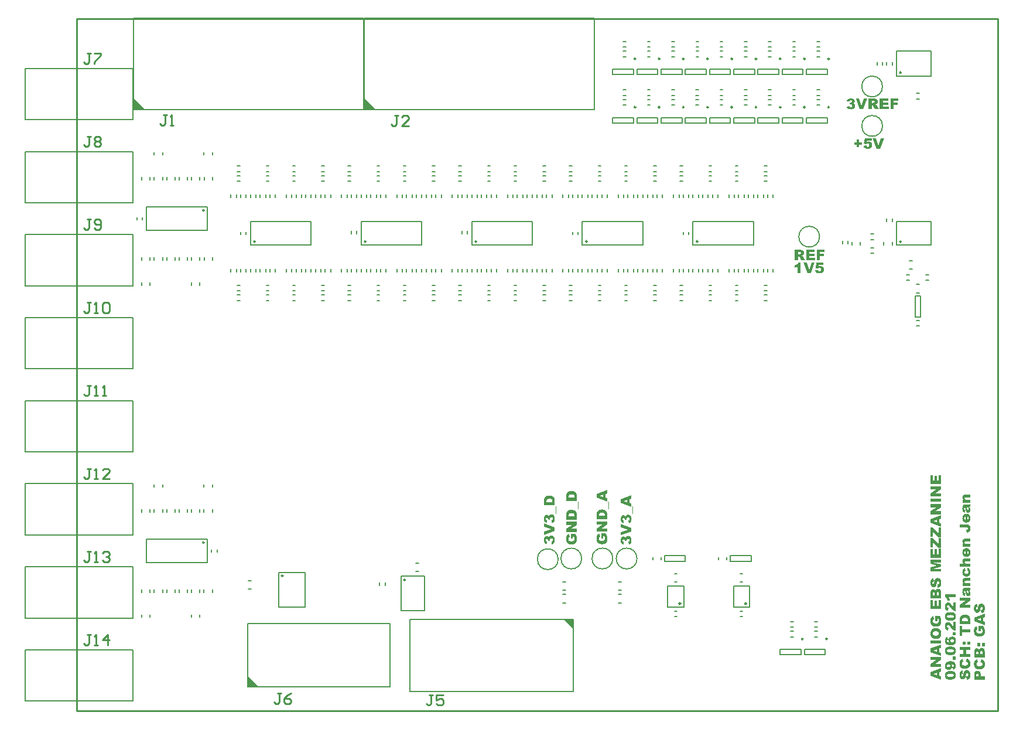
<source format=gto>
G04*
G04 #@! TF.GenerationSoftware,Altium Limited,Altium Designer,19.0.10 (269)*
G04*
G04 Layer_Color=65535*
%FSLAX44Y44*%
%MOMM*%
G71*
G01*
G75*
%ADD10C,0.2540*%
%ADD11C,0.2500*%
%ADD12C,0.1500*%
%ADD13C,0.1524*%
G36*
X246980Y50790D02*
Y34130D01*
X263640Y34130D01*
X246980Y50790D01*
D02*
G37*
G36*
X717499Y118499D02*
Y131499D01*
X704499Y131499D01*
X717499Y118499D01*
D02*
G37*
G36*
X82130Y885560D02*
Y868900D01*
X98790Y868900D01*
X82130Y885560D01*
D02*
G37*
G36*
X415330D02*
Y868900D01*
X431990Y868900D01*
X415330Y885560D01*
D02*
G37*
G36*
X801906Y306577D02*
X799408Y305827D01*
Y300497D01*
X801906Y299747D01*
Y294944D01*
X786693Y300636D01*
Y305799D01*
X801906Y311518D01*
Y306577D01*
D02*
G37*
G36*
X804572Y284172D02*
X803517D01*
Y295028D01*
X804572D01*
Y284172D01*
D02*
G37*
G36*
X797548Y283395D02*
X797881Y283340D01*
X798297Y283256D01*
X798714Y283118D01*
X799158Y282951D01*
X799630Y282701D01*
X799685Y282673D01*
X799824Y282562D01*
X800046Y282423D01*
X800324Y282201D01*
X800629Y281896D01*
X800935Y281563D01*
X801240Y281174D01*
X801518Y280702D01*
Y280674D01*
X801545Y280647D01*
X801573Y280563D01*
X801629Y280452D01*
X801656Y280341D01*
X801712Y280175D01*
X801823Y279786D01*
X801962Y279286D01*
X802045Y278703D01*
X802128Y278009D01*
X802156Y277260D01*
Y276927D01*
X802128Y276760D01*
Y276538D01*
X802101Y276094D01*
X802045Y275566D01*
X801962Y275011D01*
X801851Y274484D01*
X801684Y273984D01*
X801656Y273928D01*
X801601Y273790D01*
X801490Y273567D01*
X801323Y273290D01*
X801129Y272984D01*
X800879Y272651D01*
X800602Y272318D01*
X800268Y272013D01*
X800213Y271985D01*
X800102Y271874D01*
X799908Y271735D01*
X799630Y271569D01*
X799269Y271374D01*
X798880Y271208D01*
X798408Y271013D01*
X797909Y270847D01*
X797326Y275067D01*
X797381D01*
X797520Y275122D01*
X797742Y275178D01*
X798020Y275261D01*
X798603Y275483D01*
X798880Y275650D01*
X799102Y275816D01*
X799130Y275844D01*
X799186Y275899D01*
X799241Y276038D01*
X799324Y276177D01*
X799436Y276371D01*
X799491Y276621D01*
X799547Y276871D01*
X799574Y277176D01*
Y277315D01*
X799547Y277482D01*
X799491Y277676D01*
X799436Y277898D01*
X799324Y278148D01*
X799158Y278370D01*
X798964Y278592D01*
X798936Y278620D01*
X798852Y278676D01*
X798714Y278787D01*
X798519Y278898D01*
X798297Y278981D01*
X797992Y279092D01*
X797659Y279148D01*
X797298Y279175D01*
X797242D01*
X797131D01*
X796937Y279148D01*
X796687Y279120D01*
X796437Y279037D01*
X796160Y278953D01*
X795910Y278814D01*
X795660Y278620D01*
X795632Y278592D01*
X795577Y278509D01*
X795465Y278398D01*
X795355Y278231D01*
X795271Y278009D01*
X795160Y277759D01*
X795105Y277454D01*
X795077Y277121D01*
Y276927D01*
X795105Y276760D01*
X795132Y276566D01*
X795188Y276344D01*
X795243Y276066D01*
X795327Y275761D01*
X792328Y275955D01*
Y276149D01*
X792356Y276344D01*
Y276649D01*
X792328Y276815D01*
X792301Y277010D01*
X792245Y277204D01*
X792134Y277454D01*
X792023Y277676D01*
X791856Y277898D01*
X791829Y277926D01*
X791773Y277982D01*
X791662Y278093D01*
X791496Y278204D01*
X791329Y278287D01*
X791107Y278398D01*
X790857Y278454D01*
X790607Y278481D01*
X790579D01*
X790496D01*
X790357Y278454D01*
X790219Y278426D01*
X790024Y278370D01*
X789858Y278315D01*
X789663Y278204D01*
X789497Y278065D01*
X789469Y278037D01*
X789441Y277982D01*
X789358Y277898D01*
X789275Y277759D01*
X789219Y277593D01*
X789136Y277399D01*
X789108Y277176D01*
X789080Y276899D01*
Y276788D01*
X789108Y276649D01*
X789136Y276455D01*
X789191Y276260D01*
X789275Y276066D01*
X789386Y275872D01*
X789552Y275677D01*
X789580Y275650D01*
X789635Y275594D01*
X789746Y275539D01*
X789913Y275427D01*
X790135Y275344D01*
X790385Y275233D01*
X790718Y275150D01*
X791107Y275067D01*
X790413Y271069D01*
X790385D01*
X790330Y271096D01*
X790219Y271124D01*
X790107Y271152D01*
X789941Y271235D01*
X789746Y271291D01*
X789330Y271485D01*
X788858Y271735D01*
X788358Y272068D01*
X787886Y272457D01*
X787470Y272957D01*
Y272984D01*
X787414Y273012D01*
X787387Y273095D01*
X787303Y273234D01*
X787220Y273373D01*
X787137Y273540D01*
X787054Y273762D01*
X786943Y274012D01*
X786859Y274261D01*
X786776Y274567D01*
X786693Y274900D01*
X786609Y275261D01*
X786526Y275650D01*
X786498Y276066D01*
X786443Y276982D01*
Y277260D01*
X786471Y277482D01*
Y277732D01*
X786498Y278009D01*
X786526Y278315D01*
X786582Y278648D01*
X786720Y279370D01*
X786915Y280064D01*
X787192Y280758D01*
X787359Y281035D01*
X787553Y281313D01*
Y281341D01*
X787609Y281369D01*
X787748Y281535D01*
X787998Y281730D01*
X788331Y281979D01*
X788719Y282229D01*
X789191Y282451D01*
X789746Y282590D01*
X790052Y282618D01*
X790357Y282646D01*
X790413D01*
X790524D01*
X790718Y282618D01*
X790940Y282590D01*
X791218Y282507D01*
X791523Y282423D01*
X791829Y282285D01*
X792134Y282090D01*
X792162Y282063D01*
X792273Y281979D01*
X792412Y281868D01*
X792606Y281702D01*
X792800Y281480D01*
X793050Y281202D01*
X793300Y280869D01*
X793522Y280480D01*
Y280508D01*
X793550Y280619D01*
X793605Y280786D01*
X793661Y280980D01*
X793828Y281396D01*
X793911Y281618D01*
X794022Y281813D01*
X794050Y281840D01*
X794105Y281924D01*
X794216Y282063D01*
X794355Y282229D01*
X794522Y282423D01*
X794744Y282618D01*
X794994Y282812D01*
X795271Y282979D01*
X795299Y283006D01*
X795410Y283062D01*
X795577Y283118D01*
X795771Y283201D01*
X796049Y283284D01*
X796354Y283367D01*
X796687Y283395D01*
X797076Y283423D01*
X797104D01*
X797131D01*
X797298D01*
X797548Y283395D01*
D02*
G37*
G36*
X801906Y264434D02*
Y259353D01*
X786693Y253606D01*
Y258520D01*
X797659Y261935D01*
X786693Y265322D01*
Y270097D01*
X801906Y264434D01*
D02*
G37*
G36*
X797548Y252662D02*
X797881Y252607D01*
X798297Y252524D01*
X798714Y252385D01*
X799158Y252218D01*
X799630Y251968D01*
X799685Y251941D01*
X799824Y251830D01*
X800046Y251691D01*
X800324Y251469D01*
X800629Y251163D01*
X800935Y250830D01*
X801240Y250441D01*
X801518Y249970D01*
Y249942D01*
X801545Y249914D01*
X801573Y249831D01*
X801629Y249720D01*
X801656Y249609D01*
X801712Y249442D01*
X801823Y249053D01*
X801962Y248554D01*
X802045Y247971D01*
X802128Y247277D01*
X802156Y246527D01*
Y246194D01*
X802128Y246027D01*
Y245805D01*
X802101Y245361D01*
X802045Y244834D01*
X801962Y244278D01*
X801851Y243751D01*
X801684Y243251D01*
X801656Y243195D01*
X801601Y243057D01*
X801490Y242835D01*
X801323Y242557D01*
X801129Y242252D01*
X800879Y241919D01*
X800602Y241585D01*
X800268Y241280D01*
X800213Y241252D01*
X800102Y241141D01*
X799908Y241002D01*
X799630Y240836D01*
X799269Y240641D01*
X798880Y240475D01*
X798408Y240280D01*
X797909Y240114D01*
X797326Y244334D01*
X797381D01*
X797520Y244389D01*
X797742Y244445D01*
X798020Y244528D01*
X798603Y244750D01*
X798880Y244917D01*
X799102Y245083D01*
X799130Y245111D01*
X799186Y245167D01*
X799241Y245306D01*
X799324Y245444D01*
X799436Y245639D01*
X799491Y245889D01*
X799547Y246138D01*
X799574Y246444D01*
Y246583D01*
X799547Y246749D01*
X799491Y246943D01*
X799436Y247166D01*
X799324Y247415D01*
X799158Y247638D01*
X798964Y247860D01*
X798936Y247887D01*
X798852Y247943D01*
X798714Y248054D01*
X798519Y248165D01*
X798297Y248248D01*
X797992Y248359D01*
X797659Y248415D01*
X797298Y248443D01*
X797242D01*
X797131D01*
X796937Y248415D01*
X796687Y248387D01*
X796437Y248304D01*
X796160Y248221D01*
X795910Y248082D01*
X795660Y247887D01*
X795632Y247860D01*
X795577Y247776D01*
X795465Y247665D01*
X795355Y247499D01*
X795271Y247277D01*
X795160Y247027D01*
X795105Y246721D01*
X795077Y246388D01*
Y246194D01*
X795105Y246027D01*
X795132Y245833D01*
X795188Y245611D01*
X795243Y245333D01*
X795327Y245028D01*
X792328Y245222D01*
Y245417D01*
X792356Y245611D01*
Y245916D01*
X792328Y246083D01*
X792301Y246277D01*
X792245Y246472D01*
X792134Y246721D01*
X792023Y246943D01*
X791856Y247166D01*
X791829Y247193D01*
X791773Y247249D01*
X791662Y247360D01*
X791496Y247471D01*
X791329Y247554D01*
X791107Y247665D01*
X790857Y247721D01*
X790607Y247749D01*
X790579D01*
X790496D01*
X790357Y247721D01*
X790219Y247693D01*
X790024Y247638D01*
X789858Y247582D01*
X789663Y247471D01*
X789497Y247332D01*
X789469Y247304D01*
X789441Y247249D01*
X789358Y247166D01*
X789275Y247027D01*
X789219Y246860D01*
X789136Y246666D01*
X789108Y246444D01*
X789080Y246166D01*
Y246055D01*
X789108Y245916D01*
X789136Y245722D01*
X789191Y245528D01*
X789275Y245333D01*
X789386Y245139D01*
X789552Y244944D01*
X789580Y244917D01*
X789635Y244861D01*
X789746Y244806D01*
X789913Y244695D01*
X790135Y244611D01*
X790385Y244500D01*
X790718Y244417D01*
X791107Y244334D01*
X790413Y240336D01*
X790385D01*
X790330Y240364D01*
X790219Y240392D01*
X790107Y240419D01*
X789941Y240503D01*
X789746Y240558D01*
X789330Y240753D01*
X788858Y241002D01*
X788358Y241336D01*
X787886Y241724D01*
X787470Y242224D01*
Y242252D01*
X787414Y242279D01*
X787387Y242363D01*
X787303Y242502D01*
X787220Y242640D01*
X787137Y242807D01*
X787054Y243029D01*
X786943Y243279D01*
X786859Y243529D01*
X786776Y243834D01*
X786693Y244167D01*
X786609Y244528D01*
X786526Y244917D01*
X786498Y245333D01*
X786443Y246249D01*
Y246527D01*
X786471Y246749D01*
Y246999D01*
X786498Y247277D01*
X786526Y247582D01*
X786582Y247915D01*
X786720Y248637D01*
X786915Y249331D01*
X787192Y250025D01*
X787359Y250303D01*
X787553Y250580D01*
Y250608D01*
X787609Y250636D01*
X787748Y250802D01*
X787998Y250997D01*
X788331Y251247D01*
X788719Y251496D01*
X789191Y251719D01*
X789746Y251857D01*
X790052Y251885D01*
X790357Y251913D01*
X790413D01*
X790524D01*
X790718Y251885D01*
X790940Y251857D01*
X791218Y251774D01*
X791523Y251691D01*
X791829Y251552D01*
X792134Y251358D01*
X792162Y251330D01*
X792273Y251247D01*
X792412Y251136D01*
X792606Y250969D01*
X792800Y250747D01*
X793050Y250469D01*
X793300Y250136D01*
X793522Y249747D01*
Y249775D01*
X793550Y249886D01*
X793605Y250053D01*
X793661Y250247D01*
X793828Y250664D01*
X793911Y250886D01*
X794022Y251080D01*
X794050Y251108D01*
X794105Y251191D01*
X794216Y251330D01*
X794355Y251496D01*
X794522Y251691D01*
X794744Y251885D01*
X794994Y252079D01*
X795271Y252246D01*
X795299Y252274D01*
X795410Y252329D01*
X795577Y252385D01*
X795771Y252468D01*
X796049Y252551D01*
X796354Y252635D01*
X796687Y252662D01*
X797076Y252690D01*
X797104D01*
X797131D01*
X797298D01*
X797548Y252662D01*
D02*
G37*
G36*
X1161784Y812250D02*
X1156704D01*
X1150957Y827464D01*
X1155871D01*
X1159286Y816497D01*
X1162673Y827464D01*
X1167448D01*
X1161784Y812250D01*
D02*
G37*
G36*
X1149347Y824077D02*
X1142517D01*
X1142157Y821800D01*
X1142184Y821828D01*
X1142268Y821856D01*
X1142434Y821911D01*
X1142601Y821994D01*
X1142823Y822078D01*
X1143073Y822161D01*
X1143572Y822300D01*
X1143600D01*
X1143683Y822327D01*
X1143822Y822355D01*
X1144017Y822383D01*
X1144211Y822411D01*
X1144433Y822439D01*
X1144933Y822466D01*
X1145155D01*
X1145321Y822439D01*
X1145516D01*
X1145738Y822383D01*
X1146237Y822300D01*
X1146848Y822133D01*
X1147459Y821883D01*
X1147765Y821717D01*
X1148070Y821550D01*
X1148347Y821328D01*
X1148625Y821078D01*
X1148653Y821050D01*
X1148681Y821023D01*
X1148764Y820939D01*
X1148847Y820828D01*
X1148958Y820690D01*
X1149069Y820523D01*
X1149347Y820134D01*
X1149624Y819635D01*
X1149847Y819024D01*
X1150013Y818357D01*
X1150041Y817997D01*
X1150069Y817608D01*
Y817580D01*
Y817552D01*
Y817469D01*
Y817358D01*
X1150041Y817081D01*
X1149985Y816692D01*
X1149874Y816275D01*
X1149763Y815803D01*
X1149569Y815276D01*
X1149319Y814776D01*
Y814749D01*
X1149291Y814721D01*
X1149180Y814554D01*
X1149014Y814304D01*
X1148792Y813999D01*
X1148486Y813666D01*
X1148125Y813333D01*
X1147709Y812999D01*
X1147237Y812694D01*
X1147209D01*
X1147181Y812666D01*
X1147098Y812638D01*
X1146987Y812583D01*
X1146876Y812527D01*
X1146710Y812472D01*
X1146321Y812361D01*
X1145821Y812222D01*
X1145210Y812111D01*
X1144544Y812028D01*
X1143794Y812000D01*
X1143545D01*
X1143267Y812028D01*
X1142906D01*
X1142517Y812056D01*
X1142073Y812111D01*
X1141629Y812194D01*
X1141213Y812278D01*
X1141157Y812305D01*
X1141046Y812333D01*
X1140852Y812389D01*
X1140602Y812500D01*
X1140296Y812611D01*
X1139991Y812750D01*
X1139380Y813111D01*
X1139352Y813138D01*
X1139269Y813222D01*
X1139130Y813333D01*
X1138936Y813499D01*
X1138742Y813666D01*
X1138547Y813888D01*
X1138159Y814388D01*
X1138131Y814415D01*
X1138075Y814526D01*
X1137992Y814665D01*
X1137909Y814887D01*
X1137770Y815137D01*
X1137659Y815443D01*
X1137520Y815803D01*
X1137409Y816192D01*
X1141684Y816664D01*
Y816609D01*
X1141712Y816497D01*
X1141768Y816303D01*
X1141823Y816081D01*
X1141907Y815831D01*
X1142045Y815581D01*
X1142184Y815331D01*
X1142379Y815109D01*
X1142406Y815082D01*
X1142490Y815026D01*
X1142601Y814943D01*
X1142767Y814859D01*
X1142962Y814749D01*
X1143212Y814665D01*
X1143489Y814610D01*
X1143767Y814582D01*
X1143905D01*
X1144072Y814610D01*
X1144294Y814665D01*
X1144516Y814749D01*
X1144766Y814859D01*
X1145016Y815026D01*
X1145238Y815248D01*
X1145266Y815276D01*
X1145321Y815387D01*
X1145432Y815526D01*
X1145544Y815748D01*
X1145627Y816025D01*
X1145738Y816359D01*
X1145793Y816747D01*
X1145821Y817219D01*
Y817247D01*
Y817275D01*
Y817441D01*
X1145793Y817691D01*
X1145738Y817969D01*
X1145682Y818302D01*
X1145571Y818635D01*
X1145432Y818941D01*
X1145238Y819218D01*
X1145210Y819246D01*
X1145127Y819329D01*
X1145016Y819413D01*
X1144822Y819551D01*
X1144600Y819662D01*
X1144350Y819746D01*
X1144017Y819829D01*
X1143683Y819857D01*
X1143572D01*
X1143461Y819829D01*
X1143295D01*
X1142934Y819718D01*
X1142712Y819662D01*
X1142490Y819551D01*
X1142462D01*
X1142406Y819496D01*
X1142323Y819440D01*
X1142212Y819357D01*
X1142073Y819246D01*
X1141907Y819107D01*
X1141740Y818941D01*
X1141546Y818746D01*
X1137964Y819274D01*
X1139297Y827464D01*
X1149347D01*
Y824077D01*
D02*
G37*
G36*
X1131329Y821522D02*
X1135327D01*
Y818163D01*
X1131329D01*
Y814193D01*
X1127970D01*
Y818163D01*
X1124000D01*
Y821522D01*
X1127970D01*
Y825520D01*
X1131329D01*
Y821522D01*
D02*
G37*
G36*
X1249750Y327619D02*
X1234536D01*
X1234536Y340223D01*
X1237785D01*
X1237785Y332339D01*
X1240200D01*
X1240200Y339640D01*
X1243309D01*
X1243309Y332339D01*
X1246308D01*
X1246308Y340445D01*
X1249750D01*
X1249750Y327619D01*
D02*
G37*
G36*
Y320068D02*
X1241366Y314349D01*
X1249750D01*
Y309935D01*
X1234536D01*
Y314293D01*
X1242976Y320068D01*
X1234536D01*
Y324510D01*
X1249750D01*
Y320068D01*
D02*
G37*
G36*
Y301828D02*
X1234536D01*
Y306548D01*
X1249750D01*
Y301828D01*
D02*
G37*
G36*
Y294083D02*
X1241366Y288363D01*
X1249750D01*
Y283949D01*
X1234536D01*
Y288308D01*
X1242976Y294083D01*
X1234536D01*
Y298524D01*
X1249750D01*
Y294083D01*
D02*
G37*
G36*
Y277481D02*
X1247252Y276731D01*
Y271401D01*
X1249750Y270651D01*
Y265848D01*
X1234536Y271540D01*
Y276703D01*
X1249750Y282422D01*
Y277481D01*
D02*
G37*
G36*
Y250829D02*
X1246613D01*
X1237785Y259269D01*
Y251662D01*
X1234536D01*
Y264960D01*
X1237590D01*
X1246474Y256409D01*
Y265265D01*
X1249750D01*
Y250829D01*
D02*
G37*
G36*
Y235476D02*
X1246613D01*
X1237785Y243916D01*
Y236309D01*
X1234536D01*
Y249607D01*
X1237590D01*
X1246474Y241057D01*
Y249913D01*
X1249750D01*
Y235476D01*
D02*
G37*
G36*
Y221318D02*
X1234536D01*
Y233922D01*
X1237785D01*
Y226037D01*
X1240200D01*
Y233339D01*
X1243309D01*
Y226037D01*
X1246308D01*
Y234144D01*
X1249750D01*
Y221318D01*
D02*
G37*
G36*
Y214461D02*
X1238146D01*
X1249750Y211490D01*
Y207992D01*
X1238146Y205049D01*
X1249750D01*
Y201190D01*
X1234536D01*
Y207381D01*
X1243809Y209741D01*
X1234536Y212129D01*
Y218319D01*
X1249750D01*
Y214461D01*
D02*
G37*
G36*
X1245336Y191751D02*
X1245697Y191695D01*
X1246113Y191612D01*
X1246585Y191446D01*
X1247057Y191251D01*
X1247529Y190974D01*
X1247585Y190946D01*
X1247723Y190835D01*
X1247946Y190641D01*
X1248223Y190391D01*
X1248529Y190058D01*
X1248834Y189669D01*
X1249112Y189225D01*
X1249389Y188697D01*
Y188669D01*
X1249417Y188642D01*
X1249445Y188558D01*
X1249473Y188447D01*
X1249528Y188309D01*
X1249584Y188114D01*
X1249639Y187920D01*
X1249695Y187698D01*
X1249806Y187170D01*
X1249917Y186532D01*
X1249972Y185838D01*
X1250000Y185033D01*
Y184672D01*
X1249972Y184394D01*
X1249945Y184089D01*
X1249917Y183728D01*
X1249889Y183339D01*
X1249806Y182895D01*
X1249639Y182006D01*
X1249389Y181118D01*
X1249223Y180702D01*
X1249001Y180313D01*
X1248779Y179952D01*
X1248529Y179647D01*
X1248501Y179619D01*
X1248445Y179591D01*
X1248362Y179508D01*
X1248251Y179425D01*
X1248112Y179314D01*
X1247946Y179175D01*
X1247723Y179036D01*
X1247501Y178897D01*
X1246946Y178592D01*
X1246280Y178314D01*
X1245558Y178120D01*
X1245142Y178036D01*
X1244725Y177981D01*
X1244420Y182451D01*
X1244475D01*
X1244614Y182478D01*
X1244809Y182506D01*
X1245031Y182589D01*
X1245586Y182756D01*
X1245863Y182895D01*
X1246086Y183034D01*
X1246113Y183061D01*
X1246224Y183172D01*
X1246363Y183339D01*
X1246530Y183561D01*
X1246724Y183867D01*
X1246863Y184227D01*
X1246974Y184644D01*
X1247002Y185116D01*
Y185282D01*
X1246974Y185449D01*
X1246946Y185699D01*
X1246891Y185949D01*
X1246807Y186199D01*
X1246696Y186448D01*
X1246557Y186670D01*
X1246530Y186698D01*
X1246474Y186754D01*
X1246363Y186837D01*
X1246252Y186948D01*
X1246086Y187059D01*
X1245891Y187143D01*
X1245669Y187198D01*
X1245447Y187226D01*
X1245419D01*
X1245336D01*
X1245225Y187198D01*
X1245086Y187170D01*
X1244920Y187087D01*
X1244753Y187004D01*
X1244559Y186865D01*
X1244392Y186698D01*
X1244364Y186670D01*
X1244309Y186587D01*
X1244225Y186421D01*
X1244114Y186199D01*
X1243976Y185865D01*
X1243809Y185449D01*
X1243726Y185199D01*
X1243670Y184921D01*
X1243587Y184616D01*
X1243504Y184283D01*
Y184255D01*
X1243476Y184144D01*
X1243420Y183978D01*
X1243393Y183783D01*
X1243309Y183533D01*
X1243226Y183228D01*
X1243143Y182923D01*
X1243032Y182589D01*
X1242754Y181840D01*
X1242449Y181118D01*
X1242088Y180452D01*
X1241893Y180146D01*
X1241671Y179869D01*
X1241644D01*
X1241616Y179813D01*
X1241477Y179674D01*
X1241227Y179452D01*
X1240866Y179230D01*
X1240450Y178980D01*
X1239950Y178758D01*
X1239395Y178619D01*
X1239089Y178592D01*
X1238756Y178564D01*
X1238728D01*
X1238701D01*
X1238562D01*
X1238312Y178592D01*
X1238035Y178647D01*
X1237701Y178731D01*
X1237313Y178842D01*
X1236924Y179008D01*
X1236535Y179230D01*
X1236480Y179258D01*
X1236369Y179369D01*
X1236174Y179536D01*
X1235925Y179758D01*
X1235675Y180035D01*
X1235397Y180396D01*
X1235147Y180813D01*
X1234897Y181285D01*
Y181312D01*
X1234870Y181340D01*
X1234842Y181423D01*
X1234814Y181535D01*
X1234759Y181673D01*
X1234703Y181840D01*
X1234648Y182034D01*
X1234592Y182256D01*
X1234536Y182506D01*
X1234481Y182812D01*
X1234370Y183450D01*
X1234314Y184200D01*
X1234287Y185033D01*
Y185310D01*
X1234314Y185504D01*
Y185754D01*
X1234342Y186032D01*
X1234370Y186337D01*
X1234425Y186670D01*
X1234564Y187392D01*
X1234759Y188142D01*
X1235036Y188836D01*
X1235203Y189169D01*
X1235397Y189475D01*
Y189502D01*
X1235453Y189530D01*
X1235591Y189724D01*
X1235869Y189974D01*
X1236230Y190280D01*
X1236452Y190446D01*
X1236702Y190585D01*
X1237007Y190752D01*
X1237313Y190890D01*
X1237646Y191029D01*
X1238007Y191140D01*
X1238423Y191224D01*
X1238840Y191307D01*
X1239089Y186865D01*
X1239034D01*
X1238923Y186837D01*
X1238728Y186782D01*
X1238506Y186698D01*
X1238284Y186587D01*
X1238035Y186476D01*
X1237785Y186310D01*
X1237590Y186115D01*
X1237562Y186087D01*
X1237507Y186004D01*
X1237451Y185893D01*
X1237340Y185727D01*
X1237257Y185504D01*
X1237202Y185227D01*
X1237146Y184921D01*
X1237118Y184561D01*
Y184422D01*
X1237146Y184283D01*
X1237174Y184089D01*
X1237257Y183672D01*
X1237368Y183478D01*
X1237479Y183311D01*
X1237507Y183284D01*
X1237535Y183256D01*
X1237701Y183117D01*
X1237979Y182978D01*
X1238146Y182950D01*
X1238312Y182923D01*
X1238340D01*
X1238368D01*
X1238534Y182978D01*
X1238756Y183061D01*
X1238867Y183145D01*
X1238978Y183256D01*
Y183284D01*
X1239034Y183339D01*
X1239089Y183422D01*
X1239173Y183589D01*
X1239256Y183783D01*
X1239339Y184061D01*
X1239450Y184394D01*
X1239534Y184811D01*
Y184838D01*
X1239561Y184949D01*
X1239589Y185116D01*
X1239645Y185310D01*
X1239700Y185560D01*
X1239783Y185865D01*
X1239867Y186199D01*
X1239950Y186532D01*
X1240144Y187253D01*
X1240394Y188003D01*
X1240644Y188669D01*
X1240755Y188975D01*
X1240894Y189252D01*
Y189280D01*
X1240922Y189308D01*
X1241005Y189475D01*
X1241144Y189697D01*
X1241338Y190002D01*
X1241588Y190307D01*
X1241866Y190641D01*
X1242199Y190946D01*
X1242560Y191196D01*
X1242615Y191224D01*
X1242726Y191279D01*
X1242948Y191390D01*
X1243226Y191501D01*
X1243559Y191612D01*
X1243920Y191723D01*
X1244364Y191779D01*
X1244809Y191807D01*
X1244836D01*
X1244864D01*
X1244947D01*
X1245058D01*
X1245336Y191751D01*
D02*
G37*
G36*
X1245863Y176315D02*
X1246141Y176287D01*
X1246474Y176204D01*
X1246835Y176121D01*
X1247196Y175982D01*
X1247557Y175788D01*
X1247585Y175760D01*
X1247723Y175677D01*
X1247890Y175566D01*
X1248084Y175399D01*
X1248334Y175177D01*
X1248584Y174899D01*
X1248834Y174594D01*
X1249056Y174261D01*
Y174233D01*
X1249112Y174150D01*
X1249167Y174011D01*
X1249250Y173817D01*
X1249334Y173567D01*
X1249417Y173261D01*
X1249473Y172901D01*
X1249556Y172484D01*
Y172428D01*
X1249584Y172345D01*
Y172234D01*
X1249611Y171957D01*
X1249639Y171623D01*
X1249695Y171262D01*
X1249722Y170929D01*
X1249750Y170624D01*
Y162267D01*
X1234536D01*
Y171290D01*
X1234564Y171429D01*
Y171623D01*
X1234592Y171818D01*
X1234675Y172318D01*
X1234814Y172873D01*
X1235008Y173428D01*
X1235286Y173955D01*
X1235647Y174455D01*
Y174483D01*
X1235703Y174511D01*
X1235841Y174650D01*
X1236063Y174844D01*
X1236396Y175066D01*
X1236785Y175260D01*
X1237229Y175455D01*
X1237757Y175593D01*
X1238035Y175649D01*
X1238340D01*
X1238368D01*
X1238395D01*
X1238562D01*
X1238812Y175593D01*
X1239117Y175538D01*
X1239478Y175427D01*
X1239867Y175288D01*
X1240256Y175066D01*
X1240644Y174788D01*
X1240672Y174760D01*
X1240755Y174677D01*
X1240866Y174566D01*
X1241005Y174372D01*
X1241172Y174150D01*
X1241338Y173872D01*
X1241505Y173539D01*
X1241671Y173150D01*
Y173178D01*
X1241699Y173234D01*
Y173317D01*
X1241755Y173428D01*
X1241838Y173706D01*
X1241977Y174067D01*
X1242171Y174455D01*
X1242421Y174872D01*
X1242699Y175233D01*
X1243032Y175566D01*
X1243087Y175593D01*
X1243198Y175677D01*
X1243420Y175816D01*
X1243698Y175954D01*
X1244031Y176093D01*
X1244447Y176232D01*
X1244920Y176315D01*
X1245447Y176343D01*
X1245502D01*
X1245641D01*
X1245863Y176315D01*
D02*
G37*
G36*
X1249750Y146915D02*
X1234536D01*
Y159519D01*
X1237785D01*
Y151635D01*
X1240200D01*
Y158936D01*
X1243309D01*
Y151635D01*
X1246308D01*
Y159741D01*
X1249750D01*
Y146915D01*
D02*
G37*
G36*
X1247585Y137032D02*
X1247612Y136976D01*
X1247696Y136865D01*
X1247779Y136699D01*
X1247890Y136532D01*
X1248029Y136310D01*
X1248334Y135810D01*
X1248640Y135227D01*
X1248973Y134589D01*
X1249278Y133950D01*
X1249500Y133339D01*
Y133312D01*
X1249528Y133256D01*
X1249556Y133173D01*
X1249584Y133062D01*
X1249611Y132895D01*
X1249667Y132729D01*
X1249695Y132507D01*
X1249750Y132284D01*
X1249833Y131729D01*
X1249917Y131063D01*
X1249972Y130341D01*
X1250000Y129536D01*
Y129286D01*
X1249972Y129092D01*
Y128842D01*
X1249945Y128592D01*
X1249917Y128287D01*
X1249889Y127954D01*
X1249778Y127259D01*
X1249611Y126510D01*
X1249389Y125788D01*
X1249084Y125094D01*
Y125066D01*
X1249028Y125011D01*
X1248973Y124927D01*
X1248917Y124816D01*
X1248695Y124511D01*
X1248390Y124122D01*
X1248029Y123706D01*
X1247557Y123262D01*
X1247002Y122845D01*
X1246363Y122457D01*
X1246335D01*
X1246280Y122429D01*
X1246169Y122373D01*
X1246030Y122318D01*
X1245863Y122234D01*
X1245669Y122179D01*
X1245419Y122096D01*
X1245142Y122012D01*
X1244864Y121901D01*
X1244531Y121818D01*
X1243809Y121679D01*
X1243004Y121568D01*
X1242143Y121540D01*
X1242115D01*
X1242032D01*
X1241893D01*
X1241727Y121568D01*
X1241505D01*
X1241255Y121596D01*
X1240977Y121624D01*
X1240672Y121679D01*
X1240006Y121790D01*
X1239284Y121985D01*
X1238562Y122234D01*
X1237840Y122568D01*
X1237812D01*
X1237757Y122623D01*
X1237674Y122679D01*
X1237535Y122762D01*
X1237202Y122984D01*
X1236785Y123317D01*
X1236341Y123761D01*
X1235869Y124261D01*
X1235425Y124872D01*
X1235036Y125566D01*
Y125594D01*
X1235008Y125649D01*
X1234953Y125732D01*
X1234925Y125843D01*
X1234870Y126010D01*
X1234786Y126204D01*
X1234731Y126426D01*
X1234648Y126676D01*
X1234592Y126954D01*
X1234536Y127287D01*
X1234453Y127620D01*
X1234398Y127981D01*
X1234342Y128398D01*
X1234314Y128814D01*
X1234287Y129758D01*
Y130396D01*
X1234314Y130619D01*
X1234342Y131174D01*
X1234398Y131785D01*
X1234481Y132423D01*
X1234592Y133006D01*
X1234675Y133284D01*
X1234759Y133534D01*
Y133561D01*
X1234786Y133589D01*
X1234842Y133756D01*
X1234953Y133978D01*
X1235092Y134256D01*
X1235286Y134589D01*
X1235536Y134950D01*
X1235841Y135283D01*
X1236174Y135616D01*
X1236230Y135644D01*
X1236341Y135755D01*
X1236563Y135893D01*
X1236841Y136088D01*
X1237174Y136282D01*
X1237590Y136504D01*
X1238062Y136699D01*
X1238590Y136865D01*
X1239395Y132340D01*
X1239367D01*
X1239256Y132284D01*
X1239089Y132201D01*
X1238895Y132118D01*
X1238701Y131979D01*
X1238479Y131812D01*
X1238284Y131590D01*
X1238090Y131368D01*
X1238062Y131341D01*
X1238007Y131257D01*
X1237951Y131091D01*
X1237840Y130896D01*
X1237757Y130646D01*
X1237701Y130369D01*
X1237646Y130036D01*
X1237618Y129647D01*
Y129508D01*
X1237646Y129397D01*
X1237674Y129120D01*
X1237757Y128759D01*
X1237868Y128370D01*
X1238062Y127954D01*
X1238340Y127537D01*
X1238701Y127176D01*
X1238756Y127148D01*
X1238895Y127037D01*
X1239173Y126898D01*
X1239534Y126732D01*
X1240006Y126538D01*
X1240283Y126482D01*
X1240589Y126399D01*
X1240922Y126343D01*
X1241283Y126288D01*
X1241671Y126260D01*
X1242088D01*
X1242115D01*
X1242199D01*
X1242310D01*
X1242476Y126288D01*
X1242699D01*
X1242921Y126315D01*
X1243448Y126371D01*
X1244031Y126482D01*
X1244614Y126649D01*
X1245169Y126871D01*
X1245391Y127010D01*
X1245614Y127176D01*
X1245669Y127232D01*
X1245780Y127343D01*
X1245947Y127565D01*
X1246141Y127870D01*
X1246335Y128231D01*
X1246502Y128675D01*
X1246613Y129203D01*
X1246668Y129786D01*
Y130063D01*
X1246641Y130258D01*
X1246613Y130508D01*
X1246585Y130757D01*
X1246446Y131285D01*
Y131313D01*
X1246391Y131424D01*
X1246335Y131563D01*
X1246252Y131757D01*
X1246169Y132007D01*
X1246030Y132284D01*
X1245863Y132618D01*
X1245669Y132951D01*
X1244225D01*
Y129786D01*
X1241061D01*
Y137059D01*
X1247557D01*
X1247585Y137032D01*
D02*
G37*
G36*
X1242699Y119569D02*
X1242976Y119542D01*
X1243254Y119514D01*
X1243587Y119486D01*
X1244281Y119375D01*
X1245003Y119208D01*
X1245725Y118986D01*
X1246419Y118681D01*
X1246446D01*
X1246502Y118653D01*
X1246585Y118598D01*
X1246696Y118514D01*
X1247002Y118320D01*
X1247390Y118015D01*
X1247807Y117654D01*
X1248251Y117210D01*
X1248667Y116710D01*
X1249056Y116099D01*
Y116071D01*
X1249084Y116016D01*
X1249139Y115932D01*
X1249195Y115794D01*
X1249278Y115627D01*
X1249361Y115433D01*
X1249445Y115211D01*
X1249528Y114933D01*
X1249611Y114628D01*
X1249695Y114322D01*
X1249861Y113600D01*
X1249972Y112767D01*
X1250000Y111851D01*
Y111435D01*
X1249972Y111213D01*
X1249945Y110963D01*
Y110685D01*
X1249889Y110352D01*
X1249806Y109686D01*
X1249667Y108992D01*
X1249473Y108270D01*
X1249195Y107604D01*
Y107576D01*
X1249167Y107521D01*
X1249112Y107437D01*
X1249028Y107326D01*
X1248834Y107021D01*
X1248556Y106632D01*
X1248223Y106188D01*
X1247751Y105744D01*
X1247224Y105272D01*
X1246613Y104855D01*
X1246585D01*
X1246530Y104800D01*
X1246419Y104772D01*
X1246280Y104689D01*
X1246113Y104606D01*
X1245919Y104522D01*
X1245669Y104439D01*
X1245391Y104356D01*
X1245086Y104244D01*
X1244753Y104161D01*
X1244392Y104078D01*
X1243976Y103995D01*
X1243115Y103884D01*
X1242171Y103828D01*
X1242115D01*
X1242004D01*
X1241810Y103856D01*
X1241560D01*
X1241255Y103884D01*
X1240894Y103939D01*
X1240478Y103995D01*
X1240061Y104078D01*
X1239589Y104189D01*
X1239117Y104328D01*
X1238645Y104494D01*
X1238146Y104689D01*
X1237674Y104939D01*
X1237202Y105216D01*
X1236785Y105522D01*
X1236369Y105883D01*
X1236341Y105910D01*
X1236285Y105994D01*
X1236174Y106105D01*
X1236036Y106271D01*
X1235897Y106493D01*
X1235703Y106743D01*
X1235508Y107049D01*
X1235314Y107382D01*
X1235119Y107770D01*
X1234953Y108215D01*
X1234759Y108687D01*
X1234620Y109214D01*
X1234481Y109769D01*
X1234370Y110380D01*
X1234314Y111018D01*
X1234287Y111685D01*
Y112046D01*
X1234314Y112296D01*
X1234342Y112629D01*
X1234398Y112990D01*
X1234453Y113406D01*
X1234536Y113822D01*
X1234648Y114295D01*
X1234786Y114766D01*
X1234953Y115266D01*
X1235147Y115738D01*
X1235397Y116210D01*
X1235675Y116682D01*
X1235980Y117098D01*
X1236341Y117515D01*
X1236369Y117543D01*
X1236424Y117598D01*
X1236563Y117709D01*
X1236702Y117848D01*
X1236924Y117987D01*
X1237174Y118181D01*
X1237479Y118376D01*
X1237812Y118570D01*
X1238201Y118764D01*
X1238617Y118931D01*
X1239089Y119125D01*
X1239589Y119264D01*
X1240144Y119403D01*
X1240727Y119514D01*
X1241366Y119569D01*
X1242032Y119597D01*
X1242060D01*
X1242143D01*
X1242282D01*
X1242476D01*
X1242699Y119569D01*
D02*
G37*
G36*
X1249750Y97193D02*
X1234536D01*
Y101441D01*
X1249750D01*
Y97193D01*
D02*
G37*
G36*
Y90891D02*
X1247252Y90141D01*
Y84811D01*
X1249750Y84061D01*
Y79259D01*
X1234536Y84950D01*
Y90114D01*
X1249750Y95833D01*
Y90891D01*
D02*
G37*
G36*
Y73234D02*
X1241366Y67515D01*
X1249750D01*
Y63101D01*
X1234536D01*
Y67460D01*
X1242976Y73234D01*
X1234536D01*
Y77676D01*
X1249750D01*
Y73234D01*
D02*
G37*
G36*
Y56632D02*
X1247252Y55883D01*
Y50553D01*
X1249750Y49803D01*
Y45000D01*
X1234536Y50691D01*
Y55855D01*
X1249750Y61574D01*
Y56632D01*
D02*
G37*
G36*
X1081503Y662694D02*
X1074591D01*
Y660057D01*
X1080504D01*
Y656975D01*
X1074591D01*
Y650756D01*
X1069871D01*
Y665970D01*
X1081503D01*
Y662694D01*
D02*
G37*
G36*
X1067095Y662722D02*
X1059210D01*
Y660306D01*
X1066512D01*
Y657197D01*
X1059210D01*
Y654199D01*
X1067317D01*
Y650756D01*
X1054491D01*
Y665970D01*
X1067095D01*
Y662722D01*
D02*
G37*
G36*
X1046579Y665942D02*
X1047078Y665914D01*
X1047606Y665887D01*
X1048161Y665803D01*
X1048689Y665720D01*
X1049160Y665581D01*
X1049216Y665553D01*
X1049355Y665498D01*
X1049577Y665415D01*
X1049827Y665276D01*
X1050132Y665081D01*
X1050437Y664832D01*
X1050743Y664554D01*
X1051021Y664193D01*
X1051048Y664137D01*
X1051132Y664026D01*
X1051243Y663804D01*
X1051381Y663499D01*
X1051520Y663138D01*
X1051631Y662722D01*
X1051714Y662250D01*
X1051742Y661722D01*
Y661667D01*
Y661500D01*
X1051714Y661278D01*
X1051687Y660973D01*
X1051603Y660639D01*
X1051520Y660279D01*
X1051381Y659890D01*
X1051187Y659529D01*
X1051159Y659501D01*
X1051104Y659390D01*
X1050965Y659224D01*
X1050798Y659001D01*
X1050576Y658779D01*
X1050326Y658530D01*
X1050021Y658280D01*
X1049688Y658058D01*
X1049660Y658030D01*
X1049577Y658002D01*
X1049438Y657919D01*
X1049271Y657835D01*
X1049022Y657752D01*
X1048744Y657641D01*
X1048411Y657558D01*
X1048050Y657447D01*
X1048078D01*
X1048189Y657391D01*
X1048327Y657336D01*
X1048522Y657280D01*
X1048911Y657086D01*
X1049105Y657003D01*
X1049271Y656892D01*
X1049327Y656864D01*
X1049382Y656808D01*
X1049466Y656725D01*
X1049577Y656614D01*
X1049688Y656475D01*
X1049855Y656309D01*
X1050021Y656087D01*
X1050049Y656059D01*
X1050104Y655975D01*
X1050188Y655864D01*
X1050299Y655753D01*
X1050521Y655420D01*
X1050604Y655281D01*
X1050687Y655143D01*
X1052992Y650756D01*
X1047661D01*
X1045135Y655392D01*
X1045107Y655420D01*
X1045052Y655531D01*
X1044968Y655698D01*
X1044857Y655864D01*
X1044580Y656253D01*
X1044413Y656420D01*
X1044274Y656559D01*
X1044247Y656586D01*
X1044191Y656614D01*
X1044080Y656669D01*
X1043941Y656753D01*
X1043774Y656808D01*
X1043580Y656864D01*
X1043358Y656892D01*
X1043108Y656919D01*
X1042720D01*
Y650756D01*
X1038000D01*
Y665970D01*
X1046384D01*
X1046579Y665942D01*
D02*
G37*
G36*
X1061320Y632250D02*
X1056240D01*
X1050493Y647464D01*
X1055407D01*
X1058822Y636497D01*
X1062209Y647464D01*
X1066984D01*
X1061320Y632250D01*
D02*
G37*
G36*
X1079615Y644077D02*
X1072786D01*
X1072425Y641800D01*
X1072453Y641828D01*
X1072536Y641856D01*
X1072703Y641911D01*
X1072869Y641994D01*
X1073091Y642078D01*
X1073341Y642161D01*
X1073841Y642300D01*
X1073869D01*
X1073952Y642327D01*
X1074091Y642355D01*
X1074285Y642383D01*
X1074480Y642411D01*
X1074702Y642439D01*
X1075201Y642466D01*
X1075424D01*
X1075590Y642439D01*
X1075784D01*
X1076006Y642383D01*
X1076506Y642300D01*
X1077117Y642133D01*
X1077728Y641883D01*
X1078033Y641717D01*
X1078338Y641550D01*
X1078616Y641328D01*
X1078894Y641078D01*
X1078922Y641050D01*
X1078949Y641023D01*
X1079033Y640939D01*
X1079116Y640828D01*
X1079227Y640690D01*
X1079338Y640523D01*
X1079615Y640134D01*
X1079893Y639635D01*
X1080115Y639024D01*
X1080282Y638358D01*
X1080310Y637997D01*
X1080337Y637608D01*
Y637580D01*
Y637552D01*
Y637469D01*
Y637358D01*
X1080310Y637080D01*
X1080254Y636692D01*
X1080143Y636275D01*
X1080032Y635803D01*
X1079838Y635276D01*
X1079588Y634776D01*
Y634748D01*
X1079560Y634721D01*
X1079449Y634554D01*
X1079282Y634304D01*
X1079060Y633999D01*
X1078755Y633666D01*
X1078394Y633333D01*
X1077978Y632999D01*
X1077506Y632694D01*
X1077478D01*
X1077450Y632666D01*
X1077367Y632639D01*
X1077256Y632583D01*
X1077145Y632528D01*
X1076978Y632472D01*
X1076590Y632361D01*
X1076090Y632222D01*
X1075479Y632111D01*
X1074813Y632028D01*
X1074063Y632000D01*
X1073813D01*
X1073536Y632028D01*
X1073175D01*
X1072786Y632056D01*
X1072342Y632111D01*
X1071898Y632194D01*
X1071481Y632278D01*
X1071426Y632305D01*
X1071315Y632333D01*
X1071120Y632389D01*
X1070871Y632500D01*
X1070565Y632611D01*
X1070260Y632750D01*
X1069649Y633111D01*
X1069621Y633138D01*
X1069538Y633222D01*
X1069399Y633333D01*
X1069205Y633499D01*
X1069010Y633666D01*
X1068816Y633888D01*
X1068427Y634388D01*
X1068400Y634415D01*
X1068344Y634526D01*
X1068261Y634665D01*
X1068177Y634887D01*
X1068039Y635137D01*
X1067928Y635443D01*
X1067789Y635803D01*
X1067678Y636192D01*
X1071953Y636664D01*
Y636609D01*
X1071981Y636497D01*
X1072037Y636303D01*
X1072092Y636081D01*
X1072175Y635831D01*
X1072314Y635581D01*
X1072453Y635331D01*
X1072647Y635109D01*
X1072675Y635082D01*
X1072758Y635026D01*
X1072869Y634943D01*
X1073036Y634860D01*
X1073230Y634748D01*
X1073480Y634665D01*
X1073758Y634610D01*
X1074035Y634582D01*
X1074174D01*
X1074341Y634610D01*
X1074563Y634665D01*
X1074785Y634748D01*
X1075035Y634860D01*
X1075285Y635026D01*
X1075507Y635248D01*
X1075535Y635276D01*
X1075590Y635387D01*
X1075701Y635526D01*
X1075812Y635748D01*
X1075895Y636026D01*
X1076006Y636359D01*
X1076062Y636747D01*
X1076090Y637219D01*
Y637247D01*
Y637275D01*
Y637441D01*
X1076062Y637691D01*
X1076006Y637969D01*
X1075951Y638302D01*
X1075840Y638635D01*
X1075701Y638941D01*
X1075507Y639218D01*
X1075479Y639246D01*
X1075396Y639329D01*
X1075285Y639412D01*
X1075090Y639551D01*
X1074868Y639662D01*
X1074618Y639746D01*
X1074285Y639829D01*
X1073952Y639857D01*
X1073841D01*
X1073730Y639829D01*
X1073563D01*
X1073203Y639718D01*
X1072980Y639662D01*
X1072758Y639551D01*
X1072730D01*
X1072675Y639496D01*
X1072592Y639440D01*
X1072481Y639357D01*
X1072342Y639246D01*
X1072175Y639107D01*
X1072009Y638941D01*
X1071814Y638746D01*
X1068233Y639274D01*
X1069566Y647464D01*
X1079615D01*
Y644077D01*
D02*
G37*
G36*
X1046717Y632250D02*
X1042442D01*
Y642355D01*
X1042386Y642327D01*
X1042275Y642216D01*
X1042053Y642078D01*
X1041803Y641883D01*
X1041498Y641689D01*
X1041137Y641467D01*
X1040776Y641245D01*
X1040415Y641050D01*
X1040360Y641023D01*
X1040249Y640967D01*
X1040027Y640884D01*
X1039749Y640773D01*
X1039388Y640634D01*
X1038999Y640468D01*
X1038528Y640329D01*
X1038000Y640162D01*
Y643605D01*
X1038028D01*
X1038083Y643632D01*
X1038194Y643688D01*
X1038361Y643716D01*
X1038528Y643799D01*
X1038750Y643882D01*
X1039221Y644077D01*
X1039749Y644326D01*
X1040304Y644604D01*
X1040860Y644909D01*
X1041331Y645270D01*
X1041359D01*
X1041387Y645326D01*
X1041526Y645437D01*
X1041748Y645659D01*
X1042026Y645964D01*
X1042331Y646298D01*
X1042636Y646714D01*
X1042942Y647186D01*
X1043219Y647713D01*
X1046717D01*
Y632250D01*
D02*
G37*
G36*
X766906Y313991D02*
X764408Y313242D01*
Y307911D01*
X766906Y307162D01*
Y302359D01*
X751693Y308050D01*
Y313214D01*
X766906Y318933D01*
Y313991D01*
D02*
G37*
G36*
X769572Y291587D02*
X768516D01*
Y302442D01*
X769572D01*
Y291587D01*
D02*
G37*
G36*
X759883Y290754D02*
X760105D01*
X760660Y290699D01*
X761243Y290643D01*
X761881Y290532D01*
X762492Y290394D01*
X763047Y290199D01*
X763075D01*
X763103Y290171D01*
X763270Y290088D01*
X763519Y289977D01*
X763825Y289811D01*
X764186Y289588D01*
X764547Y289311D01*
X764935Y289005D01*
X765296Y288645D01*
X765324Y288589D01*
X765435Y288478D01*
X765602Y288284D01*
X765796Y288034D01*
X765990Y287701D01*
X766184Y287367D01*
X766379Y286979D01*
X766518Y286562D01*
Y286535D01*
X766545Y286507D01*
Y286423D01*
X766573Y286313D01*
X766629Y286007D01*
X766712Y285618D01*
X766795Y285202D01*
X766851Y284702D01*
X766879Y284230D01*
X766906Y283731D01*
Y276762D01*
X751693D01*
Y284064D01*
X751720Y284258D01*
Y284452D01*
X751776Y284924D01*
X751832Y285480D01*
X751943Y286035D01*
X752081Y286590D01*
X752276Y287090D01*
Y287118D01*
X752303Y287145D01*
X752387Y287312D01*
X752498Y287534D01*
X752692Y287839D01*
X752914Y288173D01*
X753192Y288533D01*
X753525Y288867D01*
X753886Y289200D01*
X753941Y289228D01*
X754080Y289339D01*
X754275Y289477D01*
X754580Y289672D01*
X754941Y289866D01*
X755357Y290060D01*
X755829Y290227D01*
X756329Y290394D01*
X756357D01*
X756385Y290421D01*
X756468D01*
X756579Y290449D01*
X756856Y290505D01*
X757217Y290588D01*
X757662Y290671D01*
X758161Y290727D01*
X758689Y290754D01*
X759272Y290782D01*
X759299D01*
X759383D01*
X759494D01*
X759660D01*
X759883Y290754D01*
D02*
G37*
G36*
X766906Y269155D02*
X758522Y263436D01*
X766906D01*
Y259022D01*
X751693D01*
Y263381D01*
X760132Y269155D01*
X751693D01*
Y273597D01*
X766906D01*
Y269155D01*
D02*
G37*
G36*
X764741Y256190D02*
X764769Y256135D01*
X764852Y256024D01*
X764935Y255857D01*
X765046Y255691D01*
X765185Y255469D01*
X765490Y254969D01*
X765796Y254386D01*
X766129Y253747D01*
X766434Y253109D01*
X766656Y252498D01*
Y252470D01*
X766684Y252415D01*
X766712Y252332D01*
X766740Y252220D01*
X766768Y252054D01*
X766823Y251887D01*
X766851Y251665D01*
X766906Y251443D01*
X766990Y250888D01*
X767073Y250222D01*
X767128Y249500D01*
X767156Y248695D01*
Y248445D01*
X767128Y248251D01*
Y248001D01*
X767101Y247751D01*
X767073Y247445D01*
X767045Y247112D01*
X766934Y246418D01*
X766768Y245669D01*
X766545Y244947D01*
X766240Y244253D01*
Y244225D01*
X766184Y244170D01*
X766129Y244086D01*
X766074Y243975D01*
X765851Y243670D01*
X765546Y243281D01*
X765185Y242865D01*
X764713Y242420D01*
X764158Y242004D01*
X763519Y241615D01*
X763492D01*
X763436Y241588D01*
X763325Y241532D01*
X763186Y241476D01*
X763020Y241393D01*
X762825Y241338D01*
X762575Y241254D01*
X762298Y241171D01*
X762020Y241060D01*
X761687Y240977D01*
X760965Y240838D01*
X760160Y240727D01*
X759299Y240699D01*
X759272D01*
X759188D01*
X759050D01*
X758883Y240727D01*
X758661D01*
X758411Y240755D01*
X758133Y240783D01*
X757828Y240838D01*
X757162Y240949D01*
X756440Y241143D01*
X755718Y241393D01*
X754996Y241726D01*
X754969D01*
X754913Y241782D01*
X754830Y241837D01*
X754691Y241921D01*
X754358Y242143D01*
X753941Y242476D01*
X753497Y242920D01*
X753025Y243420D01*
X752581Y244031D01*
X752192Y244725D01*
Y244753D01*
X752165Y244808D01*
X752109Y244891D01*
X752081Y245002D01*
X752026Y245169D01*
X751943Y245363D01*
X751887Y245585D01*
X751804Y245835D01*
X751748Y246113D01*
X751693Y246446D01*
X751609Y246779D01*
X751554Y247140D01*
X751498Y247556D01*
X751471Y247973D01*
X751443Y248917D01*
Y249555D01*
X751471Y249777D01*
X751498Y250333D01*
X751554Y250943D01*
X751637Y251582D01*
X751748Y252165D01*
X751832Y252443D01*
X751915Y252693D01*
Y252720D01*
X751943Y252748D01*
X751998Y252915D01*
X752109Y253137D01*
X752248Y253414D01*
X752442Y253747D01*
X752692Y254108D01*
X752998Y254442D01*
X753331Y254775D01*
X753386Y254802D01*
X753497Y254913D01*
X753719Y255052D01*
X753997Y255247D01*
X754330Y255441D01*
X754746Y255663D01*
X755219Y255857D01*
X755746Y256024D01*
X756551Y251499D01*
X756523D01*
X756412Y251443D01*
X756246Y251360D01*
X756051Y251277D01*
X755857Y251138D01*
X755635Y250971D01*
X755441Y250749D01*
X755246Y250527D01*
X755219Y250499D01*
X755163Y250416D01*
X755107Y250249D01*
X754996Y250055D01*
X754913Y249805D01*
X754857Y249528D01*
X754802Y249194D01*
X754774Y248806D01*
Y248667D01*
X754802Y248556D01*
X754830Y248278D01*
X754913Y247917D01*
X755024Y247529D01*
X755219Y247112D01*
X755496Y246696D01*
X755857Y246335D01*
X755912Y246307D01*
X756051Y246196D01*
X756329Y246057D01*
X756690Y245891D01*
X757162Y245696D01*
X757439Y245641D01*
X757745Y245558D01*
X758078Y245502D01*
X758439Y245446D01*
X758828Y245419D01*
X759244D01*
X759272D01*
X759355D01*
X759466D01*
X759633Y245446D01*
X759855D01*
X760077Y245474D01*
X760604Y245530D01*
X761187Y245641D01*
X761770Y245807D01*
X762326Y246029D01*
X762548Y246168D01*
X762770Y246335D01*
X762825Y246390D01*
X762936Y246502D01*
X763103Y246724D01*
X763297Y247029D01*
X763492Y247390D01*
X763658Y247834D01*
X763769Y248362D01*
X763825Y248945D01*
Y249222D01*
X763797Y249417D01*
X763769Y249666D01*
X763741Y249916D01*
X763603Y250444D01*
Y250471D01*
X763547Y250583D01*
X763492Y250721D01*
X763408Y250916D01*
X763325Y251166D01*
X763186Y251443D01*
X763020Y251776D01*
X762825Y252110D01*
X761382D01*
Y248945D01*
X758217D01*
Y256218D01*
X764713D01*
X764741Y256190D01*
D02*
G37*
G36*
X1270750Y163794D02*
X1260645D01*
X1260673Y163739D01*
X1260783Y163628D01*
X1260922Y163406D01*
X1261117Y163156D01*
X1261311Y162851D01*
X1261533Y162490D01*
X1261755Y162129D01*
X1261949Y161768D01*
X1261977Y161712D01*
X1262033Y161601D01*
X1262116Y161379D01*
X1262227Y161101D01*
X1262366Y160741D01*
X1262533Y160352D01*
X1262671Y159880D01*
X1262838Y159353D01*
X1259395D01*
Y159380D01*
X1259368Y159436D01*
X1259312Y159547D01*
X1259284Y159713D01*
X1259201Y159880D01*
X1259118Y160102D01*
X1258923Y160574D01*
X1258674Y161101D01*
X1258396Y161657D01*
X1258091Y162212D01*
X1257730Y162684D01*
Y162712D01*
X1257674Y162740D01*
X1257563Y162878D01*
X1257341Y163100D01*
X1257036Y163378D01*
X1256702Y163683D01*
X1256286Y163989D01*
X1255814Y164294D01*
X1255287Y164572D01*
Y168070D01*
X1270750D01*
Y163794D01*
D02*
G37*
G36*
Y143972D02*
X1270722D01*
X1270667D01*
X1270556Y144000D01*
X1270445Y144028D01*
X1270278Y144056D01*
X1270084Y144083D01*
X1269612Y144222D01*
X1269084Y144389D01*
X1268501Y144611D01*
X1267863Y144916D01*
X1267252Y145277D01*
X1267224Y145305D01*
X1267169Y145333D01*
X1267085Y145388D01*
X1266947Y145499D01*
X1266808Y145638D01*
X1266614Y145777D01*
X1266392Y145999D01*
X1266142Y146221D01*
X1265864Y146471D01*
X1265559Y146776D01*
X1265253Y147109D01*
X1264892Y147498D01*
X1264531Y147914D01*
X1264143Y148386D01*
X1263754Y148886D01*
X1263338Y149441D01*
X1263310Y149469D01*
X1263282Y149525D01*
X1263199Y149608D01*
X1263115Y149747D01*
X1262866Y150052D01*
X1262560Y150441D01*
X1262199Y150829D01*
X1261866Y151246D01*
X1261533Y151579D01*
X1261367Y151718D01*
X1261228Y151829D01*
X1261200Y151857D01*
X1261117Y151912D01*
X1260978Y151995D01*
X1260783Y152107D01*
X1260589Y152190D01*
X1260339Y152273D01*
X1260117Y152329D01*
X1259867Y152356D01*
X1259840D01*
X1259756D01*
X1259617Y152329D01*
X1259451Y152301D01*
X1259257Y152218D01*
X1259062Y152134D01*
X1258868Y151995D01*
X1258674Y151829D01*
X1258646Y151801D01*
X1258590Y151746D01*
X1258507Y151635D01*
X1258424Y151468D01*
X1258340Y151274D01*
X1258257Y151052D01*
X1258202Y150802D01*
X1258174Y150524D01*
Y150385D01*
X1258202Y150246D01*
X1258229Y150052D01*
X1258313Y149858D01*
X1258396Y149636D01*
X1258535Y149414D01*
X1258701Y149192D01*
X1258729Y149164D01*
X1258785Y149108D01*
X1258923Y149025D01*
X1259118Y148914D01*
X1259368Y148803D01*
X1259673Y148692D01*
X1260034Y148609D01*
X1260478Y148525D01*
X1260145Y144278D01*
X1260117D01*
X1260062D01*
X1259978Y144305D01*
X1259840Y144333D01*
X1259534Y144389D01*
X1259118Y144472D01*
X1258674Y144611D01*
X1258229Y144750D01*
X1257785Y144944D01*
X1257369Y145166D01*
X1257313Y145194D01*
X1257202Y145277D01*
X1257036Y145444D01*
X1256814Y145666D01*
X1256564Y145916D01*
X1256314Y146249D01*
X1256064Y146610D01*
X1255842Y147054D01*
Y147082D01*
X1255814Y147109D01*
X1255759Y147276D01*
X1255675Y147554D01*
X1255564Y147942D01*
X1255453Y148414D01*
X1255370Y148997D01*
X1255314Y149663D01*
X1255287Y150413D01*
Y150774D01*
X1255314Y150968D01*
Y151190D01*
X1255342Y151690D01*
X1255425Y152245D01*
X1255509Y152828D01*
X1255648Y153384D01*
X1255814Y153883D01*
Y153911D01*
X1255842Y153939D01*
X1255897Y154078D01*
X1256036Y154328D01*
X1256203Y154605D01*
X1256425Y154911D01*
X1256675Y155244D01*
X1257008Y155577D01*
X1257369Y155855D01*
X1257424Y155882D01*
X1257563Y155965D01*
X1257757Y156077D01*
X1258063Y156215D01*
X1258396Y156354D01*
X1258812Y156465D01*
X1259257Y156549D01*
X1259728Y156576D01*
X1259756D01*
X1259784D01*
X1259867D01*
X1259951D01*
X1260228Y156521D01*
X1260589Y156465D01*
X1260978Y156382D01*
X1261450Y156215D01*
X1261922Y156021D01*
X1262394Y155743D01*
X1262449Y155716D01*
X1262616Y155577D01*
X1262866Y155382D01*
X1263199Y155077D01*
X1263615Y154661D01*
X1263837Y154411D01*
X1264087Y154161D01*
X1264337Y153856D01*
X1264615Y153523D01*
X1264892Y153161D01*
X1265170Y152773D01*
X1265198Y152717D01*
X1265309Y152578D01*
X1265475Y152356D01*
X1265670Y152079D01*
X1265864Y151801D01*
X1266058Y151496D01*
X1266253Y151246D01*
X1266419Y151052D01*
X1266447Y151024D01*
X1266475Y150968D01*
X1266558Y150885D01*
X1266641Y150774D01*
X1266947Y150469D01*
X1267308Y150052D01*
Y156687D01*
X1270750D01*
Y143972D01*
D02*
G37*
G36*
X1263699Y142529D02*
X1264059Y142501D01*
X1264448Y142473D01*
X1264865Y142445D01*
X1265337Y142390D01*
X1266336Y142223D01*
X1267335Y141973D01*
X1267807Y141807D01*
X1268279Y141613D01*
X1268696Y141390D01*
X1269084Y141140D01*
X1269112Y141113D01*
X1269168Y141085D01*
X1269251Y141002D01*
X1269390Y140863D01*
X1269529Y140696D01*
X1269695Y140502D01*
X1269862Y140280D01*
X1270028Y140002D01*
X1270223Y139697D01*
X1270389Y139336D01*
X1270556Y138947D01*
X1270695Y138503D01*
X1270833Y138031D01*
X1270917Y137504D01*
X1270972Y136921D01*
X1271000Y136310D01*
Y135977D01*
X1270972Y135810D01*
Y135644D01*
X1270917Y135199D01*
X1270861Y134700D01*
X1270750Y134172D01*
X1270584Y133645D01*
X1270389Y133173D01*
X1270361Y133117D01*
X1270278Y132978D01*
X1270139Y132756D01*
X1269945Y132507D01*
X1269695Y132173D01*
X1269390Y131868D01*
X1269029Y131535D01*
X1268612Y131229D01*
X1268585Y131202D01*
X1268446Y131146D01*
X1268279Y131035D01*
X1268002Y130924D01*
X1267696Y130785D01*
X1267308Y130646D01*
X1266836Y130508D01*
X1266336Y130396D01*
X1266308D01*
X1266280D01*
X1266197Y130369D01*
X1266086Y130341D01*
X1265781Y130313D01*
X1265364Y130258D01*
X1264892Y130202D01*
X1264337Y130147D01*
X1263726Y130119D01*
X1263088Y130091D01*
X1263032D01*
X1262893D01*
X1262671D01*
X1262394Y130119D01*
X1262033Y130147D01*
X1261616Y130174D01*
X1261172Y130230D01*
X1260700Y130286D01*
X1259701Y130480D01*
X1258701Y130757D01*
X1258229Y130924D01*
X1257785Y131146D01*
X1257396Y131368D01*
X1257036Y131646D01*
X1257008Y131674D01*
X1256952Y131729D01*
X1256869Y131812D01*
X1256758Y131951D01*
X1256619Y132118D01*
X1256480Y132312D01*
X1256314Y132562D01*
X1256147Y132840D01*
X1256008Y133145D01*
X1255842Y133506D01*
X1255703Y133895D01*
X1255564Y134311D01*
X1255453Y134783D01*
X1255370Y135283D01*
X1255314Y135838D01*
X1255287Y136421D01*
Y136671D01*
X1255314Y136948D01*
X1255342Y137309D01*
X1255370Y137698D01*
X1255453Y138114D01*
X1255536Y138531D01*
X1255675Y138919D01*
X1255703Y138975D01*
X1255731Y139086D01*
X1255842Y139280D01*
X1255953Y139502D01*
X1256092Y139752D01*
X1256258Y140030D01*
X1256453Y140280D01*
X1256675Y140530D01*
X1256702Y140557D01*
X1256786Y140641D01*
X1256897Y140752D01*
X1257063Y140891D01*
X1257230Y141057D01*
X1257452Y141224D01*
X1257952Y141529D01*
X1257980Y141557D01*
X1258063Y141585D01*
X1258202Y141668D01*
X1258396Y141751D01*
X1258618Y141835D01*
X1258896Y141918D01*
X1259173Y142029D01*
X1259506Y142112D01*
X1259534D01*
X1259590Y142140D01*
X1259673Y142168D01*
X1259812Y142196D01*
X1259951Y142223D01*
X1260145Y142251D01*
X1260589Y142334D01*
X1261117Y142418D01*
X1261700Y142501D01*
X1262366Y142529D01*
X1263032Y142556D01*
X1263088D01*
X1263227D01*
X1263421D01*
X1263699Y142529D01*
D02*
G37*
G36*
X1270750Y115599D02*
X1270722D01*
X1270667D01*
X1270556Y115627D01*
X1270445Y115655D01*
X1270278Y115683D01*
X1270084Y115710D01*
X1269612Y115849D01*
X1269084Y116016D01*
X1268501Y116238D01*
X1267863Y116543D01*
X1267252Y116904D01*
X1267224Y116932D01*
X1267169Y116960D01*
X1267085Y117015D01*
X1266947Y117126D01*
X1266808Y117265D01*
X1266614Y117404D01*
X1266392Y117626D01*
X1266142Y117848D01*
X1265864Y118098D01*
X1265559Y118403D01*
X1265253Y118736D01*
X1264892Y119125D01*
X1264531Y119542D01*
X1264143Y120014D01*
X1263754Y120513D01*
X1263338Y121068D01*
X1263310Y121096D01*
X1263282Y121152D01*
X1263199Y121235D01*
X1263115Y121374D01*
X1262866Y121679D01*
X1262560Y122068D01*
X1262199Y122457D01*
X1261866Y122873D01*
X1261533Y123206D01*
X1261367Y123345D01*
X1261228Y123456D01*
X1261200Y123484D01*
X1261117Y123539D01*
X1260978Y123623D01*
X1260783Y123734D01*
X1260589Y123817D01*
X1260339Y123900D01*
X1260117Y123956D01*
X1259867Y123983D01*
X1259840D01*
X1259756D01*
X1259617Y123956D01*
X1259451Y123928D01*
X1259257Y123845D01*
X1259062Y123761D01*
X1258868Y123623D01*
X1258674Y123456D01*
X1258646Y123428D01*
X1258590Y123373D01*
X1258507Y123262D01*
X1258424Y123095D01*
X1258340Y122901D01*
X1258257Y122679D01*
X1258202Y122429D01*
X1258174Y122151D01*
Y122012D01*
X1258202Y121874D01*
X1258229Y121679D01*
X1258313Y121485D01*
X1258396Y121263D01*
X1258535Y121041D01*
X1258701Y120819D01*
X1258729Y120791D01*
X1258785Y120735D01*
X1258923Y120652D01*
X1259118Y120541D01*
X1259368Y120430D01*
X1259673Y120319D01*
X1260034Y120236D01*
X1260478Y120152D01*
X1260145Y115905D01*
X1260117D01*
X1260062D01*
X1259978Y115932D01*
X1259840Y115960D01*
X1259534Y116016D01*
X1259118Y116099D01*
X1258674Y116238D01*
X1258229Y116377D01*
X1257785Y116571D01*
X1257369Y116793D01*
X1257313Y116821D01*
X1257202Y116904D01*
X1257036Y117071D01*
X1256814Y117293D01*
X1256564Y117543D01*
X1256314Y117876D01*
X1256064Y118237D01*
X1255842Y118681D01*
Y118709D01*
X1255814Y118736D01*
X1255759Y118903D01*
X1255675Y119181D01*
X1255564Y119569D01*
X1255453Y120041D01*
X1255370Y120624D01*
X1255314Y121291D01*
X1255287Y122040D01*
Y122401D01*
X1255314Y122595D01*
Y122817D01*
X1255342Y123317D01*
X1255425Y123872D01*
X1255509Y124455D01*
X1255648Y125011D01*
X1255814Y125510D01*
Y125538D01*
X1255842Y125566D01*
X1255897Y125705D01*
X1256036Y125955D01*
X1256203Y126232D01*
X1256425Y126538D01*
X1256675Y126871D01*
X1257008Y127204D01*
X1257369Y127481D01*
X1257424Y127509D01*
X1257563Y127593D01*
X1257757Y127704D01*
X1258063Y127842D01*
X1258396Y127981D01*
X1258812Y128092D01*
X1259257Y128176D01*
X1259728Y128203D01*
X1259756D01*
X1259784D01*
X1259867D01*
X1259951D01*
X1260228Y128148D01*
X1260589Y128092D01*
X1260978Y128009D01*
X1261450Y127842D01*
X1261922Y127648D01*
X1262394Y127371D01*
X1262449Y127343D01*
X1262616Y127204D01*
X1262866Y127010D01*
X1263199Y126704D01*
X1263615Y126288D01*
X1263837Y126038D01*
X1264087Y125788D01*
X1264337Y125483D01*
X1264615Y125149D01*
X1264892Y124789D01*
X1265170Y124400D01*
X1265198Y124344D01*
X1265309Y124206D01*
X1265475Y123983D01*
X1265670Y123706D01*
X1265864Y123428D01*
X1266058Y123123D01*
X1266253Y122873D01*
X1266419Y122679D01*
X1266447Y122651D01*
X1266475Y122595D01*
X1266558Y122512D01*
X1266641Y122401D01*
X1266947Y122096D01*
X1267308Y121679D01*
Y128314D01*
X1270750D01*
Y115599D01*
D02*
G37*
G36*
Y109242D02*
X1266503D01*
Y113767D01*
X1270750D01*
Y109242D01*
D02*
G37*
G36*
X1266280Y107187D02*
X1266669Y107132D01*
X1267085Y107049D01*
X1267558Y106910D01*
X1268029Y106743D01*
X1268501Y106493D01*
X1268557Y106466D01*
X1268696Y106355D01*
X1268918Y106188D01*
X1269195Y105966D01*
X1269501Y105688D01*
X1269834Y105355D01*
X1270112Y104939D01*
X1270389Y104494D01*
X1270417Y104439D01*
X1270472Y104272D01*
X1270584Y103995D01*
X1270695Y103634D01*
X1270806Y103190D01*
X1270917Y102634D01*
X1270972Y102024D01*
X1271000Y101357D01*
Y100969D01*
X1270972Y100774D01*
X1270945Y100552D01*
X1270889Y100052D01*
X1270806Y99469D01*
X1270667Y98859D01*
X1270472Y98248D01*
X1270223Y97693D01*
Y97665D01*
X1270195Y97637D01*
X1270084Y97471D01*
X1269890Y97221D01*
X1269612Y96888D01*
X1269279Y96554D01*
X1268862Y96166D01*
X1268335Y95805D01*
X1267752Y95472D01*
X1267724D01*
X1267669Y95444D01*
X1267585Y95388D01*
X1267446Y95361D01*
X1267280Y95277D01*
X1267058Y95222D01*
X1266836Y95139D01*
X1266558Y95083D01*
X1266253Y95000D01*
X1265892Y94916D01*
X1265531Y94861D01*
X1265114Y94805D01*
X1264698Y94750D01*
X1264226Y94694D01*
X1263754Y94667D01*
X1263227D01*
X1263171D01*
X1263032D01*
X1262838D01*
X1262560Y94694D01*
X1262227Y94722D01*
X1261839Y94750D01*
X1261394Y94805D01*
X1260922Y94889D01*
X1259951Y95083D01*
X1259451Y95222D01*
X1258951Y95388D01*
X1258479Y95583D01*
X1258007Y95833D01*
X1257591Y96082D01*
X1257202Y96388D01*
X1257174Y96416D01*
X1257119Y96471D01*
X1257036Y96554D01*
X1256897Y96693D01*
X1256758Y96888D01*
X1256591Y97110D01*
X1256425Y97360D01*
X1256230Y97637D01*
X1256064Y97970D01*
X1255897Y98331D01*
X1255731Y98720D01*
X1255592Y99136D01*
X1255453Y99608D01*
X1255370Y100108D01*
X1255314Y100635D01*
X1255287Y101191D01*
Y101496D01*
X1255314Y101829D01*
X1255342Y102218D01*
X1255398Y102690D01*
X1255481Y103162D01*
X1255592Y103634D01*
X1255731Y104050D01*
X1255759Y104106D01*
X1255814Y104217D01*
X1255897Y104411D01*
X1256036Y104661D01*
X1256203Y104939D01*
X1256425Y105244D01*
X1256675Y105522D01*
X1256952Y105799D01*
X1256980Y105827D01*
X1257091Y105910D01*
X1257286Y106049D01*
X1257508Y106188D01*
X1257813Y106382D01*
X1258146Y106549D01*
X1258562Y106715D01*
X1259007Y106882D01*
X1259506Y102690D01*
X1259479D01*
X1259368Y102662D01*
X1259201Y102607D01*
X1259035Y102551D01*
X1258618Y102357D01*
X1258452Y102246D01*
X1258285Y102107D01*
X1258257Y102079D01*
X1258229Y102051D01*
X1258174Y101968D01*
X1258091Y101857D01*
X1257952Y101552D01*
X1257924Y101357D01*
X1257896Y101163D01*
Y101107D01*
X1257924Y100996D01*
X1257952Y100802D01*
X1258035Y100580D01*
X1258146Y100302D01*
X1258340Y100052D01*
X1258590Y99775D01*
X1258951Y99553D01*
X1258979Y99525D01*
X1259118Y99497D01*
X1259312Y99414D01*
X1259451Y99358D01*
X1259617Y99331D01*
X1259840Y99275D01*
X1260062Y99220D01*
X1260312Y99164D01*
X1260617Y99108D01*
X1260950Y99081D01*
X1261311Y99025D01*
X1261700Y98970D01*
X1262144Y98942D01*
X1262116Y98970D01*
X1262005Y99081D01*
X1261866Y99220D01*
X1261700Y99414D01*
X1261533Y99664D01*
X1261339Y99914D01*
X1261144Y100191D01*
X1261006Y100497D01*
X1260978Y100524D01*
X1260950Y100635D01*
X1260895Y100802D01*
X1260811Y101024D01*
X1260728Y101302D01*
X1260673Y101607D01*
X1260645Y101968D01*
X1260617Y102329D01*
Y102523D01*
X1260645Y102662D01*
X1260673Y102856D01*
X1260700Y103051D01*
X1260811Y103523D01*
X1260978Y104078D01*
X1261228Y104661D01*
X1261394Y104966D01*
X1261589Y105244D01*
X1261839Y105522D01*
X1262088Y105799D01*
X1262116Y105827D01*
X1262144Y105855D01*
X1262227Y105938D01*
X1262338Y106021D01*
X1262477Y106132D01*
X1262671Y106243D01*
X1262866Y106382D01*
X1263088Y106521D01*
X1263615Y106771D01*
X1264254Y106993D01*
X1264948Y107160D01*
X1265337Y107187D01*
X1265753Y107215D01*
X1265781D01*
X1265808D01*
X1265892D01*
X1266003D01*
X1266280Y107187D01*
D02*
G37*
G36*
X1263699Y92890D02*
X1264059Y92862D01*
X1264448Y92834D01*
X1264865Y92807D01*
X1265337Y92751D01*
X1266336Y92584D01*
X1267335Y92335D01*
X1267807Y92168D01*
X1268279Y91974D01*
X1268696Y91752D01*
X1269084Y91502D01*
X1269112Y91474D01*
X1269168Y91446D01*
X1269251Y91363D01*
X1269390Y91224D01*
X1269529Y91058D01*
X1269695Y90863D01*
X1269862Y90641D01*
X1270028Y90363D01*
X1270223Y90058D01*
X1270389Y89697D01*
X1270556Y89309D01*
X1270695Y88864D01*
X1270833Y88392D01*
X1270917Y87865D01*
X1270972Y87282D01*
X1271000Y86671D01*
Y86338D01*
X1270972Y86171D01*
Y86005D01*
X1270917Y85561D01*
X1270861Y85061D01*
X1270750Y84533D01*
X1270584Y84006D01*
X1270389Y83534D01*
X1270361Y83478D01*
X1270278Y83340D01*
X1270139Y83118D01*
X1269945Y82868D01*
X1269695Y82535D01*
X1269390Y82229D01*
X1269029Y81896D01*
X1268612Y81591D01*
X1268585Y81563D01*
X1268446Y81507D01*
X1268279Y81396D01*
X1268002Y81285D01*
X1267696Y81146D01*
X1267308Y81008D01*
X1266836Y80869D01*
X1266336Y80758D01*
X1266308D01*
X1266280D01*
X1266197Y80730D01*
X1266086Y80702D01*
X1265781Y80674D01*
X1265364Y80619D01*
X1264892Y80563D01*
X1264337Y80508D01*
X1263726Y80480D01*
X1263088Y80452D01*
X1263032D01*
X1262893D01*
X1262671D01*
X1262394Y80480D01*
X1262033Y80508D01*
X1261616Y80536D01*
X1261172Y80591D01*
X1260700Y80647D01*
X1259701Y80841D01*
X1258701Y81119D01*
X1258229Y81285D01*
X1257785Y81507D01*
X1257396Y81729D01*
X1257036Y82007D01*
X1257008Y82035D01*
X1256952Y82090D01*
X1256869Y82174D01*
X1256758Y82312D01*
X1256619Y82479D01*
X1256480Y82673D01*
X1256314Y82923D01*
X1256147Y83201D01*
X1256008Y83506D01*
X1255842Y83867D01*
X1255703Y84256D01*
X1255564Y84672D01*
X1255453Y85144D01*
X1255370Y85644D01*
X1255314Y86199D01*
X1255287Y86782D01*
Y87032D01*
X1255314Y87310D01*
X1255342Y87670D01*
X1255370Y88059D01*
X1255453Y88476D01*
X1255536Y88892D01*
X1255675Y89281D01*
X1255703Y89336D01*
X1255731Y89447D01*
X1255842Y89642D01*
X1255953Y89864D01*
X1256092Y90114D01*
X1256258Y90391D01*
X1256453Y90641D01*
X1256675Y90891D01*
X1256702Y90919D01*
X1256786Y91002D01*
X1256897Y91113D01*
X1257063Y91252D01*
X1257230Y91418D01*
X1257452Y91585D01*
X1257952Y91890D01*
X1257980Y91918D01*
X1258063Y91946D01*
X1258202Y92029D01*
X1258396Y92113D01*
X1258618Y92196D01*
X1258896Y92279D01*
X1259173Y92390D01*
X1259506Y92473D01*
X1259534D01*
X1259590Y92501D01*
X1259673Y92529D01*
X1259812Y92557D01*
X1259951Y92584D01*
X1260145Y92612D01*
X1260589Y92696D01*
X1261117Y92779D01*
X1261700Y92862D01*
X1262366Y92890D01*
X1263032Y92918D01*
X1263088D01*
X1263227D01*
X1263421D01*
X1263699Y92890D01*
D02*
G37*
G36*
X1270750Y73789D02*
X1266503D01*
Y78315D01*
X1270750D01*
Y73789D01*
D02*
G37*
G36*
X1263754Y71568D02*
X1264087Y71541D01*
X1264476Y71513D01*
X1264920Y71457D01*
X1265392Y71374D01*
X1266364Y71180D01*
X1266863Y71041D01*
X1267363Y70847D01*
X1267835Y70652D01*
X1268307Y70430D01*
X1268724Y70153D01*
X1269112Y69847D01*
X1269140Y69819D01*
X1269195Y69764D01*
X1269279Y69681D01*
X1269418Y69542D01*
X1269556Y69348D01*
X1269695Y69153D01*
X1269890Y68903D01*
X1270056Y68598D01*
X1270223Y68292D01*
X1270389Y67932D01*
X1270556Y67543D01*
X1270695Y67099D01*
X1270833Y66655D01*
X1270917Y66155D01*
X1270972Y65627D01*
X1271000Y65072D01*
Y64767D01*
X1270972Y64434D01*
X1270945Y64017D01*
X1270889Y63573D01*
X1270833Y63073D01*
X1270722Y62601D01*
X1270584Y62185D01*
X1270556Y62129D01*
X1270500Y62018D01*
X1270417Y61824D01*
X1270278Y61574D01*
X1270112Y61324D01*
X1269890Y61019D01*
X1269640Y60741D01*
X1269362Y60464D01*
X1269334Y60436D01*
X1269223Y60353D01*
X1269029Y60214D01*
X1268807Y60075D01*
X1268501Y59908D01*
X1268168Y59714D01*
X1267780Y59547D01*
X1267335Y59409D01*
X1266780Y63601D01*
X1266808D01*
X1266919Y63628D01*
X1267085Y63656D01*
X1267280Y63712D01*
X1267669Y63878D01*
X1267863Y63989D01*
X1268029Y64128D01*
X1268057Y64156D01*
X1268085Y64212D01*
X1268140Y64295D01*
X1268196Y64406D01*
X1268335Y64711D01*
X1268363Y64906D01*
X1268390Y65100D01*
Y65155D01*
X1268363Y65266D01*
X1268335Y65461D01*
X1268251Y65683D01*
X1268140Y65933D01*
X1267974Y66210D01*
X1267724Y66460D01*
X1267391Y66682D01*
X1267363Y66710D01*
X1267224Y66766D01*
X1267002Y66821D01*
X1266863Y66877D01*
X1266697Y66932D01*
X1266503Y66960D01*
X1266253Y67015D01*
X1266003Y67071D01*
X1265697Y67126D01*
X1265364Y67182D01*
X1265003Y67238D01*
X1264615Y67265D01*
X1264171Y67321D01*
X1264198Y67293D01*
X1264309Y67182D01*
X1264448Y67043D01*
X1264615Y66821D01*
X1264781Y66599D01*
X1264976Y66321D01*
X1265142Y66044D01*
X1265309Y65738D01*
X1265337Y65711D01*
X1265364Y65600D01*
X1265420Y65433D01*
X1265475Y65211D01*
X1265559Y64961D01*
X1265614Y64628D01*
X1265642Y64295D01*
X1265670Y63906D01*
Y63712D01*
X1265642Y63573D01*
X1265614Y63406D01*
X1265586Y63184D01*
X1265475Y62712D01*
X1265309Y62185D01*
X1265059Y61602D01*
X1264892Y61296D01*
X1264698Y61019D01*
X1264476Y60741D01*
X1264226Y60464D01*
X1264198Y60436D01*
X1264171Y60408D01*
X1264087Y60325D01*
X1263976Y60241D01*
X1263810Y60130D01*
X1263643Y60019D01*
X1263449Y59908D01*
X1263227Y59770D01*
X1262699Y59520D01*
X1262061Y59297D01*
X1261367Y59131D01*
X1260978Y59103D01*
X1260561Y59075D01*
X1260534D01*
X1260506D01*
X1260423D01*
X1260312D01*
X1260034Y59103D01*
X1259645Y59159D01*
X1259229Y59242D01*
X1258757Y59381D01*
X1258285Y59547D01*
X1257813Y59770D01*
X1257785D01*
X1257757Y59797D01*
X1257619Y59908D01*
X1257396Y60075D01*
X1257119Y60297D01*
X1256814Y60575D01*
X1256480Y60908D01*
X1256175Y61296D01*
X1255925Y61741D01*
Y61768D01*
X1255897Y61796D01*
X1255814Y61963D01*
X1255731Y62240D01*
X1255592Y62601D01*
X1255481Y63073D01*
X1255398Y63601D01*
X1255314Y64212D01*
X1255287Y64906D01*
Y65294D01*
X1255314Y65489D01*
Y65711D01*
X1255398Y66210D01*
X1255481Y66793D01*
X1255620Y67404D01*
X1255814Y67987D01*
X1256092Y68542D01*
Y68570D01*
X1256120Y68598D01*
X1256230Y68765D01*
X1256425Y69014D01*
X1256702Y69348D01*
X1257036Y69708D01*
X1257480Y70069D01*
X1257980Y70430D01*
X1258590Y70763D01*
X1258618D01*
X1258674Y70791D01*
X1258757Y70847D01*
X1258896Y70902D01*
X1259062Y70958D01*
X1259284Y71041D01*
X1259506Y71097D01*
X1259784Y71180D01*
X1260089Y71263D01*
X1260423Y71346D01*
X1260811Y71402D01*
X1261200Y71457D01*
X1261644Y71513D01*
X1262088Y71568D01*
X1263088Y71596D01*
X1263143D01*
X1263254D01*
X1263476D01*
X1263754Y71568D01*
D02*
G37*
G36*
X1263699Y57438D02*
X1264059Y57410D01*
X1264448Y57382D01*
X1264865Y57354D01*
X1265337Y57299D01*
X1266336Y57132D01*
X1267335Y56882D01*
X1267807Y56716D01*
X1268279Y56521D01*
X1268696Y56299D01*
X1269084Y56049D01*
X1269112Y56022D01*
X1269168Y55994D01*
X1269251Y55911D01*
X1269390Y55772D01*
X1269529Y55605D01*
X1269695Y55411D01*
X1269862Y55189D01*
X1270028Y54911D01*
X1270223Y54606D01*
X1270389Y54245D01*
X1270556Y53856D01*
X1270695Y53412D01*
X1270833Y52940D01*
X1270917Y52413D01*
X1270972Y51830D01*
X1271000Y51219D01*
Y50886D01*
X1270972Y50719D01*
Y50553D01*
X1270917Y50108D01*
X1270861Y49608D01*
X1270750Y49081D01*
X1270584Y48554D01*
X1270389Y48082D01*
X1270361Y48026D01*
X1270278Y47887D01*
X1270139Y47665D01*
X1269945Y47415D01*
X1269695Y47082D01*
X1269390Y46777D01*
X1269029Y46444D01*
X1268612Y46138D01*
X1268585Y46111D01*
X1268446Y46055D01*
X1268279Y45944D01*
X1268002Y45833D01*
X1267696Y45694D01*
X1267308Y45555D01*
X1266836Y45416D01*
X1266336Y45305D01*
X1266308D01*
X1266280D01*
X1266197Y45278D01*
X1266086Y45250D01*
X1265781Y45222D01*
X1265364Y45167D01*
X1264892Y45111D01*
X1264337Y45055D01*
X1263726Y45028D01*
X1263088Y45000D01*
X1263032D01*
X1262893D01*
X1262671D01*
X1262394Y45028D01*
X1262033Y45055D01*
X1261616Y45083D01*
X1261172Y45139D01*
X1260700Y45194D01*
X1259701Y45389D01*
X1258701Y45666D01*
X1258229Y45833D01*
X1257785Y46055D01*
X1257396Y46277D01*
X1257036Y46555D01*
X1257008Y46582D01*
X1256952Y46638D01*
X1256869Y46721D01*
X1256758Y46860D01*
X1256619Y47027D01*
X1256480Y47221D01*
X1256314Y47471D01*
X1256147Y47748D01*
X1256008Y48054D01*
X1255842Y48415D01*
X1255703Y48803D01*
X1255564Y49220D01*
X1255453Y49692D01*
X1255370Y50191D01*
X1255314Y50747D01*
X1255287Y51330D01*
Y51580D01*
X1255314Y51857D01*
X1255342Y52218D01*
X1255370Y52607D01*
X1255453Y53023D01*
X1255536Y53440D01*
X1255675Y53828D01*
X1255703Y53884D01*
X1255731Y53995D01*
X1255842Y54189D01*
X1255953Y54411D01*
X1256092Y54661D01*
X1256258Y54939D01*
X1256453Y55189D01*
X1256675Y55439D01*
X1256702Y55466D01*
X1256786Y55550D01*
X1256897Y55661D01*
X1257063Y55799D01*
X1257230Y55966D01*
X1257452Y56133D01*
X1257952Y56438D01*
X1257980Y56466D01*
X1258063Y56494D01*
X1258202Y56577D01*
X1258396Y56660D01*
X1258618Y56743D01*
X1258896Y56827D01*
X1259173Y56938D01*
X1259506Y57021D01*
X1259534D01*
X1259590Y57049D01*
X1259673Y57077D01*
X1259812Y57104D01*
X1259951Y57132D01*
X1260145Y57160D01*
X1260589Y57243D01*
X1261117Y57326D01*
X1261700Y57410D01*
X1262366Y57438D01*
X1263032Y57465D01*
X1263088D01*
X1263227D01*
X1263421D01*
X1263699Y57438D01*
D02*
G37*
G36*
X1308336Y154827D02*
X1308697Y154772D01*
X1309113Y154689D01*
X1309585Y154522D01*
X1310057Y154328D01*
X1310529Y154050D01*
X1310585Y154022D01*
X1310724Y153911D01*
X1310946Y153717D01*
X1311223Y153467D01*
X1311529Y153134D01*
X1311834Y152745D01*
X1312112Y152301D01*
X1312389Y151773D01*
Y151746D01*
X1312417Y151718D01*
X1312445Y151635D01*
X1312473Y151524D01*
X1312528Y151385D01*
X1312584Y151190D01*
X1312639Y150996D01*
X1312695Y150774D01*
X1312806Y150246D01*
X1312917Y149608D01*
X1312972Y148914D01*
X1313000Y148109D01*
Y147748D01*
X1312972Y147470D01*
X1312944Y147165D01*
X1312917Y146804D01*
X1312889Y146415D01*
X1312806Y145971D01*
X1312639Y145083D01*
X1312389Y144194D01*
X1312223Y143778D01*
X1312001Y143389D01*
X1311779Y143028D01*
X1311529Y142723D01*
X1311501Y142695D01*
X1311445Y142667D01*
X1311362Y142584D01*
X1311251Y142501D01*
X1311112Y142390D01*
X1310946Y142251D01*
X1310724Y142112D01*
X1310501Y141973D01*
X1309946Y141668D01*
X1309280Y141390D01*
X1308558Y141196D01*
X1308142Y141113D01*
X1307725Y141057D01*
X1307420Y145527D01*
X1307475D01*
X1307614Y145555D01*
X1307809Y145583D01*
X1308031Y145666D01*
X1308586Y145832D01*
X1308863Y145971D01*
X1309086Y146110D01*
X1309113Y146138D01*
X1309224Y146249D01*
X1309363Y146415D01*
X1309530Y146637D01*
X1309724Y146943D01*
X1309863Y147304D01*
X1309974Y147720D01*
X1310002Y148192D01*
Y148359D01*
X1309974Y148525D01*
X1309946Y148775D01*
X1309891Y149025D01*
X1309807Y149275D01*
X1309696Y149525D01*
X1309557Y149747D01*
X1309530Y149775D01*
X1309474Y149830D01*
X1309363Y149913D01*
X1309252Y150024D01*
X1309086Y150135D01*
X1308891Y150219D01*
X1308669Y150274D01*
X1308447Y150302D01*
X1308419D01*
X1308336D01*
X1308225Y150274D01*
X1308086Y150246D01*
X1307919Y150163D01*
X1307753Y150080D01*
X1307559Y149941D01*
X1307392Y149775D01*
X1307364Y149747D01*
X1307309Y149663D01*
X1307225Y149497D01*
X1307114Y149275D01*
X1306976Y148942D01*
X1306809Y148525D01*
X1306726Y148275D01*
X1306670Y147998D01*
X1306587Y147692D01*
X1306504Y147359D01*
Y147331D01*
X1306476Y147220D01*
X1306420Y147054D01*
X1306393Y146860D01*
X1306309Y146610D01*
X1306226Y146304D01*
X1306143Y145999D01*
X1306032Y145666D01*
X1305754Y144916D01*
X1305449Y144194D01*
X1305088Y143528D01*
X1304893Y143223D01*
X1304671Y142945D01*
X1304644D01*
X1304616Y142889D01*
X1304477Y142751D01*
X1304227Y142529D01*
X1303866Y142306D01*
X1303450Y142057D01*
X1302950Y141835D01*
X1302395Y141696D01*
X1302089Y141668D01*
X1301756Y141640D01*
X1301729D01*
X1301701D01*
X1301562D01*
X1301312Y141668D01*
X1301035Y141723D01*
X1300701Y141807D01*
X1300313Y141918D01*
X1299924Y142084D01*
X1299535Y142306D01*
X1299480Y142334D01*
X1299369Y142445D01*
X1299174Y142612D01*
X1298925Y142834D01*
X1298675Y143112D01*
X1298397Y143472D01*
X1298147Y143889D01*
X1297897Y144361D01*
Y144389D01*
X1297870Y144416D01*
X1297842Y144500D01*
X1297814Y144611D01*
X1297758Y144750D01*
X1297703Y144916D01*
X1297648Y145111D01*
X1297592Y145333D01*
X1297536Y145583D01*
X1297481Y145888D01*
X1297370Y146526D01*
X1297314Y147276D01*
X1297287Y148109D01*
Y148386D01*
X1297314Y148581D01*
Y148831D01*
X1297342Y149108D01*
X1297370Y149414D01*
X1297425Y149747D01*
X1297564Y150469D01*
X1297758Y151218D01*
X1298036Y151912D01*
X1298203Y152245D01*
X1298397Y152551D01*
Y152578D01*
X1298453Y152606D01*
X1298591Y152801D01*
X1298869Y153050D01*
X1299230Y153356D01*
X1299452Y153523D01*
X1299702Y153661D01*
X1300007Y153828D01*
X1300313Y153967D01*
X1300646Y154106D01*
X1301007Y154216D01*
X1301423Y154300D01*
X1301840Y154383D01*
X1302089Y149941D01*
X1302034D01*
X1301923Y149913D01*
X1301729Y149858D01*
X1301506Y149775D01*
X1301284Y149663D01*
X1301035Y149552D01*
X1300785Y149386D01*
X1300590Y149192D01*
X1300562Y149164D01*
X1300507Y149080D01*
X1300452Y148969D01*
X1300340Y148803D01*
X1300257Y148581D01*
X1300202Y148303D01*
X1300146Y147998D01*
X1300118Y147637D01*
Y147498D01*
X1300146Y147359D01*
X1300174Y147165D01*
X1300257Y146749D01*
X1300368Y146554D01*
X1300479Y146388D01*
X1300507Y146360D01*
X1300535Y146332D01*
X1300701Y146193D01*
X1300979Y146054D01*
X1301145Y146027D01*
X1301312Y145999D01*
X1301340D01*
X1301368D01*
X1301534Y146054D01*
X1301756Y146138D01*
X1301867Y146221D01*
X1301978Y146332D01*
Y146360D01*
X1302034Y146415D01*
X1302089Y146499D01*
X1302173Y146665D01*
X1302256Y146860D01*
X1302339Y147137D01*
X1302450Y147470D01*
X1302534Y147887D01*
Y147914D01*
X1302561Y148026D01*
X1302589Y148192D01*
X1302645Y148386D01*
X1302700Y148636D01*
X1302784Y148942D01*
X1302867Y149275D01*
X1302950Y149608D01*
X1303144Y150330D01*
X1303394Y151079D01*
X1303644Y151746D01*
X1303755Y152051D01*
X1303894Y152329D01*
Y152356D01*
X1303922Y152384D01*
X1304005Y152551D01*
X1304144Y152773D01*
X1304338Y153078D01*
X1304588Y153384D01*
X1304866Y153717D01*
X1305199Y154022D01*
X1305560Y154272D01*
X1305615Y154300D01*
X1305726Y154355D01*
X1305948Y154466D01*
X1306226Y154577D01*
X1306559Y154689D01*
X1306920Y154799D01*
X1307364Y154855D01*
X1307809Y154883D01*
X1307836D01*
X1307864D01*
X1307947D01*
X1308058D01*
X1308336Y154827D01*
D02*
G37*
G36*
X1312750Y135449D02*
X1310251Y134700D01*
Y129369D01*
X1312750Y128620D01*
Y123817D01*
X1297536Y129508D01*
Y134672D01*
X1312750Y140391D01*
Y135449D01*
D02*
G37*
G36*
X1310585Y122540D02*
X1310612Y122484D01*
X1310696Y122373D01*
X1310779Y122207D01*
X1310890Y122040D01*
X1311029Y121818D01*
X1311334Y121318D01*
X1311640Y120735D01*
X1311973Y120097D01*
X1312278Y119458D01*
X1312500Y118848D01*
Y118820D01*
X1312528Y118764D01*
X1312556Y118681D01*
X1312584Y118570D01*
X1312611Y118403D01*
X1312667Y118237D01*
X1312695Y118015D01*
X1312750Y117793D01*
X1312833Y117237D01*
X1312917Y116571D01*
X1312972Y115849D01*
X1313000Y115044D01*
Y114794D01*
X1312972Y114600D01*
Y114350D01*
X1312944Y114100D01*
X1312917Y113795D01*
X1312889Y113462D01*
X1312778Y112767D01*
X1312611Y112018D01*
X1312389Y111296D01*
X1312084Y110602D01*
Y110574D01*
X1312028Y110519D01*
X1311973Y110435D01*
X1311917Y110324D01*
X1311695Y110019D01*
X1311390Y109630D01*
X1311029Y109214D01*
X1310557Y108770D01*
X1310002Y108353D01*
X1309363Y107965D01*
X1309335D01*
X1309280Y107937D01*
X1309169Y107881D01*
X1309030Y107826D01*
X1308863Y107743D01*
X1308669Y107687D01*
X1308419Y107604D01*
X1308142Y107521D01*
X1307864Y107409D01*
X1307531Y107326D01*
X1306809Y107187D01*
X1306004Y107076D01*
X1305143Y107049D01*
X1305116D01*
X1305032D01*
X1304893D01*
X1304727Y107076D01*
X1304505D01*
X1304255Y107104D01*
X1303977Y107132D01*
X1303672Y107187D01*
X1303006Y107298D01*
X1302284Y107493D01*
X1301562Y107743D01*
X1300840Y108076D01*
X1300812D01*
X1300757Y108131D01*
X1300674Y108187D01*
X1300535Y108270D01*
X1300202Y108492D01*
X1299785Y108825D01*
X1299341Y109270D01*
X1298869Y109769D01*
X1298425Y110380D01*
X1298036Y111074D01*
Y111102D01*
X1298008Y111157D01*
X1297953Y111241D01*
X1297925Y111352D01*
X1297870Y111518D01*
X1297786Y111713D01*
X1297731Y111935D01*
X1297648Y112184D01*
X1297592Y112462D01*
X1297536Y112795D01*
X1297453Y113128D01*
X1297398Y113489D01*
X1297342Y113906D01*
X1297314Y114322D01*
X1297287Y115266D01*
Y115905D01*
X1297314Y116127D01*
X1297342Y116682D01*
X1297398Y117293D01*
X1297481Y117931D01*
X1297592Y118514D01*
X1297675Y118792D01*
X1297758Y119042D01*
Y119070D01*
X1297786Y119097D01*
X1297842Y119264D01*
X1297953Y119486D01*
X1298092Y119764D01*
X1298286Y120097D01*
X1298536Y120458D01*
X1298841Y120791D01*
X1299174Y121124D01*
X1299230Y121152D01*
X1299341Y121263D01*
X1299563Y121402D01*
X1299841Y121596D01*
X1300174Y121790D01*
X1300590Y122012D01*
X1301062Y122207D01*
X1301590Y122373D01*
X1302395Y117848D01*
X1302367D01*
X1302256Y117793D01*
X1302089Y117709D01*
X1301895Y117626D01*
X1301701Y117487D01*
X1301479Y117320D01*
X1301284Y117098D01*
X1301090Y116876D01*
X1301062Y116849D01*
X1301007Y116765D01*
X1300951Y116599D01*
X1300840Y116404D01*
X1300757Y116154D01*
X1300701Y115877D01*
X1300646Y115544D01*
X1300618Y115155D01*
Y115016D01*
X1300646Y114905D01*
X1300674Y114628D01*
X1300757Y114267D01*
X1300868Y113878D01*
X1301062Y113462D01*
X1301340Y113045D01*
X1301701Y112684D01*
X1301756Y112656D01*
X1301895Y112545D01*
X1302173Y112407D01*
X1302534Y112240D01*
X1303006Y112046D01*
X1303283Y111990D01*
X1303589Y111907D01*
X1303922Y111851D01*
X1304283Y111796D01*
X1304671Y111768D01*
X1305088D01*
X1305116D01*
X1305199D01*
X1305310D01*
X1305476Y111796D01*
X1305699D01*
X1305921Y111824D01*
X1306448Y111879D01*
X1307031Y111990D01*
X1307614Y112157D01*
X1308169Y112379D01*
X1308392Y112518D01*
X1308614Y112684D01*
X1308669Y112740D01*
X1308780Y112851D01*
X1308947Y113073D01*
X1309141Y113378D01*
X1309335Y113739D01*
X1309502Y114183D01*
X1309613Y114711D01*
X1309668Y115294D01*
Y115571D01*
X1309641Y115766D01*
X1309613Y116016D01*
X1309585Y116266D01*
X1309446Y116793D01*
Y116821D01*
X1309391Y116932D01*
X1309335Y117071D01*
X1309252Y117265D01*
X1309169Y117515D01*
X1309030Y117793D01*
X1308863Y118126D01*
X1308669Y118459D01*
X1307225D01*
Y115294D01*
X1304061D01*
Y122568D01*
X1310557D01*
X1310585Y122540D01*
D02*
G37*
G36*
X1312750Y93195D02*
X1308503D01*
Y97720D01*
X1312750D01*
Y93195D01*
D02*
G37*
G36*
X1305976D02*
X1301729D01*
Y97720D01*
X1305976D01*
Y93195D01*
D02*
G37*
G36*
X1308863Y90974D02*
X1309141Y90947D01*
X1309474Y90863D01*
X1309835Y90780D01*
X1310196Y90641D01*
X1310557Y90447D01*
X1310585Y90419D01*
X1310724Y90336D01*
X1310890Y90225D01*
X1311084Y90058D01*
X1311334Y89836D01*
X1311584Y89558D01*
X1311834Y89253D01*
X1312056Y88920D01*
Y88892D01*
X1312112Y88809D01*
X1312167Y88670D01*
X1312250Y88476D01*
X1312334Y88226D01*
X1312417Y87920D01*
X1312473Y87559D01*
X1312556Y87143D01*
Y87087D01*
X1312584Y87004D01*
Y86893D01*
X1312611Y86615D01*
X1312639Y86282D01*
X1312695Y85921D01*
X1312722Y85588D01*
X1312750Y85283D01*
Y76926D01*
X1297536D01*
Y85949D01*
X1297564Y86088D01*
Y86282D01*
X1297592Y86477D01*
X1297675Y86976D01*
X1297814Y87532D01*
X1298008Y88087D01*
X1298286Y88614D01*
X1298647Y89114D01*
Y89142D01*
X1298703Y89170D01*
X1298841Y89309D01*
X1299063Y89503D01*
X1299397Y89725D01*
X1299785Y89919D01*
X1300229Y90114D01*
X1300757Y90252D01*
X1301035Y90308D01*
X1301340D01*
X1301368D01*
X1301395D01*
X1301562D01*
X1301812Y90252D01*
X1302117Y90197D01*
X1302478Y90086D01*
X1302867Y89947D01*
X1303255Y89725D01*
X1303644Y89447D01*
X1303672Y89419D01*
X1303755Y89336D01*
X1303866Y89225D01*
X1304005Y89031D01*
X1304172Y88809D01*
X1304338Y88531D01*
X1304505Y88198D01*
X1304671Y87809D01*
Y87837D01*
X1304699Y87893D01*
Y87976D01*
X1304755Y88087D01*
X1304838Y88365D01*
X1304977Y88726D01*
X1305171Y89114D01*
X1305421Y89531D01*
X1305699Y89892D01*
X1306032Y90225D01*
X1306087Y90252D01*
X1306198Y90336D01*
X1306420Y90475D01*
X1306698Y90613D01*
X1307031Y90752D01*
X1307448Y90891D01*
X1307919Y90974D01*
X1308447Y91002D01*
X1308503D01*
X1308641D01*
X1308863Y90974D01*
D02*
G37*
G36*
X1307864Y74622D02*
X1307947Y74594D01*
X1308058Y74567D01*
X1308392Y74483D01*
X1308780Y74317D01*
X1309252Y74150D01*
X1309724Y73900D01*
X1310196Y73651D01*
X1310668Y73317D01*
X1310724Y73290D01*
X1310862Y73151D01*
X1311057Y72957D01*
X1311334Y72707D01*
X1311612Y72373D01*
X1311889Y72013D01*
X1312167Y71568D01*
X1312417Y71097D01*
Y71069D01*
X1312445Y71041D01*
X1312473Y70958D01*
X1312500Y70874D01*
X1312611Y70569D01*
X1312695Y70180D01*
X1312806Y69708D01*
X1312917Y69125D01*
X1312972Y68459D01*
X1313000Y67737D01*
Y67321D01*
X1312972Y67099D01*
Y66877D01*
X1312944Y66599D01*
X1312917Y66294D01*
X1312833Y65655D01*
X1312695Y64961D01*
X1312528Y64295D01*
X1312306Y63656D01*
Y63628D01*
X1312278Y63601D01*
X1312223Y63517D01*
X1312167Y63406D01*
X1311973Y63101D01*
X1311723Y62740D01*
X1311362Y62324D01*
X1310946Y61852D01*
X1310418Y61407D01*
X1309780Y60963D01*
X1309752D01*
X1309696Y60908D01*
X1309585Y60852D01*
X1309446Y60797D01*
X1309280Y60713D01*
X1309058Y60602D01*
X1308808Y60491D01*
X1308503Y60408D01*
X1308197Y60297D01*
X1307836Y60186D01*
X1307448Y60103D01*
X1307031Y59992D01*
X1306587Y59936D01*
X1306115Y59881D01*
X1305116Y59825D01*
X1305060D01*
X1304949D01*
X1304755Y59853D01*
X1304505D01*
X1304172Y59881D01*
X1303811Y59936D01*
X1303422Y59992D01*
X1302978Y60075D01*
X1302506Y60186D01*
X1302034Y60325D01*
X1301562Y60464D01*
X1301062Y60658D01*
X1300590Y60908D01*
X1300146Y61158D01*
X1299702Y61463D01*
X1299313Y61824D01*
X1299285Y61852D01*
X1299230Y61907D01*
X1299119Y62046D01*
X1299008Y62185D01*
X1298841Y62407D01*
X1298675Y62657D01*
X1298480Y62934D01*
X1298286Y63295D01*
X1298120Y63656D01*
X1297925Y64100D01*
X1297758Y64572D01*
X1297592Y65072D01*
X1297481Y65627D01*
X1297370Y66210D01*
X1297314Y66849D01*
X1297287Y67515D01*
Y67793D01*
X1297314Y67987D01*
Y68237D01*
X1297342Y68515D01*
X1297370Y68820D01*
X1297425Y69153D01*
X1297564Y69903D01*
X1297786Y70652D01*
X1298064Y71374D01*
X1298258Y71707D01*
X1298453Y72040D01*
Y72068D01*
X1298508Y72124D01*
X1298564Y72207D01*
X1298675Y72318D01*
X1298786Y72457D01*
X1298952Y72623D01*
X1299119Y72790D01*
X1299341Y72984D01*
X1299563Y73179D01*
X1299841Y73373D01*
X1300118Y73595D01*
X1300452Y73789D01*
X1300812Y73984D01*
X1301173Y74178D01*
X1301590Y74345D01*
X1302034Y74511D01*
X1302950Y70347D01*
X1302922D01*
X1302839Y70319D01*
X1302700Y70264D01*
X1302561Y70208D01*
X1302228Y70041D01*
X1302089Y69958D01*
X1301951Y69875D01*
X1301923Y69847D01*
X1301867Y69819D01*
X1301756Y69708D01*
X1301645Y69597D01*
X1301368Y69292D01*
X1301118Y68903D01*
X1301090Y68875D01*
X1301062Y68820D01*
X1301007Y68681D01*
X1300951Y68542D01*
X1300896Y68348D01*
X1300868Y68126D01*
X1300812Y67876D01*
Y67460D01*
X1300840Y67376D01*
X1300868Y67071D01*
X1300979Y66710D01*
X1301118Y66321D01*
X1301368Y65905D01*
X1301673Y65516D01*
X1301895Y65350D01*
X1302117Y65183D01*
X1302173Y65155D01*
X1302284Y65072D01*
X1302534Y64989D01*
X1302839Y64878D01*
X1303255Y64739D01*
X1303755Y64656D01*
X1304366Y64572D01*
X1305088Y64545D01*
X1305116D01*
X1305199D01*
X1305338D01*
X1305504D01*
X1305699Y64572D01*
X1305948D01*
X1306476Y64628D01*
X1307031Y64739D01*
X1307614Y64850D01*
X1308142Y65044D01*
X1308364Y65155D01*
X1308558Y65294D01*
X1308586Y65322D01*
X1308697Y65433D01*
X1308836Y65627D01*
X1309002Y65849D01*
X1309197Y66155D01*
X1309335Y66543D01*
X1309446Y66960D01*
X1309474Y67460D01*
Y67682D01*
X1309446Y67932D01*
X1309391Y68237D01*
X1309280Y68570D01*
X1309169Y68903D01*
X1308974Y69236D01*
X1308725Y69514D01*
X1308697Y69542D01*
X1308586Y69625D01*
X1308419Y69764D01*
X1308169Y69903D01*
X1307864Y70069D01*
X1307475Y70236D01*
X1307031Y70402D01*
X1306504Y70541D01*
X1307781Y74650D01*
X1307809D01*
X1307864Y74622D01*
D02*
G37*
G36*
X1302589Y57882D02*
X1302784D01*
X1303006Y57826D01*
X1303505Y57743D01*
X1304088Y57576D01*
X1304699Y57326D01*
X1305004Y57160D01*
X1305282Y56993D01*
X1305560Y56771D01*
X1305810Y56521D01*
Y56494D01*
X1305865Y56466D01*
X1305921Y56382D01*
X1306004Y56272D01*
X1306115Y56105D01*
X1306226Y55938D01*
X1306337Y55716D01*
X1306448Y55466D01*
X1306559Y55189D01*
X1306670Y54883D01*
X1306781Y54522D01*
X1306892Y54134D01*
X1306976Y53717D01*
X1307031Y53273D01*
X1307059Y52801D01*
X1307087Y52274D01*
Y49720D01*
X1312750D01*
Y45000D01*
X1297536D01*
Y53051D01*
X1297564Y53218D01*
Y53440D01*
X1297592Y53690D01*
X1297675Y54245D01*
X1297842Y54856D01*
X1298064Y55494D01*
X1298342Y56105D01*
X1298536Y56382D01*
X1298758Y56632D01*
Y56660D01*
X1298813Y56688D01*
X1298897Y56743D01*
X1298980Y56827D01*
X1299258Y57049D01*
X1299646Y57271D01*
X1300146Y57493D01*
X1300729Y57715D01*
X1301423Y57854D01*
X1301784Y57909D01*
X1302200D01*
X1302228D01*
X1302312D01*
X1302423D01*
X1302589Y57882D01*
D02*
G37*
G36*
X1291750Y308186D02*
X1285698D01*
X1285643D01*
X1285531D01*
X1285337Y308158D01*
X1285115Y308130D01*
X1284643Y308019D01*
X1284421Y307936D01*
X1284227Y307797D01*
X1284199Y307769D01*
X1284143Y307714D01*
X1284088Y307630D01*
X1284005Y307519D01*
X1283921Y307353D01*
X1283838Y307186D01*
X1283810Y306964D01*
X1283782Y306714D01*
Y306576D01*
X1283810Y306437D01*
X1283866Y306270D01*
X1283921Y306076D01*
X1284032Y305854D01*
X1284171Y305659D01*
X1284365Y305465D01*
X1284393Y305437D01*
X1284476Y305382D01*
X1284643Y305326D01*
X1284837Y305243D01*
X1285143Y305132D01*
X1285504Y305076D01*
X1285948Y305021D01*
X1286475Y304993D01*
X1291750D01*
Y300773D01*
X1280729D01*
Y304688D01*
X1282533D01*
X1282478Y304715D01*
X1282339Y304854D01*
X1282144Y305021D01*
X1281922Y305243D01*
X1281645Y305520D01*
X1281395Y305826D01*
X1281145Y306131D01*
X1280951Y306464D01*
X1280923Y306520D01*
X1280867Y306631D01*
X1280812Y306825D01*
X1280701Y307075D01*
X1280618Y307408D01*
X1280562Y307797D01*
X1280506Y308213D01*
X1280479Y308685D01*
Y308852D01*
X1280506Y308963D01*
X1280534Y309296D01*
X1280618Y309685D01*
X1280729Y310129D01*
X1280923Y310573D01*
X1281173Y311017D01*
X1281534Y311434D01*
X1281589Y311489D01*
X1281728Y311600D01*
X1281978Y311739D01*
X1282339Y311934D01*
X1282783Y312128D01*
X1283338Y312267D01*
X1284005Y312378D01*
X1284754Y312433D01*
X1291750D01*
Y308186D01*
D02*
G37*
G36*
Y294804D02*
X1291722D01*
X1291667Y294776D01*
X1291500Y294666D01*
X1291306Y294554D01*
X1291112Y294471D01*
X1291056D01*
X1290945Y294443D01*
X1290723Y294388D01*
X1290418Y294332D01*
X1290445Y294305D01*
X1290556Y294193D01*
X1290695Y294027D01*
X1290862Y293805D01*
X1291056Y293555D01*
X1291223Y293277D01*
X1291417Y293000D01*
X1291556Y292694D01*
X1291584Y292639D01*
X1291611Y292500D01*
X1291695Y292250D01*
X1291778Y291945D01*
X1291861Y291556D01*
X1291917Y291112D01*
X1291972Y290612D01*
X1292000Y290085D01*
Y289890D01*
X1291972Y289752D01*
Y289585D01*
X1291944Y289391D01*
X1291889Y288946D01*
X1291778Y288475D01*
X1291611Y287975D01*
X1291417Y287475D01*
X1291112Y287059D01*
X1291056Y287003D01*
X1290945Y286892D01*
X1290751Y286753D01*
X1290473Y286559D01*
X1290140Y286365D01*
X1289751Y286226D01*
X1289335Y286115D01*
X1288835Y286059D01*
X1288807D01*
X1288780D01*
X1288613D01*
X1288391Y286087D01*
X1288113Y286143D01*
X1287780Y286226D01*
X1287447Y286365D01*
X1287086Y286531D01*
X1286781Y286781D01*
X1286753Y286809D01*
X1286642Y286920D01*
X1286503Y287114D01*
X1286337Y287392D01*
X1286142Y287780D01*
X1285948Y288252D01*
X1285753Y288808D01*
X1285670Y289141D01*
X1285587Y289502D01*
Y289529D01*
X1285559Y289613D01*
X1285531Y289724D01*
X1285504Y289890D01*
X1285476Y290085D01*
X1285420Y290307D01*
X1285337Y290779D01*
X1285226Y291306D01*
X1285115Y291806D01*
X1285004Y292250D01*
X1284948Y292444D01*
X1284921Y292583D01*
Y292611D01*
X1284893Y292722D01*
X1284837Y292861D01*
X1284782Y293055D01*
X1284698Y293277D01*
X1284615Y293527D01*
X1284393Y294110D01*
X1284365D01*
X1284282D01*
X1284143Y294083D01*
X1283977D01*
X1283644Y293971D01*
X1283477Y293888D01*
X1283338Y293777D01*
X1283310Y293749D01*
X1283283Y293722D01*
X1283227Y293638D01*
X1283172Y293500D01*
X1283116Y293361D01*
X1283061Y293166D01*
X1283005Y292917D01*
Y292472D01*
X1283033Y292278D01*
Y292056D01*
X1283144Y291556D01*
X1283227Y291306D01*
X1283338Y291084D01*
Y291056D01*
X1283394Y291029D01*
X1283449Y290945D01*
X1283560Y290862D01*
X1283699Y290751D01*
X1283866Y290640D01*
X1284060Y290529D01*
X1284310Y290446D01*
X1283893Y286392D01*
X1283838D01*
X1283727Y286448D01*
X1283533Y286476D01*
X1283283Y286559D01*
X1283033Y286642D01*
X1282755Y286753D01*
X1282478Y286892D01*
X1282228Y287031D01*
X1282200Y287059D01*
X1282117Y287114D01*
X1282006Y287225D01*
X1281867Y287364D01*
X1281700Y287531D01*
X1281534Y287753D01*
X1281339Y288002D01*
X1281173Y288280D01*
X1281145Y288308D01*
X1281117Y288391D01*
X1281062Y288530D01*
X1280978Y288697D01*
X1280895Y288919D01*
X1280812Y289196D01*
X1280729Y289502D01*
X1280673Y289863D01*
Y289918D01*
X1280645Y290029D01*
X1280618Y290251D01*
X1280562Y290529D01*
X1280534Y290862D01*
X1280506Y291223D01*
X1280479Y291639D01*
Y292750D01*
X1280506Y293194D01*
X1280534Y293666D01*
X1280562Y294193D01*
X1280618Y294693D01*
X1280701Y295137D01*
Y295193D01*
X1280756Y295332D01*
X1280812Y295554D01*
X1280895Y295832D01*
X1281006Y296137D01*
X1281173Y296442D01*
X1281367Y296775D01*
X1281589Y297081D01*
X1281617Y297108D01*
X1281673Y297164D01*
X1281783Y297275D01*
X1281922Y297386D01*
X1282117Y297525D01*
X1282339Y297664D01*
X1282616Y297803D01*
X1282922Y297914D01*
X1282950Y297941D01*
X1283061Y297969D01*
X1283227Y298025D01*
X1283449Y298080D01*
X1283699Y298136D01*
X1283977Y298191D01*
X1284254Y298247D01*
X1284560D01*
X1289418D01*
X1289446D01*
X1289557D01*
X1289696D01*
X1289862D01*
X1290251Y298275D01*
X1290445Y298302D01*
X1290640Y298330D01*
X1290667D01*
X1290723Y298358D01*
X1290806Y298386D01*
X1290945Y298441D01*
X1291112Y298497D01*
X1291306Y298552D01*
X1291750Y298774D01*
Y294804D01*
D02*
G37*
G36*
X1287280Y276176D02*
X1287336D01*
X1287447Y276204D01*
X1287641Y276231D01*
X1287863Y276287D01*
X1288363Y276453D01*
X1288585Y276565D01*
X1288807Y276703D01*
X1288835Y276731D01*
X1288918Y276814D01*
X1289030Y276953D01*
X1289168Y277148D01*
X1289307Y277370D01*
X1289418Y277647D01*
X1289501Y277953D01*
X1289529Y278314D01*
Y278425D01*
X1289501Y278536D01*
Y278702D01*
X1289390Y279063D01*
X1289335Y279258D01*
X1289224Y279480D01*
Y279507D01*
X1289196Y279535D01*
X1289057Y279702D01*
X1288974Y279813D01*
X1288835Y279924D01*
X1288696Y280090D01*
X1288502Y280229D01*
X1288891Y284394D01*
X1288918D01*
X1288974Y284338D01*
X1289057Y284282D01*
X1289168Y284227D01*
X1289446Y284005D01*
X1289807Y283727D01*
X1290195Y283394D01*
X1290612Y283005D01*
X1290973Y282561D01*
X1291278Y282061D01*
Y282034D01*
X1291306Y282006D01*
X1291334Y281923D01*
X1291389Y281812D01*
X1291445Y281673D01*
X1291500Y281506D01*
X1291584Y281312D01*
X1291639Y281090D01*
X1291695Y280812D01*
X1291778Y280534D01*
X1291833Y280229D01*
X1291889Y279868D01*
X1291944Y279507D01*
X1291972Y279091D01*
X1292000Y278674D01*
Y277842D01*
X1291972Y277647D01*
Y277453D01*
X1291917Y276953D01*
X1291861Y276398D01*
X1291750Y275815D01*
X1291584Y275260D01*
X1291389Y274760D01*
X1291362Y274704D01*
X1291278Y274566D01*
X1291112Y274316D01*
X1290917Y274038D01*
X1290640Y273705D01*
X1290307Y273344D01*
X1289918Y273011D01*
X1289446Y272678D01*
X1289418D01*
X1289390Y272650D01*
X1289307Y272595D01*
X1289196Y272567D01*
X1288918Y272428D01*
X1288530Y272289D01*
X1288085Y272123D01*
X1287530Y272012D01*
X1286947Y271901D01*
X1286281Y271873D01*
X1286253D01*
X1286170D01*
X1286031D01*
X1285865Y271901D01*
X1285643Y271928D01*
X1285365Y271956D01*
X1285087Y272012D01*
X1284782Y272067D01*
X1284115Y272261D01*
X1283782Y272400D01*
X1283421Y272567D01*
X1283061Y272761D01*
X1282727Y272983D01*
X1282394Y273233D01*
X1282089Y273511D01*
X1282061Y273538D01*
X1282006Y273594D01*
X1281950Y273677D01*
X1281839Y273816D01*
X1281728Y273983D01*
X1281589Y274205D01*
X1281423Y274427D01*
X1281284Y274704D01*
X1281145Y275010D01*
X1280978Y275371D01*
X1280840Y275732D01*
X1280729Y276148D01*
X1280618Y276592D01*
X1280534Y277064D01*
X1280506Y277564D01*
X1280479Y278091D01*
Y278480D01*
X1280506Y278674D01*
Y278924D01*
X1280562Y279452D01*
X1280645Y280035D01*
X1280784Y280646D01*
X1280951Y281256D01*
X1281201Y281812D01*
Y281839D01*
X1281228Y281867D01*
X1281339Y282034D01*
X1281506Y282283D01*
X1281728Y282589D01*
X1282033Y282950D01*
X1282394Y283283D01*
X1282811Y283616D01*
X1283283Y283922D01*
X1283310D01*
X1283338Y283949D01*
X1283421Y283977D01*
X1283533Y284033D01*
X1283671Y284088D01*
X1283838Y284144D01*
X1284227Y284282D01*
X1284754Y284421D01*
X1285337Y284532D01*
X1286031Y284616D01*
X1286808Y284643D01*
X1287280D01*
Y276176D01*
D02*
G37*
G36*
X1285698Y269513D02*
X1286281Y269485D01*
X1286920Y269430D01*
X1287586Y269346D01*
X1288224Y269235D01*
X1288502Y269152D01*
X1288780Y269069D01*
X1288807D01*
X1288835Y269041D01*
X1289002Y268985D01*
X1289252Y268847D01*
X1289585Y268652D01*
X1289946Y268402D01*
X1290334Y268097D01*
X1290723Y267681D01*
X1291084Y267209D01*
Y267181D01*
X1291112Y267153D01*
X1291167Y267070D01*
X1291223Y266959D01*
X1291306Y266820D01*
X1291362Y266653D01*
X1291528Y266237D01*
X1291722Y265737D01*
X1291861Y265126D01*
X1291972Y264405D01*
X1292000Y263627D01*
Y263239D01*
X1291972Y263044D01*
Y262822D01*
X1291917Y262323D01*
X1291861Y261740D01*
X1291750Y261157D01*
X1291584Y260574D01*
X1291389Y260046D01*
X1291362Y259991D01*
X1291278Y259852D01*
X1291139Y259602D01*
X1290945Y259324D01*
X1290667Y259019D01*
X1290362Y258713D01*
X1290001Y258380D01*
X1289585Y258103D01*
X1289557D01*
X1289529Y258075D01*
X1289363Y257992D01*
X1289113Y257881D01*
X1288752Y257742D01*
X1288308Y257603D01*
X1287808Y257464D01*
X1287225Y257353D01*
X1286586Y257298D01*
X1285976Y261795D01*
X1286031D01*
X1286142D01*
X1286337D01*
X1286559Y261823D01*
X1287058Y261878D01*
X1287280Y261906D01*
X1287502Y261962D01*
X1287530D01*
X1287586Y261989D01*
X1287669Y262045D01*
X1287780Y262100D01*
X1288030Y262267D01*
X1288252Y262517D01*
X1288280Y262572D01*
X1288335Y262711D01*
X1288419Y262961D01*
X1288446Y263294D01*
Y263433D01*
X1288419Y263572D01*
X1288363Y263738D01*
X1288308Y263905D01*
X1288197Y264099D01*
X1288058Y264294D01*
X1287863Y264432D01*
X1287836Y264460D01*
X1287752Y264488D01*
X1287614Y264543D01*
X1287392Y264627D01*
X1287114Y264710D01*
X1286781Y264766D01*
X1286364Y264793D01*
X1285892Y264821D01*
X1276536D01*
Y269541D01*
X1284810D01*
X1284837D01*
X1284921D01*
X1285060D01*
X1285226D01*
X1285448D01*
X1285698Y269513D01*
D02*
G37*
G36*
X1291750Y244360D02*
X1285698D01*
X1285643D01*
X1285531D01*
X1285337Y244333D01*
X1285115Y244305D01*
X1284643Y244194D01*
X1284421Y244111D01*
X1284227Y243972D01*
X1284199Y243944D01*
X1284143Y243888D01*
X1284088Y243805D01*
X1284005Y243694D01*
X1283921Y243528D01*
X1283838Y243361D01*
X1283810Y243139D01*
X1283782Y242889D01*
Y242750D01*
X1283810Y242611D01*
X1283866Y242445D01*
X1283921Y242250D01*
X1284032Y242028D01*
X1284171Y241834D01*
X1284365Y241640D01*
X1284393Y241612D01*
X1284476Y241556D01*
X1284643Y241501D01*
X1284837Y241418D01*
X1285143Y241306D01*
X1285504Y241251D01*
X1285948Y241196D01*
X1286475Y241168D01*
X1291750D01*
Y236948D01*
X1280729D01*
Y240862D01*
X1282533D01*
X1282478Y240890D01*
X1282339Y241029D01*
X1282144Y241196D01*
X1281922Y241418D01*
X1281645Y241695D01*
X1281395Y242001D01*
X1281145Y242306D01*
X1280951Y242639D01*
X1280923Y242695D01*
X1280867Y242806D01*
X1280812Y243000D01*
X1280701Y243250D01*
X1280618Y243583D01*
X1280562Y243972D01*
X1280506Y244388D01*
X1280479Y244860D01*
Y245027D01*
X1280506Y245138D01*
X1280534Y245471D01*
X1280618Y245860D01*
X1280729Y246304D01*
X1280923Y246748D01*
X1281173Y247192D01*
X1281534Y247609D01*
X1281589Y247664D01*
X1281728Y247775D01*
X1281978Y247914D01*
X1282339Y248108D01*
X1282783Y248303D01*
X1283338Y248441D01*
X1284005Y248552D01*
X1284754Y248608D01*
X1291750D01*
Y244360D01*
D02*
G37*
G36*
X1287280Y226537D02*
X1287336D01*
X1287447Y226565D01*
X1287641Y226593D01*
X1287863Y226648D01*
X1288363Y226815D01*
X1288585Y226926D01*
X1288807Y227064D01*
X1288835Y227092D01*
X1288918Y227176D01*
X1289030Y227314D01*
X1289168Y227509D01*
X1289307Y227731D01*
X1289418Y228008D01*
X1289501Y228314D01*
X1289529Y228675D01*
Y228786D01*
X1289501Y228897D01*
Y229063D01*
X1289390Y229424D01*
X1289335Y229619D01*
X1289224Y229841D01*
Y229869D01*
X1289196Y229896D01*
X1289057Y230063D01*
X1288974Y230174D01*
X1288835Y230285D01*
X1288696Y230452D01*
X1288502Y230590D01*
X1288891Y234755D01*
X1288918D01*
X1288974Y234699D01*
X1289057Y234644D01*
X1289168Y234588D01*
X1289446Y234366D01*
X1289807Y234088D01*
X1290195Y233755D01*
X1290612Y233367D01*
X1290973Y232922D01*
X1291278Y232423D01*
Y232395D01*
X1291306Y232367D01*
X1291334Y232284D01*
X1291389Y232173D01*
X1291445Y232034D01*
X1291500Y231867D01*
X1291584Y231673D01*
X1291639Y231451D01*
X1291695Y231173D01*
X1291778Y230896D01*
X1291833Y230590D01*
X1291889Y230229D01*
X1291944Y229869D01*
X1291972Y229452D01*
X1292000Y229036D01*
Y228203D01*
X1291972Y228008D01*
Y227814D01*
X1291917Y227314D01*
X1291861Y226759D01*
X1291750Y226176D01*
X1291584Y225621D01*
X1291389Y225121D01*
X1291362Y225066D01*
X1291278Y224927D01*
X1291112Y224677D01*
X1290917Y224399D01*
X1290640Y224066D01*
X1290307Y223705D01*
X1289918Y223372D01*
X1289446Y223039D01*
X1289418D01*
X1289390Y223011D01*
X1289307Y222956D01*
X1289196Y222928D01*
X1288918Y222789D01*
X1288530Y222650D01*
X1288085Y222484D01*
X1287530Y222373D01*
X1286947Y222262D01*
X1286281Y222234D01*
X1286253D01*
X1286170D01*
X1286031D01*
X1285865Y222262D01*
X1285643Y222289D01*
X1285365Y222317D01*
X1285087Y222373D01*
X1284782Y222428D01*
X1284115Y222623D01*
X1283782Y222761D01*
X1283421Y222928D01*
X1283061Y223122D01*
X1282727Y223344D01*
X1282394Y223594D01*
X1282089Y223872D01*
X1282061Y223900D01*
X1282006Y223955D01*
X1281950Y224038D01*
X1281839Y224177D01*
X1281728Y224344D01*
X1281589Y224566D01*
X1281423Y224788D01*
X1281284Y225066D01*
X1281145Y225371D01*
X1280978Y225732D01*
X1280840Y226093D01*
X1280729Y226509D01*
X1280618Y226954D01*
X1280534Y227425D01*
X1280506Y227925D01*
X1280479Y228453D01*
Y228841D01*
X1280506Y229036D01*
Y229286D01*
X1280562Y229813D01*
X1280645Y230396D01*
X1280784Y231007D01*
X1280951Y231618D01*
X1281201Y232173D01*
Y232201D01*
X1281228Y232228D01*
X1281339Y232395D01*
X1281506Y232645D01*
X1281728Y232950D01*
X1282033Y233311D01*
X1282394Y233644D01*
X1282811Y233977D01*
X1283283Y234283D01*
X1283310D01*
X1283338Y234310D01*
X1283421Y234338D01*
X1283533Y234394D01*
X1283671Y234449D01*
X1283838Y234505D01*
X1284227Y234644D01*
X1284754Y234782D01*
X1285337Y234893D01*
X1286031Y234977D01*
X1286808Y235005D01*
X1287280D01*
Y226537D01*
D02*
G37*
G36*
X1291750Y215987D02*
X1285698D01*
X1285643D01*
X1285531D01*
X1285337Y215960D01*
X1285115Y215932D01*
X1284643Y215821D01*
X1284421Y215737D01*
X1284227Y215599D01*
X1284199Y215571D01*
X1284143Y215515D01*
X1284088Y215432D01*
X1284005Y215321D01*
X1283921Y215154D01*
X1283838Y214988D01*
X1283810Y214766D01*
X1283782Y214516D01*
Y214377D01*
X1283810Y214238D01*
X1283866Y214072D01*
X1283921Y213878D01*
X1284032Y213655D01*
X1284171Y213461D01*
X1284365Y213267D01*
X1284393Y213239D01*
X1284476Y213183D01*
X1284643Y213128D01*
X1284837Y213045D01*
X1285143Y212934D01*
X1285504Y212878D01*
X1285948Y212822D01*
X1286475Y212795D01*
X1291750D01*
Y208575D01*
X1276536D01*
Y212795D01*
X1282144D01*
X1282117Y212822D01*
X1282006Y212934D01*
X1281839Y213100D01*
X1281645Y213322D01*
X1281450Y213600D01*
X1281228Y213878D01*
X1281034Y214183D01*
X1280867Y214488D01*
X1280840Y214516D01*
X1280812Y214655D01*
X1280756Y214821D01*
X1280673Y215071D01*
X1280590Y215349D01*
X1280534Y215710D01*
X1280506Y216098D01*
X1280479Y216515D01*
Y216681D01*
X1280506Y216793D01*
X1280534Y217126D01*
X1280618Y217514D01*
X1280729Y217931D01*
X1280923Y218403D01*
X1281173Y218819D01*
X1281534Y219236D01*
X1281589Y219291D01*
X1281728Y219402D01*
X1281978Y219541D01*
X1282339Y219735D01*
X1282783Y219930D01*
X1283338Y220068D01*
X1284005Y220180D01*
X1284754Y220235D01*
X1291750D01*
Y215987D01*
D02*
G37*
G36*
X1287919Y206604D02*
X1288085Y206576D01*
X1288308Y206493D01*
X1288613Y206382D01*
X1288974Y206215D01*
X1289335Y206021D01*
X1289724Y205799D01*
X1290084Y205521D01*
X1290112Y205493D01*
X1290223Y205382D01*
X1290390Y205216D01*
X1290612Y204994D01*
X1290834Y204716D01*
X1291056Y204383D01*
X1291306Y203994D01*
X1291500Y203578D01*
X1291528Y203522D01*
X1291584Y203356D01*
X1291667Y203106D01*
X1291750Y202773D01*
X1291833Y202328D01*
X1291917Y201829D01*
X1291972Y201246D01*
X1292000Y200607D01*
Y200329D01*
X1291972Y199996D01*
Y199580D01*
X1291917Y199108D01*
X1291861Y198636D01*
X1291806Y198136D01*
X1291695Y197664D01*
X1291667Y197609D01*
X1291639Y197470D01*
X1291556Y197248D01*
X1291445Y196970D01*
X1291278Y196665D01*
X1291112Y196332D01*
X1290889Y195999D01*
X1290640Y195665D01*
X1290612Y195638D01*
X1290501Y195527D01*
X1290362Y195388D01*
X1290140Y195194D01*
X1289890Y194971D01*
X1289585Y194777D01*
X1289279Y194555D01*
X1288918Y194361D01*
X1288863Y194333D01*
X1288724Y194277D01*
X1288530Y194222D01*
X1288224Y194139D01*
X1287836Y194028D01*
X1287392Y193972D01*
X1286892Y193916D01*
X1286309Y193889D01*
X1286281D01*
X1286225D01*
X1286142D01*
X1286031D01*
X1285698Y193916D01*
X1285309Y193972D01*
X1284865Y194028D01*
X1284393Y194111D01*
X1283921Y194250D01*
X1283477Y194444D01*
X1283449Y194472D01*
X1283338Y194527D01*
X1283172Y194611D01*
X1282977Y194749D01*
X1282755Y194916D01*
X1282505Y195138D01*
X1282228Y195360D01*
X1281978Y195610D01*
X1281950Y195638D01*
X1281867Y195749D01*
X1281756Y195888D01*
X1281617Y196082D01*
X1281450Y196304D01*
X1281284Y196582D01*
X1281145Y196859D01*
X1281006Y197137D01*
Y197165D01*
X1280978Y197192D01*
X1280923Y197359D01*
X1280840Y197637D01*
X1280729Y197997D01*
X1280645Y198442D01*
X1280562Y198997D01*
X1280506Y199608D01*
X1280479Y200302D01*
Y200552D01*
X1280506Y200746D01*
Y200968D01*
X1280534Y201218D01*
X1280562Y201523D01*
X1280590Y201829D01*
X1280729Y202495D01*
X1280895Y203161D01*
X1281117Y203828D01*
X1281284Y204133D01*
X1281450Y204411D01*
Y204438D01*
X1281506Y204466D01*
X1281617Y204633D01*
X1281867Y204883D01*
X1282172Y205188D01*
X1282561Y205521D01*
X1283061Y205854D01*
X1283616Y206160D01*
X1284282Y206409D01*
X1284810Y202439D01*
X1284782D01*
X1284698Y202412D01*
X1284560Y202356D01*
X1284421Y202273D01*
X1284060Y202078D01*
X1283893Y201912D01*
X1283755Y201745D01*
X1283727Y201718D01*
X1283699Y201662D01*
X1283644Y201551D01*
X1283560Y201385D01*
X1283477Y201190D01*
X1283421Y200968D01*
X1283394Y200718D01*
X1283366Y200413D01*
Y200246D01*
X1283394Y200052D01*
X1283449Y199802D01*
X1283560Y199524D01*
X1283671Y199247D01*
X1283866Y198969D01*
X1284115Y198719D01*
X1284143Y198692D01*
X1284254Y198608D01*
X1284421Y198525D01*
X1284671Y198414D01*
X1285004Y198275D01*
X1285393Y198192D01*
X1285865Y198109D01*
X1286392Y198081D01*
X1286420D01*
X1286448D01*
X1286614D01*
X1286864Y198109D01*
X1287169Y198164D01*
X1287502Y198247D01*
X1287836Y198358D01*
X1288169Y198497D01*
X1288446Y198719D01*
X1288474Y198747D01*
X1288557Y198830D01*
X1288669Y198969D01*
X1288780Y199163D01*
X1288918Y199413D01*
X1289030Y199691D01*
X1289113Y199996D01*
X1289140Y200357D01*
Y200496D01*
X1289113Y200663D01*
X1289085Y200857D01*
X1289030Y201051D01*
X1288974Y201301D01*
X1288863Y201523D01*
X1288724Y201745D01*
X1288696Y201773D01*
X1288641Y201829D01*
X1288557Y201940D01*
X1288391Y202051D01*
X1288224Y202190D01*
X1288002Y202356D01*
X1287725Y202495D01*
X1287419Y202606D01*
X1287863Y206632D01*
X1287919Y206604D01*
D02*
G37*
G36*
X1291750Y187614D02*
X1285698D01*
X1285643D01*
X1285531D01*
X1285337Y187587D01*
X1285115Y187559D01*
X1284643Y187448D01*
X1284421Y187365D01*
X1284227Y187226D01*
X1284199Y187198D01*
X1284143Y187143D01*
X1284088Y187059D01*
X1284005Y186948D01*
X1283921Y186782D01*
X1283838Y186615D01*
X1283810Y186393D01*
X1283782Y186143D01*
Y186004D01*
X1283810Y185865D01*
X1283866Y185699D01*
X1283921Y185504D01*
X1284032Y185282D01*
X1284171Y185088D01*
X1284365Y184894D01*
X1284393Y184866D01*
X1284476Y184811D01*
X1284643Y184755D01*
X1284837Y184672D01*
X1285143Y184561D01*
X1285504Y184505D01*
X1285948Y184450D01*
X1286475Y184422D01*
X1291750D01*
Y180202D01*
X1280729D01*
Y184116D01*
X1282533D01*
X1282478Y184144D01*
X1282339Y184283D01*
X1282144Y184450D01*
X1281922Y184672D01*
X1281645Y184949D01*
X1281395Y185255D01*
X1281145Y185560D01*
X1280951Y185893D01*
X1280923Y185949D01*
X1280867Y186060D01*
X1280812Y186254D01*
X1280701Y186504D01*
X1280618Y186837D01*
X1280562Y187226D01*
X1280506Y187642D01*
X1280479Y188114D01*
Y188281D01*
X1280506Y188392D01*
X1280534Y188725D01*
X1280618Y189114D01*
X1280729Y189558D01*
X1280923Y190002D01*
X1281173Y190446D01*
X1281534Y190863D01*
X1281589Y190918D01*
X1281728Y191029D01*
X1281978Y191168D01*
X1282339Y191362D01*
X1282783Y191557D01*
X1283338Y191695D01*
X1284005Y191807D01*
X1284754Y191862D01*
X1291750D01*
Y187614D01*
D02*
G37*
G36*
Y174233D02*
X1291722D01*
X1291667Y174205D01*
X1291500Y174094D01*
X1291306Y173983D01*
X1291112Y173900D01*
X1291056D01*
X1290945Y173872D01*
X1290723Y173817D01*
X1290418Y173761D01*
X1290445Y173733D01*
X1290556Y173622D01*
X1290695Y173456D01*
X1290862Y173234D01*
X1291056Y172984D01*
X1291223Y172706D01*
X1291417Y172428D01*
X1291556Y172123D01*
X1291584Y172068D01*
X1291611Y171929D01*
X1291695Y171679D01*
X1291778Y171374D01*
X1291861Y170985D01*
X1291917Y170541D01*
X1291972Y170041D01*
X1292000Y169513D01*
Y169319D01*
X1291972Y169180D01*
Y169014D01*
X1291944Y168819D01*
X1291889Y168375D01*
X1291778Y167903D01*
X1291611Y167404D01*
X1291417Y166904D01*
X1291112Y166487D01*
X1291056Y166432D01*
X1290945Y166321D01*
X1290751Y166182D01*
X1290473Y165988D01*
X1290140Y165793D01*
X1289751Y165655D01*
X1289335Y165543D01*
X1288835Y165488D01*
X1288807D01*
X1288780D01*
X1288613D01*
X1288391Y165516D01*
X1288113Y165571D01*
X1287780Y165655D01*
X1287447Y165793D01*
X1287086Y165960D01*
X1286781Y166210D01*
X1286753Y166238D01*
X1286642Y166349D01*
X1286503Y166543D01*
X1286337Y166821D01*
X1286142Y167209D01*
X1285948Y167681D01*
X1285753Y168236D01*
X1285670Y168570D01*
X1285587Y168930D01*
Y168958D01*
X1285559Y169042D01*
X1285531Y169153D01*
X1285504Y169319D01*
X1285476Y169513D01*
X1285420Y169736D01*
X1285337Y170208D01*
X1285226Y170735D01*
X1285115Y171235D01*
X1285004Y171679D01*
X1284948Y171873D01*
X1284921Y172012D01*
Y172040D01*
X1284893Y172151D01*
X1284837Y172290D01*
X1284782Y172484D01*
X1284698Y172706D01*
X1284615Y172956D01*
X1284393Y173539D01*
X1284365D01*
X1284282D01*
X1284143Y173511D01*
X1283977D01*
X1283644Y173400D01*
X1283477Y173317D01*
X1283338Y173206D01*
X1283310Y173178D01*
X1283283Y173150D01*
X1283227Y173067D01*
X1283172Y172928D01*
X1283116Y172789D01*
X1283061Y172595D01*
X1283005Y172345D01*
Y171901D01*
X1283033Y171707D01*
Y171485D01*
X1283144Y170985D01*
X1283227Y170735D01*
X1283338Y170513D01*
Y170485D01*
X1283394Y170457D01*
X1283449Y170374D01*
X1283560Y170291D01*
X1283699Y170180D01*
X1283866Y170069D01*
X1284060Y169958D01*
X1284310Y169874D01*
X1283893Y165821D01*
X1283838D01*
X1283727Y165877D01*
X1283533Y165904D01*
X1283283Y165988D01*
X1283033Y166071D01*
X1282755Y166182D01*
X1282478Y166321D01*
X1282228Y166460D01*
X1282200Y166487D01*
X1282117Y166543D01*
X1282006Y166654D01*
X1281867Y166793D01*
X1281700Y166959D01*
X1281534Y167181D01*
X1281339Y167431D01*
X1281173Y167709D01*
X1281145Y167737D01*
X1281117Y167820D01*
X1281062Y167959D01*
X1280978Y168125D01*
X1280895Y168347D01*
X1280812Y168625D01*
X1280729Y168930D01*
X1280673Y169291D01*
Y169347D01*
X1280645Y169458D01*
X1280618Y169680D01*
X1280562Y169958D01*
X1280534Y170291D01*
X1280506Y170652D01*
X1280479Y171068D01*
Y172179D01*
X1280506Y172623D01*
X1280534Y173095D01*
X1280562Y173622D01*
X1280618Y174122D01*
X1280701Y174566D01*
Y174622D01*
X1280756Y174760D01*
X1280812Y174983D01*
X1280895Y175260D01*
X1281006Y175566D01*
X1281173Y175871D01*
X1281367Y176204D01*
X1281589Y176510D01*
X1281617Y176537D01*
X1281673Y176593D01*
X1281783Y176704D01*
X1281922Y176815D01*
X1282117Y176954D01*
X1282339Y177093D01*
X1282616Y177231D01*
X1282922Y177342D01*
X1282950Y177370D01*
X1283061Y177398D01*
X1283227Y177453D01*
X1283449Y177509D01*
X1283699Y177565D01*
X1283977Y177620D01*
X1284254Y177676D01*
X1284560D01*
X1289418D01*
X1289446D01*
X1289557D01*
X1289696D01*
X1289862D01*
X1290251Y177703D01*
X1290445Y177731D01*
X1290640Y177759D01*
X1290667D01*
X1290723Y177787D01*
X1290806Y177814D01*
X1290945Y177870D01*
X1291112Y177925D01*
X1291306Y177981D01*
X1291750Y178203D01*
Y174233D01*
D02*
G37*
G36*
Y158742D02*
X1283366Y153023D01*
X1291750D01*
Y148609D01*
X1276536D01*
Y152967D01*
X1284976Y158742D01*
X1276536D01*
Y163184D01*
X1291750D01*
Y158742D01*
D02*
G37*
G36*
X1284726Y139003D02*
X1284948D01*
X1285504Y138947D01*
X1286087Y138892D01*
X1286725Y138781D01*
X1287336Y138642D01*
X1287891Y138448D01*
X1287919D01*
X1287947Y138420D01*
X1288113Y138336D01*
X1288363Y138225D01*
X1288669Y138059D01*
X1289030Y137837D01*
X1289390Y137559D01*
X1289779Y137254D01*
X1290140Y136893D01*
X1290168Y136837D01*
X1290279Y136726D01*
X1290445Y136532D01*
X1290640Y136282D01*
X1290834Y135949D01*
X1291028Y135616D01*
X1291223Y135227D01*
X1291362Y134811D01*
Y134783D01*
X1291389Y134755D01*
Y134672D01*
X1291417Y134561D01*
X1291472Y134256D01*
X1291556Y133867D01*
X1291639Y133450D01*
X1291695Y132951D01*
X1291722Y132479D01*
X1291750Y131979D01*
Y125011D01*
X1276536D01*
Y132312D01*
X1276564Y132507D01*
Y132701D01*
X1276620Y133173D01*
X1276675Y133728D01*
X1276786Y134283D01*
X1276925Y134838D01*
X1277120Y135338D01*
Y135366D01*
X1277147Y135394D01*
X1277231Y135560D01*
X1277342Y135782D01*
X1277536Y136088D01*
X1277758Y136421D01*
X1278036Y136782D01*
X1278369Y137115D01*
X1278730Y137448D01*
X1278785Y137476D01*
X1278924Y137587D01*
X1279118Y137726D01*
X1279424Y137920D01*
X1279785Y138114D01*
X1280201Y138309D01*
X1280673Y138475D01*
X1281173Y138642D01*
X1281201D01*
X1281228Y138670D01*
X1281312D01*
X1281423Y138697D01*
X1281700Y138753D01*
X1282061Y138836D01*
X1282505Y138919D01*
X1283005Y138975D01*
X1283533Y139003D01*
X1284115Y139031D01*
X1284143D01*
X1284227D01*
X1284338D01*
X1284504D01*
X1284726Y139003D01*
D02*
G37*
G36*
X1280284Y118015D02*
X1291750D01*
Y113323D01*
X1280284D01*
Y108520D01*
X1276536D01*
Y122817D01*
X1280284D01*
Y118015D01*
D02*
G37*
G36*
X1291750Y95166D02*
X1287502D01*
Y99691D01*
X1291750D01*
Y95166D01*
D02*
G37*
G36*
X1284976D02*
X1280729D01*
Y99691D01*
X1284976D01*
Y95166D01*
D02*
G37*
G36*
X1291750Y87615D02*
X1285587D01*
Y82451D01*
X1291750D01*
Y77759D01*
X1276536D01*
Y82451D01*
X1281839D01*
Y87615D01*
X1276536D01*
Y92335D01*
X1291750D01*
Y87615D01*
D02*
G37*
G36*
X1286864Y75427D02*
X1286947Y75400D01*
X1287058Y75372D01*
X1287392Y75289D01*
X1287780Y75122D01*
X1288252Y74955D01*
X1288724Y74706D01*
X1289196Y74456D01*
X1289668Y74123D01*
X1289724Y74095D01*
X1289862Y73956D01*
X1290057Y73762D01*
X1290334Y73512D01*
X1290612Y73179D01*
X1290889Y72818D01*
X1291167Y72373D01*
X1291417Y71902D01*
Y71874D01*
X1291445Y71846D01*
X1291472Y71763D01*
X1291500Y71680D01*
X1291611Y71374D01*
X1291695Y70985D01*
X1291806Y70514D01*
X1291917Y69931D01*
X1291972Y69264D01*
X1292000Y68542D01*
Y68126D01*
X1291972Y67904D01*
Y67682D01*
X1291944Y67404D01*
X1291917Y67099D01*
X1291833Y66460D01*
X1291695Y65766D01*
X1291528Y65100D01*
X1291306Y64461D01*
Y64434D01*
X1291278Y64406D01*
X1291223Y64323D01*
X1291167Y64212D01*
X1290973Y63906D01*
X1290723Y63545D01*
X1290362Y63129D01*
X1289946Y62657D01*
X1289418Y62213D01*
X1288780Y61768D01*
X1288752D01*
X1288696Y61713D01*
X1288585Y61657D01*
X1288446Y61602D01*
X1288280Y61519D01*
X1288058Y61407D01*
X1287808Y61296D01*
X1287502Y61213D01*
X1287197Y61102D01*
X1286836Y60991D01*
X1286448Y60908D01*
X1286031Y60797D01*
X1285587Y60741D01*
X1285115Y60686D01*
X1284115Y60630D01*
X1284060D01*
X1283949D01*
X1283755Y60658D01*
X1283505D01*
X1283172Y60686D01*
X1282811Y60741D01*
X1282422Y60797D01*
X1281978Y60880D01*
X1281506Y60991D01*
X1281034Y61130D01*
X1280562Y61269D01*
X1280062Y61463D01*
X1279590Y61713D01*
X1279146Y61963D01*
X1278702Y62268D01*
X1278313Y62629D01*
X1278286Y62657D01*
X1278230Y62712D01*
X1278119Y62851D01*
X1278008Y62990D01*
X1277841Y63212D01*
X1277675Y63462D01*
X1277480Y63740D01*
X1277286Y64100D01*
X1277120Y64461D01*
X1276925Y64906D01*
X1276759Y65377D01*
X1276592Y65877D01*
X1276481Y66432D01*
X1276370Y67015D01*
X1276314Y67654D01*
X1276287Y68320D01*
Y68598D01*
X1276314Y68792D01*
Y69042D01*
X1276342Y69320D01*
X1276370Y69625D01*
X1276425Y69958D01*
X1276564Y70708D01*
X1276786Y71457D01*
X1277064Y72179D01*
X1277258Y72512D01*
X1277453Y72846D01*
Y72873D01*
X1277508Y72929D01*
X1277564Y73012D01*
X1277675Y73123D01*
X1277786Y73262D01*
X1277952Y73429D01*
X1278119Y73595D01*
X1278341Y73789D01*
X1278563Y73984D01*
X1278841Y74178D01*
X1279118Y74400D01*
X1279452Y74594D01*
X1279812Y74789D01*
X1280173Y74983D01*
X1280590Y75150D01*
X1281034Y75316D01*
X1281950Y71152D01*
X1281922D01*
X1281839Y71124D01*
X1281700Y71069D01*
X1281561Y71013D01*
X1281228Y70847D01*
X1281089Y70763D01*
X1280951Y70680D01*
X1280923Y70652D01*
X1280867Y70624D01*
X1280756Y70514D01*
X1280645Y70402D01*
X1280368Y70097D01*
X1280118Y69708D01*
X1280090Y69681D01*
X1280062Y69625D01*
X1280007Y69486D01*
X1279951Y69348D01*
X1279896Y69153D01*
X1279868Y68931D01*
X1279812Y68681D01*
Y68265D01*
X1279840Y68181D01*
X1279868Y67876D01*
X1279979Y67515D01*
X1280118Y67126D01*
X1280368Y66710D01*
X1280673Y66321D01*
X1280895Y66155D01*
X1281117Y65988D01*
X1281173Y65960D01*
X1281284Y65877D01*
X1281534Y65794D01*
X1281839Y65683D01*
X1282256Y65544D01*
X1282755Y65461D01*
X1283366Y65377D01*
X1284088Y65350D01*
X1284115D01*
X1284199D01*
X1284338D01*
X1284504D01*
X1284698Y65377D01*
X1284948D01*
X1285476Y65433D01*
X1286031Y65544D01*
X1286614Y65655D01*
X1287142Y65849D01*
X1287364Y65960D01*
X1287558Y66099D01*
X1287586Y66127D01*
X1287697Y66238D01*
X1287836Y66432D01*
X1288002Y66655D01*
X1288197Y66960D01*
X1288335Y67349D01*
X1288446Y67765D01*
X1288474Y68265D01*
Y68487D01*
X1288446Y68737D01*
X1288391Y69042D01*
X1288280Y69375D01*
X1288169Y69708D01*
X1287975Y70041D01*
X1287725Y70319D01*
X1287697Y70347D01*
X1287586Y70430D01*
X1287419Y70569D01*
X1287169Y70708D01*
X1286864Y70874D01*
X1286475Y71041D01*
X1286031Y71207D01*
X1285504Y71346D01*
X1286781Y75455D01*
X1286808D01*
X1286864Y75427D01*
D02*
G37*
G36*
X1287336Y58770D02*
X1287697Y58714D01*
X1288113Y58631D01*
X1288585Y58465D01*
X1289057Y58270D01*
X1289529Y57993D01*
X1289585Y57965D01*
X1289724Y57854D01*
X1289946Y57660D01*
X1290223Y57410D01*
X1290529Y57077D01*
X1290834Y56688D01*
X1291112Y56244D01*
X1291389Y55716D01*
Y55689D01*
X1291417Y55661D01*
X1291445Y55577D01*
X1291472Y55466D01*
X1291528Y55328D01*
X1291584Y55133D01*
X1291639Y54939D01*
X1291695Y54717D01*
X1291806Y54189D01*
X1291917Y53551D01*
X1291972Y52857D01*
X1292000Y52052D01*
Y51691D01*
X1291972Y51413D01*
X1291944Y51108D01*
X1291917Y50747D01*
X1291889Y50358D01*
X1291806Y49914D01*
X1291639Y49026D01*
X1291389Y48137D01*
X1291223Y47721D01*
X1291001Y47332D01*
X1290779Y46971D01*
X1290529Y46666D01*
X1290501Y46638D01*
X1290445Y46610D01*
X1290362Y46527D01*
X1290251Y46444D01*
X1290112Y46333D01*
X1289946Y46194D01*
X1289724Y46055D01*
X1289501Y45916D01*
X1288946Y45611D01*
X1288280Y45333D01*
X1287558Y45139D01*
X1287142Y45055D01*
X1286725Y45000D01*
X1286420Y49470D01*
X1286475D01*
X1286614Y49497D01*
X1286808Y49525D01*
X1287031Y49608D01*
X1287586Y49775D01*
X1287863Y49914D01*
X1288085Y50053D01*
X1288113Y50080D01*
X1288224Y50191D01*
X1288363Y50358D01*
X1288530Y50580D01*
X1288724Y50886D01*
X1288863Y51247D01*
X1288974Y51663D01*
X1289002Y52135D01*
Y52302D01*
X1288974Y52468D01*
X1288946Y52718D01*
X1288891Y52968D01*
X1288807Y53218D01*
X1288696Y53467D01*
X1288557Y53690D01*
X1288530Y53717D01*
X1288474Y53773D01*
X1288363Y53856D01*
X1288252Y53967D01*
X1288085Y54078D01*
X1287891Y54162D01*
X1287669Y54217D01*
X1287447Y54245D01*
X1287419D01*
X1287336D01*
X1287225Y54217D01*
X1287086Y54189D01*
X1286920Y54106D01*
X1286753Y54023D01*
X1286559Y53884D01*
X1286392Y53717D01*
X1286364Y53690D01*
X1286309Y53606D01*
X1286225Y53440D01*
X1286114Y53218D01*
X1285976Y52884D01*
X1285809Y52468D01*
X1285726Y52218D01*
X1285670Y51941D01*
X1285587Y51635D01*
X1285504Y51302D01*
Y51274D01*
X1285476Y51163D01*
X1285420Y50997D01*
X1285393Y50802D01*
X1285309Y50553D01*
X1285226Y50247D01*
X1285143Y49942D01*
X1285032Y49608D01*
X1284754Y48859D01*
X1284449Y48137D01*
X1284088Y47471D01*
X1283893Y47165D01*
X1283671Y46888D01*
X1283644D01*
X1283616Y46832D01*
X1283477Y46694D01*
X1283227Y46471D01*
X1282866Y46249D01*
X1282450Y45999D01*
X1281950Y45777D01*
X1281395Y45638D01*
X1281089Y45611D01*
X1280756Y45583D01*
X1280729D01*
X1280701D01*
X1280562D01*
X1280312Y45611D01*
X1280034Y45666D01*
X1279701Y45750D01*
X1279313Y45861D01*
X1278924Y46027D01*
X1278535Y46249D01*
X1278480Y46277D01*
X1278369Y46388D01*
X1278174Y46555D01*
X1277925Y46777D01*
X1277675Y47054D01*
X1277397Y47415D01*
X1277147Y47832D01*
X1276897Y48304D01*
Y48331D01*
X1276870Y48359D01*
X1276842Y48443D01*
X1276814Y48554D01*
X1276759Y48692D01*
X1276703Y48859D01*
X1276647Y49053D01*
X1276592Y49275D01*
X1276536Y49525D01*
X1276481Y49831D01*
X1276370Y50469D01*
X1276314Y51219D01*
X1276287Y52052D01*
Y52329D01*
X1276314Y52524D01*
Y52773D01*
X1276342Y53051D01*
X1276370Y53356D01*
X1276425Y53690D01*
X1276564Y54411D01*
X1276759Y55161D01*
X1277036Y55855D01*
X1277203Y56188D01*
X1277397Y56494D01*
Y56521D01*
X1277453Y56549D01*
X1277591Y56743D01*
X1277869Y56993D01*
X1278230Y57299D01*
X1278452Y57465D01*
X1278702Y57604D01*
X1279007Y57771D01*
X1279313Y57909D01*
X1279646Y58048D01*
X1280007Y58159D01*
X1280423Y58243D01*
X1280840Y58326D01*
X1281089Y53884D01*
X1281034D01*
X1280923Y53856D01*
X1280729Y53801D01*
X1280506Y53717D01*
X1280284Y53606D01*
X1280034Y53495D01*
X1279785Y53329D01*
X1279590Y53134D01*
X1279563Y53107D01*
X1279507Y53023D01*
X1279452Y52912D01*
X1279340Y52746D01*
X1279257Y52524D01*
X1279202Y52246D01*
X1279146Y51941D01*
X1279118Y51580D01*
Y51441D01*
X1279146Y51302D01*
X1279174Y51108D01*
X1279257Y50691D01*
X1279368Y50497D01*
X1279479Y50330D01*
X1279507Y50303D01*
X1279535Y50275D01*
X1279701Y50136D01*
X1279979Y49997D01*
X1280146Y49969D01*
X1280312Y49942D01*
X1280340D01*
X1280368D01*
X1280534Y49997D01*
X1280756Y50080D01*
X1280867Y50164D01*
X1280978Y50275D01*
Y50303D01*
X1281034Y50358D01*
X1281089Y50441D01*
X1281173Y50608D01*
X1281256Y50802D01*
X1281339Y51080D01*
X1281450Y51413D01*
X1281534Y51830D01*
Y51857D01*
X1281561Y51968D01*
X1281589Y52135D01*
X1281645Y52329D01*
X1281700Y52579D01*
X1281783Y52884D01*
X1281867Y53218D01*
X1281950Y53551D01*
X1282144Y54273D01*
X1282394Y55022D01*
X1282644Y55689D01*
X1282755Y55994D01*
X1282894Y56272D01*
Y56299D01*
X1282922Y56327D01*
X1283005Y56494D01*
X1283144Y56716D01*
X1283338Y57021D01*
X1283588Y57326D01*
X1283866Y57660D01*
X1284199Y57965D01*
X1284560Y58215D01*
X1284615Y58243D01*
X1284726Y58298D01*
X1284948Y58409D01*
X1285226Y58520D01*
X1285559Y58631D01*
X1285920Y58742D01*
X1286364Y58798D01*
X1286808Y58826D01*
X1286836D01*
X1286864D01*
X1286947D01*
X1287058D01*
X1287336Y58770D01*
D02*
G37*
G36*
X715882Y317419D02*
X716105D01*
X716660Y317364D01*
X717243Y317308D01*
X717881Y317197D01*
X718492Y317059D01*
X719047Y316864D01*
X719075D01*
X719103Y316836D01*
X719269Y316753D01*
X719519Y316642D01*
X719825Y316476D01*
X720186Y316254D01*
X720547Y315976D01*
X720935Y315671D01*
X721296Y315310D01*
X721324Y315254D01*
X721435Y315143D01*
X721601Y314949D01*
X721796Y314699D01*
X721990Y314366D01*
X722185Y314032D01*
X722379Y313644D01*
X722518Y313227D01*
Y313200D01*
X722545Y313172D01*
Y313089D01*
X722573Y312978D01*
X722629Y312672D01*
X722712Y312283D01*
X722795Y311867D01*
X722851Y311367D01*
X722879Y310895D01*
X722906Y310396D01*
Y303427D01*
X707693D01*
Y310729D01*
X707720Y310923D01*
Y311117D01*
X707776Y311589D01*
X707831Y312145D01*
X707943Y312700D01*
X708081Y313255D01*
X708276Y313755D01*
Y313783D01*
X708303Y313810D01*
X708387Y313977D01*
X708498Y314199D01*
X708692Y314505D01*
X708914Y314838D01*
X709192Y315198D01*
X709525Y315532D01*
X709886Y315865D01*
X709941Y315893D01*
X710080Y316004D01*
X710275Y316142D01*
X710580Y316337D01*
X710941Y316531D01*
X711357Y316725D01*
X711829Y316892D01*
X712329Y317059D01*
X712357D01*
X712384Y317086D01*
X712468D01*
X712579Y317114D01*
X712856Y317170D01*
X713217Y317253D01*
X713661Y317336D01*
X714161Y317392D01*
X714689Y317419D01*
X715272Y317447D01*
X715300D01*
X715383D01*
X715494D01*
X715660D01*
X715882Y317419D01*
D02*
G37*
G36*
X725572Y291073D02*
X724517D01*
Y301928D01*
X725572D01*
Y291073D01*
D02*
G37*
G36*
X715882Y290240D02*
X716105D01*
X716660Y290185D01*
X717243Y290129D01*
X717881Y290018D01*
X718492Y289879D01*
X719047Y289685D01*
X719075D01*
X719103Y289657D01*
X719269Y289574D01*
X719519Y289463D01*
X719825Y289296D01*
X720186Y289074D01*
X720547Y288797D01*
X720935Y288491D01*
X721296Y288130D01*
X721324Y288075D01*
X721435Y287964D01*
X721601Y287770D01*
X721796Y287520D01*
X721990Y287186D01*
X722185Y286853D01*
X722379Y286465D01*
X722518Y286048D01*
Y286020D01*
X722545Y285993D01*
Y285909D01*
X722573Y285798D01*
X722629Y285493D01*
X722712Y285104D01*
X722795Y284688D01*
X722851Y284188D01*
X722879Y283716D01*
X722906Y283216D01*
Y276248D01*
X707693D01*
Y283550D01*
X707720Y283744D01*
Y283938D01*
X707776Y284410D01*
X707831Y284965D01*
X707943Y285521D01*
X708081Y286076D01*
X708276Y286576D01*
Y286603D01*
X708303Y286631D01*
X708387Y286798D01*
X708498Y287020D01*
X708692Y287325D01*
X708914Y287658D01*
X709192Y288019D01*
X709525Y288353D01*
X709886Y288686D01*
X709941Y288713D01*
X710080Y288824D01*
X710275Y288963D01*
X710580Y289158D01*
X710941Y289352D01*
X711357Y289546D01*
X711829Y289713D01*
X712329Y289879D01*
X712357D01*
X712384Y289907D01*
X712468D01*
X712579Y289935D01*
X712856Y289990D01*
X713217Y290074D01*
X713661Y290157D01*
X714161Y290212D01*
X714689Y290240D01*
X715272Y290268D01*
X715300D01*
X715383D01*
X715494D01*
X715660D01*
X715882Y290240D01*
D02*
G37*
G36*
X722906Y268641D02*
X714522Y262922D01*
X722906D01*
Y258508D01*
X707693D01*
Y262867D01*
X716132Y268641D01*
X707693D01*
Y273083D01*
X722906D01*
Y268641D01*
D02*
G37*
G36*
X720741Y255676D02*
X720769Y255621D01*
X720852Y255510D01*
X720935Y255343D01*
X721046Y255177D01*
X721185Y254954D01*
X721490Y254455D01*
X721796Y253872D01*
X722129Y253233D01*
X722434Y252595D01*
X722656Y251984D01*
Y251956D01*
X722684Y251901D01*
X722712Y251817D01*
X722740Y251706D01*
X722767Y251540D01*
X722823Y251373D01*
X722851Y251151D01*
X722906Y250929D01*
X722990Y250374D01*
X723073Y249708D01*
X723128Y248986D01*
X723156Y248181D01*
Y247931D01*
X723128Y247736D01*
Y247486D01*
X723101Y247237D01*
X723073Y246931D01*
X723045Y246598D01*
X722934Y245904D01*
X722767Y245154D01*
X722545Y244433D01*
X722240Y243739D01*
Y243711D01*
X722185Y243655D01*
X722129Y243572D01*
X722074Y243461D01*
X721851Y243156D01*
X721546Y242767D01*
X721185Y242351D01*
X720713Y241906D01*
X720158Y241490D01*
X719519Y241101D01*
X719492D01*
X719436Y241073D01*
X719325Y241018D01*
X719186Y240962D01*
X719020Y240879D01*
X718825Y240824D01*
X718575Y240740D01*
X718298Y240657D01*
X718020Y240546D01*
X717687Y240463D01*
X716965Y240324D01*
X716160Y240213D01*
X715300Y240185D01*
X715272D01*
X715189D01*
X715050D01*
X714883Y240213D01*
X714661D01*
X714411Y240241D01*
X714134Y240268D01*
X713828Y240324D01*
X713162Y240435D01*
X712440Y240629D01*
X711718Y240879D01*
X710996Y241212D01*
X710969D01*
X710913Y241268D01*
X710830Y241323D01*
X710691Y241407D01*
X710358Y241629D01*
X709941Y241962D01*
X709497Y242406D01*
X709025Y242906D01*
X708581Y243517D01*
X708192Y244211D01*
Y244238D01*
X708165Y244294D01*
X708109Y244377D01*
X708081Y244488D01*
X708026Y244655D01*
X707943Y244849D01*
X707887Y245071D01*
X707804Y245321D01*
X707748Y245599D01*
X707693Y245932D01*
X707609Y246265D01*
X707554Y246626D01*
X707498Y247042D01*
X707471Y247459D01*
X707443Y248403D01*
Y249041D01*
X707471Y249263D01*
X707498Y249818D01*
X707554Y250429D01*
X707637Y251068D01*
X707748Y251651D01*
X707831Y251929D01*
X707915Y252178D01*
Y252206D01*
X707943Y252234D01*
X707998Y252400D01*
X708109Y252623D01*
X708248Y252900D01*
X708442Y253233D01*
X708692Y253594D01*
X708997Y253927D01*
X709331Y254261D01*
X709386Y254288D01*
X709497Y254399D01*
X709719Y254538D01*
X709997Y254732D01*
X710330Y254927D01*
X710747Y255149D01*
X711218Y255343D01*
X711746Y255510D01*
X712551Y250984D01*
X712523D01*
X712412Y250929D01*
X712246Y250846D01*
X712051Y250762D01*
X711857Y250624D01*
X711635Y250457D01*
X711441Y250235D01*
X711246Y250013D01*
X711218Y249985D01*
X711163Y249902D01*
X711107Y249735D01*
X710996Y249541D01*
X710913Y249291D01*
X710858Y249013D01*
X710802Y248680D01*
X710774Y248292D01*
Y248153D01*
X710802Y248042D01*
X710830Y247764D01*
X710913Y247403D01*
X711024Y247015D01*
X711218Y246598D01*
X711496Y246182D01*
X711857Y245821D01*
X711913Y245793D01*
X712051Y245682D01*
X712329Y245543D01*
X712690Y245377D01*
X713162Y245182D01*
X713439Y245127D01*
X713745Y245043D01*
X714078Y244988D01*
X714439Y244932D01*
X714828Y244905D01*
X715244D01*
X715272D01*
X715355D01*
X715466D01*
X715633Y244932D01*
X715855D01*
X716077Y244960D01*
X716604Y245016D01*
X717187Y245127D01*
X717770Y245293D01*
X718326Y245515D01*
X718548Y245654D01*
X718770Y245821D01*
X718825Y245876D01*
X718936Y245987D01*
X719103Y246209D01*
X719297Y246515D01*
X719492Y246876D01*
X719658Y247320D01*
X719769Y247847D01*
X719825Y248430D01*
Y248708D01*
X719797Y248902D01*
X719769Y249152D01*
X719742Y249402D01*
X719603Y249930D01*
Y249957D01*
X719547Y250068D01*
X719492Y250207D01*
X719408Y250401D01*
X719325Y250651D01*
X719186Y250929D01*
X719020Y251262D01*
X718825Y251595D01*
X717382D01*
Y248430D01*
X714217D01*
Y255704D01*
X720713D01*
X720741Y255676D01*
D02*
G37*
G36*
X1119635Y884686D02*
X1119885D01*
X1120163Y884658D01*
X1120468Y884630D01*
X1120801Y884575D01*
X1121523Y884436D01*
X1122217Y884241D01*
X1122911Y883964D01*
X1123189Y883797D01*
X1123466Y883603D01*
X1123494D01*
X1123522Y883547D01*
X1123689Y883409D01*
X1123883Y883159D01*
X1124133Y882826D01*
X1124382Y882437D01*
X1124605Y881965D01*
X1124743Y881410D01*
X1124771Y881104D01*
X1124799Y880799D01*
Y880743D01*
Y880632D01*
X1124771Y880438D01*
X1124743Y880216D01*
X1124660Y879938D01*
X1124577Y879633D01*
X1124438Y879327D01*
X1124244Y879022D01*
X1124216Y878994D01*
X1124133Y878883D01*
X1124022Y878745D01*
X1123855Y878550D01*
X1123633Y878356D01*
X1123355Y878106D01*
X1123022Y877856D01*
X1122634Y877634D01*
X1122661D01*
X1122772Y877606D01*
X1122939Y877551D01*
X1123133Y877495D01*
X1123550Y877329D01*
X1123772Y877245D01*
X1123966Y877134D01*
X1123994Y877107D01*
X1124077Y877051D01*
X1124216Y876940D01*
X1124382Y876801D01*
X1124577Y876635D01*
X1124771Y876413D01*
X1124966Y876163D01*
X1125132Y875885D01*
X1125160Y875857D01*
X1125215Y875746D01*
X1125271Y875580D01*
X1125354Y875385D01*
X1125437Y875108D01*
X1125521Y874802D01*
X1125548Y874469D01*
X1125576Y874081D01*
Y874053D01*
Y874025D01*
Y873858D01*
X1125548Y873608D01*
X1125493Y873275D01*
X1125410Y872859D01*
X1125271Y872442D01*
X1125104Y871998D01*
X1124855Y871526D01*
X1124827Y871471D01*
X1124716Y871332D01*
X1124577Y871110D01*
X1124355Y870832D01*
X1124049Y870527D01*
X1123716Y870221D01*
X1123327Y869916D01*
X1122856Y869639D01*
X1122828D01*
X1122800Y869611D01*
X1122717Y869583D01*
X1122606Y869528D01*
X1122495Y869500D01*
X1122328Y869444D01*
X1121939Y869333D01*
X1121440Y869194D01*
X1120857Y869111D01*
X1120163Y869028D01*
X1119413Y869000D01*
X1119080D01*
X1118913Y869028D01*
X1118691D01*
X1118247Y869055D01*
X1117720Y869111D01*
X1117164Y869194D01*
X1116637Y869305D01*
X1116137Y869472D01*
X1116082Y869500D01*
X1115943Y869555D01*
X1115721Y869666D01*
X1115443Y869833D01*
X1115138Y870027D01*
X1114805Y870277D01*
X1114471Y870555D01*
X1114166Y870888D01*
X1114138Y870943D01*
X1114027Y871054D01*
X1113888Y871249D01*
X1113722Y871526D01*
X1113528Y871887D01*
X1113361Y872276D01*
X1113167Y872748D01*
X1113000Y873248D01*
X1117220Y873831D01*
Y873775D01*
X1117275Y873636D01*
X1117331Y873414D01*
X1117414Y873137D01*
X1117636Y872554D01*
X1117803Y872276D01*
X1117969Y872054D01*
X1117997Y872026D01*
X1118053Y871971D01*
X1118192Y871915D01*
X1118330Y871832D01*
X1118525Y871721D01*
X1118774Y871665D01*
X1119024Y871610D01*
X1119330Y871582D01*
X1119469D01*
X1119635Y871610D01*
X1119829Y871665D01*
X1120052Y871721D01*
X1120302Y871832D01*
X1120524Y871998D01*
X1120746Y872193D01*
X1120773Y872220D01*
X1120829Y872304D01*
X1120940Y872442D01*
X1121051Y872637D01*
X1121134Y872859D01*
X1121245Y873164D01*
X1121301Y873497D01*
X1121329Y873858D01*
Y873914D01*
Y874025D01*
X1121301Y874219D01*
X1121273Y874469D01*
X1121190Y874719D01*
X1121107Y874997D01*
X1120968Y875247D01*
X1120773Y875496D01*
X1120746Y875524D01*
X1120662Y875580D01*
X1120551Y875691D01*
X1120385Y875802D01*
X1120163Y875885D01*
X1119913Y875996D01*
X1119607Y876052D01*
X1119274Y876079D01*
X1119080D01*
X1118913Y876052D01*
X1118719Y876024D01*
X1118497Y875968D01*
X1118219Y875913D01*
X1117914Y875829D01*
X1118108Y878828D01*
X1118303D01*
X1118497Y878800D01*
X1118802D01*
X1118969Y878828D01*
X1119163Y878856D01*
X1119358Y878911D01*
X1119607Y879022D01*
X1119829Y879133D01*
X1120052Y879300D01*
X1120079Y879327D01*
X1120135Y879383D01*
X1120246Y879494D01*
X1120357Y879661D01*
X1120440Y879827D01*
X1120551Y880049D01*
X1120607Y880299D01*
X1120635Y880549D01*
Y880577D01*
Y880660D01*
X1120607Y880799D01*
X1120579Y880938D01*
X1120524Y881132D01*
X1120468Y881299D01*
X1120357Y881493D01*
X1120218Y881660D01*
X1120190Y881687D01*
X1120135Y881715D01*
X1120052Y881798D01*
X1119913Y881882D01*
X1119746Y881937D01*
X1119552Y882020D01*
X1119330Y882048D01*
X1119052Y882076D01*
X1118941D01*
X1118802Y882048D01*
X1118608Y882020D01*
X1118414Y881965D01*
X1118219Y881882D01*
X1118025Y881771D01*
X1117831Y881604D01*
X1117803Y881576D01*
X1117747Y881521D01*
X1117692Y881410D01*
X1117581Y881243D01*
X1117497Y881021D01*
X1117386Y880771D01*
X1117303Y880438D01*
X1117220Y880049D01*
X1113222Y880743D01*
Y880771D01*
X1113250Y880827D01*
X1113278Y880938D01*
X1113305Y881049D01*
X1113389Y881215D01*
X1113444Y881410D01*
X1113639Y881826D01*
X1113888Y882298D01*
X1114221Y882798D01*
X1114610Y883270D01*
X1115110Y883686D01*
X1115138D01*
X1115165Y883742D01*
X1115249Y883770D01*
X1115388Y883853D01*
X1115526Y883936D01*
X1115693Y884019D01*
X1115915Y884103D01*
X1116165Y884214D01*
X1116415Y884297D01*
X1116720Y884380D01*
X1117053Y884464D01*
X1117414Y884547D01*
X1117803Y884630D01*
X1118219Y884658D01*
X1119136Y884713D01*
X1119413D01*
X1119635Y884686D01*
D02*
G37*
G36*
X1137320Y869250D02*
X1132239D01*
X1126492Y884464D01*
X1131406D01*
X1134821Y873497D01*
X1138208Y884464D01*
X1142983D01*
X1137320Y869250D01*
D02*
G37*
G36*
X1188097Y881188D02*
X1181184Y881188D01*
Y878550D01*
X1187097Y878550D01*
Y875469D01*
X1181184Y875469D01*
Y869250D01*
X1176464D01*
Y884464D01*
X1188097Y884464D01*
Y881188D01*
D02*
G37*
G36*
X1173688Y881215D02*
X1165804D01*
Y878800D01*
X1173105D01*
Y875691D01*
X1165804D01*
Y872692D01*
X1173910D01*
Y869250D01*
X1161084D01*
Y884464D01*
X1173688D01*
Y881215D01*
D02*
G37*
G36*
X1153172Y884436D02*
X1153672Y884408D01*
X1154199Y884380D01*
X1154754Y884297D01*
X1155282Y884214D01*
X1155754Y884075D01*
X1155809Y884047D01*
X1155948Y883992D01*
X1156170Y883908D01*
X1156420Y883770D01*
X1156725Y883575D01*
X1157031Y883325D01*
X1157336Y883048D01*
X1157614Y882687D01*
X1157642Y882631D01*
X1157725Y882520D01*
X1157836Y882298D01*
X1157975Y881993D01*
X1158114Y881632D01*
X1158225Y881215D01*
X1158308Y880743D01*
X1158336Y880216D01*
Y880160D01*
Y879994D01*
X1158308Y879772D01*
X1158280Y879466D01*
X1158197Y879133D01*
X1158114Y878772D01*
X1157975Y878384D01*
X1157780Y878023D01*
X1157753Y877995D01*
X1157697Y877884D01*
X1157558Y877717D01*
X1157392Y877495D01*
X1157170Y877273D01*
X1156920Y877023D01*
X1156614Y876773D01*
X1156281Y876551D01*
X1156254Y876524D01*
X1156170Y876496D01*
X1156031Y876413D01*
X1155865Y876329D01*
X1155615Y876246D01*
X1155337Y876135D01*
X1155004Y876052D01*
X1154643Y875940D01*
X1154671D01*
X1154782Y875885D01*
X1154921Y875829D01*
X1155115Y875774D01*
X1155504Y875580D01*
X1155698Y875496D01*
X1155865Y875385D01*
X1155920Y875358D01*
X1155976Y875302D01*
X1156059Y875219D01*
X1156170Y875108D01*
X1156281Y874969D01*
X1156448Y874802D01*
X1156614Y874580D01*
X1156642Y874552D01*
X1156698Y874469D01*
X1156781Y874358D01*
X1156892Y874247D01*
X1157114Y873914D01*
X1157197Y873775D01*
X1157281Y873636D01*
X1159585Y869250D01*
X1154255D01*
X1151728Y873886D01*
X1151701Y873914D01*
X1151645Y874025D01*
X1151562Y874192D01*
X1151451Y874358D01*
X1151173Y874747D01*
X1151006Y874913D01*
X1150868Y875052D01*
X1150840Y875080D01*
X1150784Y875108D01*
X1150673Y875163D01*
X1150535Y875247D01*
X1150368Y875302D01*
X1150174Y875358D01*
X1149951Y875385D01*
X1149702Y875413D01*
X1149313D01*
Y869250D01*
X1144593D01*
Y884464D01*
X1152978D01*
X1153172Y884436D01*
D02*
G37*
G36*
X683883Y311005D02*
X684105D01*
X684660Y310949D01*
X685243Y310894D01*
X685881Y310783D01*
X686492Y310644D01*
X687047Y310450D01*
X687075D01*
X687103Y310422D01*
X687270Y310338D01*
X687519Y310227D01*
X687825Y310061D01*
X688186Y309839D01*
X688547Y309561D01*
X688935Y309256D01*
X689296Y308895D01*
X689324Y308839D01*
X689435Y308728D01*
X689602Y308534D01*
X689796Y308284D01*
X689990Y307951D01*
X690184Y307618D01*
X690379Y307229D01*
X690518Y306813D01*
Y306785D01*
X690545Y306757D01*
Y306674D01*
X690573Y306563D01*
X690629Y306257D01*
X690712Y305869D01*
X690795Y305452D01*
X690851Y304953D01*
X690879Y304481D01*
X690906Y303981D01*
Y297013D01*
X675693D01*
Y304314D01*
X675720Y304508D01*
Y304703D01*
X675776Y305175D01*
X675832Y305730D01*
X675943Y306285D01*
X676081Y306840D01*
X676276Y307340D01*
Y307368D01*
X676303Y307396D01*
X676387Y307562D01*
X676498Y307784D01*
X676692Y308090D01*
X676914Y308423D01*
X677192Y308784D01*
X677525Y309117D01*
X677886Y309450D01*
X677941Y309478D01*
X678080Y309589D01*
X678275Y309728D01*
X678580Y309922D01*
X678941Y310116D01*
X679357Y310311D01*
X679829Y310477D01*
X680329Y310644D01*
X680357D01*
X680385Y310672D01*
X680468D01*
X680579Y310699D01*
X680856Y310755D01*
X681217Y310838D01*
X681662Y310921D01*
X682161Y310977D01*
X682689Y311005D01*
X683272Y311033D01*
X683299D01*
X683383D01*
X683494D01*
X683660D01*
X683883Y311005D01*
D02*
G37*
G36*
X693571Y284658D02*
X692516D01*
Y295513D01*
X693571D01*
Y284658D01*
D02*
G37*
G36*
X686548Y283881D02*
X686881Y283825D01*
X687297Y283742D01*
X687714Y283603D01*
X688158Y283437D01*
X688630Y283187D01*
X688685Y283159D01*
X688824Y283048D01*
X689046Y282909D01*
X689324Y282687D01*
X689629Y282382D01*
X689935Y282049D01*
X690240Y281660D01*
X690518Y281188D01*
Y281160D01*
X690545Y281133D01*
X690573Y281049D01*
X690629Y280938D01*
X690657Y280827D01*
X690712Y280661D01*
X690823Y280272D01*
X690962Y279772D01*
X691045Y279189D01*
X691128Y278495D01*
X691156Y277746D01*
Y277412D01*
X691128Y277246D01*
Y277024D01*
X691101Y276580D01*
X691045Y276052D01*
X690962Y275497D01*
X690851Y274969D01*
X690684Y274470D01*
X690657Y274414D01*
X690601Y274275D01*
X690490Y274053D01*
X690323Y273776D01*
X690129Y273470D01*
X689879Y273137D01*
X689602Y272804D01*
X689268Y272498D01*
X689213Y272471D01*
X689102Y272360D01*
X688907Y272221D01*
X688630Y272054D01*
X688269Y271860D01*
X687880Y271693D01*
X687408Y271499D01*
X686909Y271332D01*
X686326Y275552D01*
X686381D01*
X686520Y275608D01*
X686742Y275663D01*
X687020Y275747D01*
X687603Y275969D01*
X687880Y276135D01*
X688102Y276302D01*
X688130Y276330D01*
X688186Y276385D01*
X688241Y276524D01*
X688325Y276663D01*
X688436Y276857D01*
X688491Y277107D01*
X688547Y277357D01*
X688574Y277662D01*
Y277801D01*
X688547Y277968D01*
X688491Y278162D01*
X688436Y278384D01*
X688325Y278634D01*
X688158Y278856D01*
X687963Y279078D01*
X687936Y279106D01*
X687852Y279161D01*
X687714Y279272D01*
X687519Y279384D01*
X687297Y279467D01*
X686992Y279578D01*
X686659Y279633D01*
X686298Y279661D01*
X686242D01*
X686131D01*
X685937Y279633D01*
X685687Y279606D01*
X685437Y279522D01*
X685160Y279439D01*
X684910Y279300D01*
X684660Y279106D01*
X684632Y279078D01*
X684577Y278995D01*
X684465Y278884D01*
X684354Y278717D01*
X684271Y278495D01*
X684160Y278245D01*
X684105Y277940D01*
X684077Y277607D01*
Y277412D01*
X684105Y277246D01*
X684132Y277052D01*
X684188Y276829D01*
X684243Y276552D01*
X684327Y276246D01*
X681328Y276441D01*
Y276635D01*
X681356Y276829D01*
Y277135D01*
X681328Y277301D01*
X681301Y277496D01*
X681245Y277690D01*
X681134Y277940D01*
X681023Y278162D01*
X680856Y278384D01*
X680829Y278412D01*
X680773Y278467D01*
X680662Y278578D01*
X680496Y278689D01*
X680329Y278773D01*
X680107Y278884D01*
X679857Y278939D01*
X679607Y278967D01*
X679579D01*
X679496D01*
X679357Y278939D01*
X679219Y278912D01*
X679024Y278856D01*
X678857Y278801D01*
X678663Y278689D01*
X678497Y278551D01*
X678469Y278523D01*
X678441Y278467D01*
X678358Y278384D01*
X678275Y278245D01*
X678219Y278079D01*
X678136Y277884D01*
X678108Y277662D01*
X678080Y277385D01*
Y277274D01*
X678108Y277135D01*
X678136Y276940D01*
X678191Y276746D01*
X678275Y276552D01*
X678386Y276357D01*
X678552Y276163D01*
X678580Y276135D01*
X678635Y276080D01*
X678746Y276024D01*
X678913Y275913D01*
X679135Y275830D01*
X679385Y275719D01*
X679718Y275636D01*
X680107Y275552D01*
X679413Y271555D01*
X679385D01*
X679330Y271582D01*
X679219Y271610D01*
X679107Y271638D01*
X678941Y271721D01*
X678746Y271777D01*
X678330Y271971D01*
X677858Y272221D01*
X677358Y272554D01*
X676886Y272943D01*
X676470Y273442D01*
Y273470D01*
X676414Y273498D01*
X676387Y273581D01*
X676303Y273720D01*
X676220Y273859D01*
X676137Y274025D01*
X676054Y274248D01*
X675943Y274497D01*
X675859Y274747D01*
X675776Y275053D01*
X675693Y275386D01*
X675609Y275747D01*
X675526Y276135D01*
X675498Y276552D01*
X675443Y277468D01*
Y277746D01*
X675471Y277968D01*
Y278218D01*
X675498Y278495D01*
X675526Y278801D01*
X675582Y279134D01*
X675720Y279855D01*
X675915Y280550D01*
X676192Y281244D01*
X676359Y281521D01*
X676553Y281799D01*
Y281827D01*
X676609Y281854D01*
X676748Y282021D01*
X676998Y282215D01*
X677331Y282465D01*
X677719Y282715D01*
X678191Y282937D01*
X678746Y283076D01*
X679052Y283104D01*
X679357Y283132D01*
X679413D01*
X679524D01*
X679718Y283104D01*
X679940Y283076D01*
X680218Y282993D01*
X680523Y282909D01*
X680829Y282771D01*
X681134Y282576D01*
X681162Y282549D01*
X681273Y282465D01*
X681412Y282354D01*
X681606Y282188D01*
X681800Y281966D01*
X682050Y281688D01*
X682300Y281355D01*
X682522Y280966D01*
Y280994D01*
X682550Y281105D01*
X682605Y281271D01*
X682661Y281466D01*
X682828Y281882D01*
X682911Y282104D01*
X683022Y282299D01*
X683050Y282326D01*
X683105Y282410D01*
X683216Y282549D01*
X683355Y282715D01*
X683522Y282909D01*
X683744Y283104D01*
X683994Y283298D01*
X684271Y283465D01*
X684299Y283492D01*
X684410Y283548D01*
X684577Y283603D01*
X684771Y283687D01*
X685049Y283770D01*
X685354Y283853D01*
X685687Y283881D01*
X686076Y283909D01*
X686104D01*
X686131D01*
X686298D01*
X686548Y283881D01*
D02*
G37*
G36*
X690906Y264919D02*
Y259839D01*
X675693Y254092D01*
Y259006D01*
X686659Y262421D01*
X675693Y265808D01*
Y270583D01*
X690906Y264919D01*
D02*
G37*
G36*
X686548Y253148D02*
X686881Y253093D01*
X687297Y253009D01*
X687714Y252871D01*
X688158Y252704D01*
X688630Y252454D01*
X688685Y252426D01*
X688824Y252315D01*
X689046Y252177D01*
X689324Y251954D01*
X689629Y251649D01*
X689935Y251316D01*
X690240Y250927D01*
X690518Y250455D01*
Y250428D01*
X690545Y250400D01*
X690573Y250317D01*
X690629Y250205D01*
X690657Y250094D01*
X690712Y249928D01*
X690823Y249539D01*
X690962Y249039D01*
X691045Y248456D01*
X691128Y247762D01*
X691156Y247013D01*
Y246680D01*
X691128Y246513D01*
Y246291D01*
X691101Y245847D01*
X691045Y245319D01*
X690962Y244764D01*
X690851Y244237D01*
X690684Y243737D01*
X690657Y243681D01*
X690601Y243543D01*
X690490Y243321D01*
X690323Y243043D01*
X690129Y242738D01*
X689879Y242404D01*
X689602Y242071D01*
X689268Y241766D01*
X689213Y241738D01*
X689102Y241627D01*
X688907Y241488D01*
X688630Y241322D01*
X688269Y241127D01*
X687880Y240961D01*
X687408Y240766D01*
X686909Y240600D01*
X686326Y244820D01*
X686381D01*
X686520Y244875D01*
X686742Y244931D01*
X687020Y245014D01*
X687603Y245236D01*
X687880Y245403D01*
X688102Y245569D01*
X688130Y245597D01*
X688186Y245653D01*
X688241Y245791D01*
X688325Y245930D01*
X688436Y246124D01*
X688491Y246374D01*
X688547Y246624D01*
X688574Y246930D01*
Y247068D01*
X688547Y247235D01*
X688491Y247429D01*
X688436Y247651D01*
X688325Y247901D01*
X688158Y248123D01*
X687963Y248345D01*
X687936Y248373D01*
X687852Y248429D01*
X687714Y248540D01*
X687519Y248651D01*
X687297Y248734D01*
X686992Y248845D01*
X686659Y248901D01*
X686298Y248928D01*
X686242D01*
X686131D01*
X685937Y248901D01*
X685687Y248873D01*
X685437Y248790D01*
X685160Y248706D01*
X684910Y248568D01*
X684660Y248373D01*
X684632Y248345D01*
X684577Y248262D01*
X684465Y248151D01*
X684354Y247985D01*
X684271Y247762D01*
X684160Y247513D01*
X684105Y247207D01*
X684077Y246874D01*
Y246680D01*
X684105Y246513D01*
X684132Y246319D01*
X684188Y246097D01*
X684243Y245819D01*
X684327Y245514D01*
X681328Y245708D01*
Y245902D01*
X681356Y246097D01*
Y246402D01*
X681328Y246569D01*
X681301Y246763D01*
X681245Y246957D01*
X681134Y247207D01*
X681023Y247429D01*
X680856Y247651D01*
X680829Y247679D01*
X680773Y247735D01*
X680662Y247846D01*
X680496Y247957D01*
X680329Y248040D01*
X680107Y248151D01*
X679857Y248207D01*
X679607Y248234D01*
X679579D01*
X679496D01*
X679357Y248207D01*
X679219Y248179D01*
X679024Y248123D01*
X678857Y248068D01*
X678663Y247957D01*
X678497Y247818D01*
X678469Y247790D01*
X678441Y247735D01*
X678358Y247651D01*
X678275Y247513D01*
X678219Y247346D01*
X678136Y247152D01*
X678108Y246930D01*
X678080Y246652D01*
Y246541D01*
X678108Y246402D01*
X678136Y246208D01*
X678191Y246013D01*
X678275Y245819D01*
X678386Y245625D01*
X678552Y245430D01*
X678580Y245403D01*
X678635Y245347D01*
X678746Y245292D01*
X678913Y245180D01*
X679135Y245097D01*
X679385Y244986D01*
X679718Y244903D01*
X680107Y244820D01*
X679413Y240822D01*
X679385D01*
X679330Y240850D01*
X679219Y240877D01*
X679107Y240905D01*
X678941Y240988D01*
X678746Y241044D01*
X678330Y241238D01*
X677858Y241488D01*
X677358Y241821D01*
X676886Y242210D01*
X676470Y242710D01*
Y242738D01*
X676414Y242765D01*
X676387Y242848D01*
X676303Y242987D01*
X676220Y243126D01*
X676137Y243293D01*
X676054Y243515D01*
X675943Y243765D01*
X675859Y244014D01*
X675776Y244320D01*
X675693Y244653D01*
X675609Y245014D01*
X675526Y245403D01*
X675498Y245819D01*
X675443Y246735D01*
Y247013D01*
X675471Y247235D01*
Y247485D01*
X675498Y247762D01*
X675526Y248068D01*
X675582Y248401D01*
X675720Y249123D01*
X675915Y249817D01*
X676192Y250511D01*
X676359Y250788D01*
X676553Y251066D01*
Y251094D01*
X676609Y251122D01*
X676748Y251288D01*
X676998Y251483D01*
X677331Y251732D01*
X677719Y251982D01*
X678191Y252204D01*
X678746Y252343D01*
X679052Y252371D01*
X679357Y252399D01*
X679413D01*
X679524D01*
X679718Y252371D01*
X679940Y252343D01*
X680218Y252260D01*
X680523Y252177D01*
X680829Y252038D01*
X681134Y251843D01*
X681162Y251816D01*
X681273Y251732D01*
X681412Y251621D01*
X681606Y251455D01*
X681800Y251233D01*
X682050Y250955D01*
X682300Y250622D01*
X682522Y250233D01*
Y250261D01*
X682550Y250372D01*
X682605Y250539D01*
X682661Y250733D01*
X682828Y251149D01*
X682911Y251371D01*
X683022Y251566D01*
X683050Y251594D01*
X683105Y251677D01*
X683216Y251816D01*
X683355Y251982D01*
X683522Y252177D01*
X683744Y252371D01*
X683994Y252565D01*
X684271Y252732D01*
X684299Y252760D01*
X684410Y252815D01*
X684577Y252871D01*
X684771Y252954D01*
X685049Y253037D01*
X685354Y253120D01*
X685687Y253148D01*
X686076Y253176D01*
X686104D01*
X686131D01*
X686298D01*
X686548Y253148D01*
D02*
G37*
%LPC*%
G36*
X796104Y304828D02*
X790663Y303162D01*
X796104Y301496D01*
Y304828D01*
D02*
G37*
G36*
X1243948Y275732D02*
X1238506Y274066D01*
X1243948Y272400D01*
Y275732D01*
D02*
G37*
G36*
X1244892Y171623D02*
X1244864D01*
X1244781D01*
X1244670Y171596D01*
X1244503Y171568D01*
X1244336Y171512D01*
X1244142Y171401D01*
X1243976Y171290D01*
X1243809Y171124D01*
X1243781Y171096D01*
X1243754Y171040D01*
X1243670Y170902D01*
X1243587Y170707D01*
X1243531Y170485D01*
X1243448Y170180D01*
X1243420Y169819D01*
X1243393Y169375D01*
Y167015D01*
X1246474D01*
Y169597D01*
X1246446Y169819D01*
X1246419Y170069D01*
X1246363Y170374D01*
X1246308Y170652D01*
X1246197Y170902D01*
X1246058Y171124D01*
X1246030Y171151D01*
X1245975Y171207D01*
X1245891Y171290D01*
X1245752Y171374D01*
X1245586Y171457D01*
X1245364Y171540D01*
X1245142Y171596D01*
X1244892Y171623D01*
D02*
G37*
G36*
X1239034Y171040D02*
X1239006D01*
X1238923D01*
X1238812Y171013D01*
X1238645Y170985D01*
X1238479Y170929D01*
X1238312Y170846D01*
X1238146Y170735D01*
X1238007Y170596D01*
X1237979Y170568D01*
X1237951Y170513D01*
X1237896Y170402D01*
X1237812Y170235D01*
X1237729Y170041D01*
X1237674Y169791D01*
X1237646Y169458D01*
X1237618Y169097D01*
Y167015D01*
X1240505D01*
Y169236D01*
X1240478Y169430D01*
X1240450Y169680D01*
X1240339Y170180D01*
X1240256Y170402D01*
X1240144Y170596D01*
X1240117Y170624D01*
X1240061Y170679D01*
X1239978Y170735D01*
X1239867Y170818D01*
X1239700Y170902D01*
X1239506Y170985D01*
X1239284Y171013D01*
X1239034Y171040D01*
D02*
G37*
G36*
X1242449Y114905D02*
X1241977D01*
X1241949D01*
X1241893D01*
X1241782D01*
X1241616D01*
X1241449Y114878D01*
X1241255Y114850D01*
X1240783Y114794D01*
X1240283Y114683D01*
X1239756Y114544D01*
X1239256Y114322D01*
X1238840Y114017D01*
X1238784Y113989D01*
X1238673Y113850D01*
X1238534Y113656D01*
X1238340Y113406D01*
X1238146Y113073D01*
X1238007Y112656D01*
X1237896Y112184D01*
X1237840Y111657D01*
Y111601D01*
X1237868Y111435D01*
X1237896Y111157D01*
X1237979Y110852D01*
X1238090Y110491D01*
X1238284Y110102D01*
X1238534Y109714D01*
X1238867Y109381D01*
X1238923Y109353D01*
X1239062Y109242D01*
X1239312Y109103D01*
X1239645Y108964D01*
X1239867Y108881D01*
X1240117Y108798D01*
X1240394Y108714D01*
X1240672Y108659D01*
X1241005Y108603D01*
X1241366Y108548D01*
X1241755Y108520D01*
X1242171D01*
X1242199D01*
X1242282D01*
X1242393D01*
X1242532Y108548D01*
X1242726D01*
X1242948Y108575D01*
X1243448Y108631D01*
X1243976Y108714D01*
X1244531Y108881D01*
X1245058Y109075D01*
X1245280Y109214D01*
X1245475Y109353D01*
X1245530Y109381D01*
X1245641Y109519D01*
X1245780Y109714D01*
X1245975Y109964D01*
X1246169Y110297D01*
X1246308Y110713D01*
X1246419Y111185D01*
X1246474Y111713D01*
Y111851D01*
X1246446Y111962D01*
X1246419Y112240D01*
X1246363Y112573D01*
X1246224Y112934D01*
X1246058Y113323D01*
X1245836Y113712D01*
X1245502Y114045D01*
X1245447Y114072D01*
X1245308Y114183D01*
X1245197Y114239D01*
X1245058Y114322D01*
X1244892Y114405D01*
X1244697Y114489D01*
X1244475Y114544D01*
X1244225Y114628D01*
X1243920Y114711D01*
X1243615Y114766D01*
X1243254Y114822D01*
X1242865Y114878D01*
X1242449Y114905D01*
D02*
G37*
G36*
X1243948Y89142D02*
X1238506Y87476D01*
X1243948Y85810D01*
Y89142D01*
D02*
G37*
G36*
Y54883D02*
X1238506Y53218D01*
X1243948Y51552D01*
Y54883D01*
D02*
G37*
G36*
X1044774Y662888D02*
X1042720D01*
Y659807D01*
X1044857D01*
X1044968Y659834D01*
X1045135Y659862D01*
X1045357Y659890D01*
X1045635Y659945D01*
X1045940Y660001D01*
X1045968D01*
X1046023Y660029D01*
X1046107Y660057D01*
X1046218Y660084D01*
X1046468Y660223D01*
X1046606Y660334D01*
X1046717Y660473D01*
X1046745Y660501D01*
X1046773Y660556D01*
X1046828Y660612D01*
X1046884Y660723D01*
X1046967Y661000D01*
X1047023Y661167D01*
Y661361D01*
Y661389D01*
Y661472D01*
X1046995Y661611D01*
X1046967Y661778D01*
X1046912Y661944D01*
X1046828Y662139D01*
X1046717Y662305D01*
X1046551Y662472D01*
X1046523Y662500D01*
X1046468Y662527D01*
X1046329Y662611D01*
X1046162Y662694D01*
X1045912Y662749D01*
X1045607Y662833D01*
X1045218Y662860D01*
X1044774Y662888D01*
D02*
G37*
G36*
X761104Y312242D02*
X755663Y310577D01*
X761104Y308911D01*
Y312242D01*
D02*
G37*
G36*
X759355Y286063D02*
X759327D01*
X759244D01*
X759133D01*
X758966D01*
X758772Y286035D01*
X758550D01*
X758022Y285952D01*
X757495Y285868D01*
X756940Y285730D01*
X756440Y285535D01*
X756246Y285396D01*
X756051Y285257D01*
X756024Y285230D01*
X755912Y285091D01*
X755774Y284897D01*
X755579Y284619D01*
X755413Y284258D01*
X755274Y283814D01*
X755163Y283259D01*
X755135Y282620D01*
Y281454D01*
X763436D01*
Y282842D01*
X763408Y283092D01*
Y283425D01*
X763353Y283758D01*
X763297Y284119D01*
X763242Y284425D01*
X763131Y284702D01*
X763103Y284730D01*
X763075Y284813D01*
X762992Y284924D01*
X762853Y285063D01*
X762714Y285230D01*
X762520Y285396D01*
X762270Y285563D01*
X761992Y285702D01*
X761965Y285730D01*
X761826Y285757D01*
X761631Y285813D01*
X761354Y285896D01*
X760993Y285952D01*
X760521Y286007D01*
X759994Y286035D01*
X759355Y286063D01*
D02*
G37*
G36*
X1263948Y138364D02*
X1263227D01*
X1263199D01*
X1263088D01*
X1262949D01*
X1262727D01*
X1262505Y138336D01*
X1262199D01*
X1261589Y138309D01*
X1260895Y138225D01*
X1260228Y138142D01*
X1259923Y138087D01*
X1259617Y138003D01*
X1259368Y137920D01*
X1259146Y137837D01*
X1259090Y137809D01*
X1258979Y137726D01*
X1258812Y137615D01*
X1258618Y137448D01*
X1258424Y137226D01*
X1258257Y136948D01*
X1258146Y136643D01*
X1258091Y136282D01*
Y136227D01*
X1258118Y136116D01*
X1258146Y135921D01*
X1258229Y135699D01*
X1258340Y135449D01*
X1258535Y135199D01*
X1258812Y134950D01*
X1259173Y134755D01*
X1259229Y134727D01*
X1259284Y134700D01*
X1259395Y134672D01*
X1259506Y134644D01*
X1259645Y134616D01*
X1259840Y134561D01*
X1260062Y134533D01*
X1260312Y134478D01*
X1260589Y134422D01*
X1260922Y134394D01*
X1261255Y134367D01*
X1261672Y134339D01*
X1262088Y134311D01*
X1262560Y134283D01*
X1263088D01*
X1263115D01*
X1263227D01*
X1263365D01*
X1263560D01*
X1263782Y134311D01*
X1264059D01*
X1264670Y134339D01*
X1265337Y134394D01*
X1266003Y134505D01*
X1266308Y134561D01*
X1266586Y134616D01*
X1266836Y134700D01*
X1267058Y134783D01*
X1267113Y134811D01*
X1267224Y134894D01*
X1267391Y135005D01*
X1267585Y135172D01*
X1267780Y135394D01*
X1267946Y135644D01*
X1268057Y135949D01*
X1268113Y136282D01*
Y136393D01*
X1268085Y136532D01*
X1268057Y136671D01*
X1268002Y136865D01*
X1267918Y137032D01*
X1267807Y137226D01*
X1267669Y137420D01*
X1267641Y137448D01*
X1267585Y137504D01*
X1267474Y137587D01*
X1267335Y137698D01*
X1267113Y137809D01*
X1266891Y137920D01*
X1266586Y138031D01*
X1266253Y138114D01*
X1266197D01*
X1266058Y138142D01*
X1265836Y138198D01*
X1265503Y138253D01*
X1265087Y138281D01*
X1264559Y138336D01*
X1263948Y138364D01*
D02*
G37*
G36*
X1265864Y103217D02*
X1265836D01*
X1265808D01*
X1265642D01*
X1265420Y103190D01*
X1265142Y103134D01*
X1264837Y103078D01*
X1264504Y102968D01*
X1264198Y102801D01*
X1263921Y102607D01*
X1263893Y102579D01*
X1263810Y102495D01*
X1263699Y102385D01*
X1263560Y102218D01*
X1263449Y101996D01*
X1263338Y101746D01*
X1263254Y101468D01*
X1263227Y101163D01*
Y101024D01*
X1263254Y100858D01*
X1263310Y100635D01*
X1263393Y100413D01*
X1263504Y100163D01*
X1263671Y99914D01*
X1263893Y99664D01*
X1263921Y99636D01*
X1264004Y99580D01*
X1264171Y99469D01*
X1264365Y99386D01*
X1264615Y99275D01*
X1264948Y99164D01*
X1265309Y99108D01*
X1265753Y99081D01*
X1265808D01*
X1265947D01*
X1266169Y99108D01*
X1266447Y99164D01*
X1266752Y99220D01*
X1267085Y99331D01*
X1267391Y99497D01*
X1267669Y99691D01*
X1267696Y99719D01*
X1267780Y99803D01*
X1267891Y99941D01*
X1268002Y100136D01*
X1268140Y100358D01*
X1268251Y100608D01*
X1268335Y100913D01*
X1268363Y101246D01*
Y101385D01*
X1268335Y101552D01*
X1268279Y101746D01*
X1268224Y101940D01*
X1268113Y102190D01*
X1267946Y102412D01*
X1267752Y102634D01*
X1267724Y102662D01*
X1267641Y102718D01*
X1267474Y102829D01*
X1267280Y102940D01*
X1267002Y103023D01*
X1266697Y103134D01*
X1266308Y103190D01*
X1265864Y103217D01*
D02*
G37*
G36*
X1263948Y88726D02*
X1263227D01*
X1263199D01*
X1263088D01*
X1262949D01*
X1262727D01*
X1262505Y88698D01*
X1262199D01*
X1261589Y88670D01*
X1260895Y88587D01*
X1260228Y88503D01*
X1259923Y88448D01*
X1259617Y88365D01*
X1259368Y88281D01*
X1259146Y88198D01*
X1259090Y88170D01*
X1258979Y88087D01*
X1258812Y87976D01*
X1258618Y87809D01*
X1258424Y87587D01*
X1258257Y87310D01*
X1258146Y87004D01*
X1258091Y86643D01*
Y86588D01*
X1258118Y86477D01*
X1258146Y86282D01*
X1258229Y86060D01*
X1258340Y85810D01*
X1258535Y85561D01*
X1258812Y85311D01*
X1259173Y85116D01*
X1259229Y85089D01*
X1259284Y85061D01*
X1259395Y85033D01*
X1259506Y85005D01*
X1259645Y84978D01*
X1259840Y84922D01*
X1260062Y84894D01*
X1260312Y84839D01*
X1260589Y84783D01*
X1260922Y84755D01*
X1261255Y84728D01*
X1261672Y84700D01*
X1262088Y84672D01*
X1262560Y84644D01*
X1263088D01*
X1263115D01*
X1263227D01*
X1263365D01*
X1263560D01*
X1263782Y84672D01*
X1264059D01*
X1264670Y84700D01*
X1265337Y84755D01*
X1266003Y84867D01*
X1266308Y84922D01*
X1266586Y84978D01*
X1266836Y85061D01*
X1267058Y85144D01*
X1267113Y85172D01*
X1267224Y85255D01*
X1267391Y85366D01*
X1267585Y85533D01*
X1267780Y85755D01*
X1267946Y86005D01*
X1268057Y86310D01*
X1268113Y86643D01*
Y86754D01*
X1268085Y86893D01*
X1268057Y87032D01*
X1268002Y87226D01*
X1267918Y87393D01*
X1267807Y87587D01*
X1267669Y87782D01*
X1267641Y87809D01*
X1267585Y87865D01*
X1267474Y87948D01*
X1267335Y88059D01*
X1267113Y88170D01*
X1266891Y88281D01*
X1266586Y88392D01*
X1266253Y88476D01*
X1266197D01*
X1266058Y88503D01*
X1265836Y88559D01*
X1265503Y88614D01*
X1265087Y88642D01*
X1264559Y88698D01*
X1263948Y88726D01*
D02*
G37*
G36*
X1260561Y67154D02*
X1260534D01*
X1260506D01*
X1260367D01*
X1260145Y67126D01*
X1259867Y67071D01*
X1259562Y66988D01*
X1259229Y66877D01*
X1258923Y66738D01*
X1258646Y66516D01*
X1258618Y66488D01*
X1258535Y66405D01*
X1258424Y66266D01*
X1258285Y66099D01*
X1258146Y65877D01*
X1258035Y65627D01*
X1257952Y65350D01*
X1257924Y65017D01*
Y64878D01*
X1257952Y64711D01*
X1258007Y64545D01*
X1258091Y64323D01*
X1258202Y64073D01*
X1258340Y63850D01*
X1258562Y63628D01*
X1258590Y63601D01*
X1258674Y63545D01*
X1258840Y63462D01*
X1259035Y63379D01*
X1259312Y63267D01*
X1259617Y63184D01*
X1260006Y63129D01*
X1260450Y63101D01*
X1260506D01*
X1260673D01*
X1260895Y63129D01*
X1261172Y63184D01*
X1261478Y63240D01*
X1261811Y63323D01*
X1262116Y63462D01*
X1262394Y63656D01*
X1262421Y63684D01*
X1262505Y63767D01*
X1262616Y63878D01*
X1262727Y64045D01*
X1262838Y64267D01*
X1262949Y64517D01*
X1263032Y64795D01*
X1263060Y65100D01*
Y65239D01*
X1263032Y65405D01*
X1262977Y65627D01*
X1262893Y65849D01*
X1262782Y66099D01*
X1262644Y66349D01*
X1262421Y66571D01*
X1262394Y66599D01*
X1262310Y66655D01*
X1262144Y66766D01*
X1261949Y66877D01*
X1261700Y66960D01*
X1261367Y67071D01*
X1260978Y67126D01*
X1260561Y67154D01*
D02*
G37*
G36*
X1263948Y53273D02*
X1263227D01*
X1263199D01*
X1263088D01*
X1262949D01*
X1262727D01*
X1262505Y53245D01*
X1262199D01*
X1261589Y53218D01*
X1260895Y53134D01*
X1260228Y53051D01*
X1259923Y52996D01*
X1259617Y52912D01*
X1259368Y52829D01*
X1259146Y52746D01*
X1259090Y52718D01*
X1258979Y52635D01*
X1258812Y52524D01*
X1258618Y52357D01*
X1258424Y52135D01*
X1258257Y51857D01*
X1258146Y51552D01*
X1258091Y51191D01*
Y51136D01*
X1258118Y51024D01*
X1258146Y50830D01*
X1258229Y50608D01*
X1258340Y50358D01*
X1258535Y50108D01*
X1258812Y49858D01*
X1259173Y49664D01*
X1259229Y49636D01*
X1259284Y49608D01*
X1259395Y49581D01*
X1259506Y49553D01*
X1259645Y49525D01*
X1259840Y49470D01*
X1260062Y49442D01*
X1260312Y49386D01*
X1260589Y49331D01*
X1260922Y49303D01*
X1261255Y49275D01*
X1261672Y49248D01*
X1262088Y49220D01*
X1262560Y49192D01*
X1263088D01*
X1263115D01*
X1263227D01*
X1263365D01*
X1263560D01*
X1263782Y49220D01*
X1264059D01*
X1264670Y49248D01*
X1265337Y49303D01*
X1266003Y49414D01*
X1266308Y49470D01*
X1266586Y49525D01*
X1266836Y49608D01*
X1267058Y49692D01*
X1267113Y49720D01*
X1267224Y49803D01*
X1267391Y49914D01*
X1267585Y50080D01*
X1267780Y50303D01*
X1267946Y50553D01*
X1268057Y50858D01*
X1268113Y51191D01*
Y51302D01*
X1268085Y51441D01*
X1268057Y51580D01*
X1268002Y51774D01*
X1267918Y51941D01*
X1267807Y52135D01*
X1267669Y52329D01*
X1267641Y52357D01*
X1267585Y52413D01*
X1267474Y52496D01*
X1267335Y52607D01*
X1267113Y52718D01*
X1266891Y52829D01*
X1266586Y52940D01*
X1266253Y53023D01*
X1266197D01*
X1266058Y53051D01*
X1265836Y53107D01*
X1265503Y53162D01*
X1265087Y53190D01*
X1264559Y53245D01*
X1263948Y53273D01*
D02*
G37*
G36*
X1306948Y133700D02*
X1301506Y132035D01*
X1306948Y130369D01*
Y133700D01*
D02*
G37*
G36*
X1307892Y86282D02*
X1307864D01*
X1307781D01*
X1307670Y86255D01*
X1307503Y86227D01*
X1307336Y86171D01*
X1307142Y86060D01*
X1306976Y85949D01*
X1306809Y85783D01*
X1306781Y85755D01*
X1306754Y85699D01*
X1306670Y85561D01*
X1306587Y85366D01*
X1306531Y85144D01*
X1306448Y84839D01*
X1306420Y84478D01*
X1306393Y84034D01*
Y81674D01*
X1309474D01*
Y84256D01*
X1309446Y84478D01*
X1309419Y84728D01*
X1309363Y85033D01*
X1309308Y85311D01*
X1309197Y85561D01*
X1309058Y85783D01*
X1309030Y85810D01*
X1308974Y85866D01*
X1308891Y85949D01*
X1308752Y86032D01*
X1308586Y86116D01*
X1308364Y86199D01*
X1308142Y86255D01*
X1307892Y86282D01*
D02*
G37*
G36*
X1302034Y85699D02*
X1302006D01*
X1301923D01*
X1301812Y85672D01*
X1301645Y85644D01*
X1301479Y85588D01*
X1301312Y85505D01*
X1301145Y85394D01*
X1301007Y85255D01*
X1300979Y85227D01*
X1300951Y85172D01*
X1300896Y85061D01*
X1300812Y84894D01*
X1300729Y84700D01*
X1300674Y84450D01*
X1300646Y84117D01*
X1300618Y83756D01*
Y81674D01*
X1303505D01*
Y83895D01*
X1303478Y84089D01*
X1303450Y84339D01*
X1303339Y84839D01*
X1303255Y85061D01*
X1303144Y85255D01*
X1303117Y85283D01*
X1303061Y85338D01*
X1302978Y85394D01*
X1302867Y85477D01*
X1302700Y85561D01*
X1302506Y85644D01*
X1302284Y85672D01*
X1302034Y85699D01*
D02*
G37*
G36*
X1302339Y53329D02*
X1302312D01*
X1302228D01*
X1302089Y53301D01*
X1301923Y53273D01*
X1301729Y53218D01*
X1301506Y53107D01*
X1301312Y52996D01*
X1301118Y52829D01*
X1301090Y52801D01*
X1301035Y52746D01*
X1300951Y52607D01*
X1300868Y52440D01*
X1300785Y52190D01*
X1300701Y51885D01*
X1300646Y51496D01*
X1300618Y51052D01*
Y49720D01*
X1304005D01*
Y51080D01*
X1303977Y51330D01*
X1303949Y51607D01*
X1303894Y51913D01*
X1303811Y52246D01*
X1303700Y52524D01*
X1303561Y52773D01*
X1303533Y52801D01*
X1303478Y52857D01*
X1303367Y52940D01*
X1303228Y53051D01*
X1303061Y53162D01*
X1302839Y53245D01*
X1302617Y53301D01*
X1302339Y53329D01*
D02*
G37*
G36*
X1287502Y294110D02*
X1287225D01*
X1286531D01*
Y294083D01*
X1286586Y293971D01*
X1286642Y293777D01*
X1286725Y293555D01*
X1286808Y293277D01*
X1286892Y292972D01*
X1287086Y292278D01*
X1287114Y292222D01*
X1287142Y292084D01*
X1287197Y291861D01*
X1287280Y291584D01*
X1287392Y291306D01*
X1287502Y291056D01*
X1287614Y290807D01*
X1287752Y290640D01*
X1287780D01*
X1287808Y290584D01*
X1287975Y290473D01*
X1288224Y290362D01*
X1288363Y290335D01*
X1288530Y290307D01*
X1288557D01*
X1288613D01*
X1288696Y290335D01*
X1288807Y290362D01*
X1289085Y290446D01*
X1289224Y290529D01*
X1289335Y290640D01*
Y290668D01*
X1289390Y290695D01*
X1289418Y290779D01*
X1289474Y290918D01*
X1289529Y291056D01*
X1289585Y291223D01*
X1289612Y291445D01*
X1289640Y291667D01*
Y291778D01*
X1289612Y291917D01*
X1289585Y292084D01*
X1289557Y292278D01*
X1289501Y292500D01*
X1289418Y292750D01*
X1289307Y292972D01*
X1289279Y293000D01*
X1289252Y293083D01*
X1289168Y293166D01*
X1289085Y293305D01*
X1288835Y293583D01*
X1288669Y293722D01*
X1288502Y293833D01*
X1288474D01*
X1288419Y293888D01*
X1288308Y293916D01*
X1288141Y293971D01*
X1287975Y294027D01*
X1287752Y294055D01*
X1287502Y294110D01*
D02*
G37*
G36*
X1285254Y280340D02*
X1285226D01*
X1285198D01*
X1285060Y280312D01*
X1284837Y280257D01*
X1284588Y280201D01*
X1284310Y280118D01*
X1284032Y280007D01*
X1283755Y279868D01*
X1283533Y279674D01*
X1283505Y279646D01*
X1283449Y279591D01*
X1283366Y279452D01*
X1283255Y279313D01*
X1283144Y279091D01*
X1283061Y278869D01*
X1283005Y278563D01*
X1282977Y278258D01*
Y278091D01*
X1283005Y277897D01*
X1283088Y277675D01*
X1283172Y277425D01*
X1283310Y277148D01*
X1283505Y276898D01*
X1283782Y276648D01*
X1283810Y276620D01*
X1283866Y276592D01*
X1284005Y276537D01*
X1284143Y276453D01*
X1284365Y276370D01*
X1284615Y276287D01*
X1284921Y276231D01*
X1285254Y276176D01*
Y280340D01*
D02*
G37*
G36*
Y230701D02*
X1285226D01*
X1285198D01*
X1285060Y230674D01*
X1284837Y230618D01*
X1284588Y230563D01*
X1284310Y230479D01*
X1284032Y230368D01*
X1283755Y230229D01*
X1283533Y230035D01*
X1283505Y230007D01*
X1283449Y229952D01*
X1283366Y229813D01*
X1283255Y229674D01*
X1283144Y229452D01*
X1283061Y229230D01*
X1283005Y228925D01*
X1282977Y228619D01*
Y228453D01*
X1283005Y228258D01*
X1283088Y228036D01*
X1283172Y227786D01*
X1283310Y227509D01*
X1283505Y227259D01*
X1283782Y227009D01*
X1283810Y226981D01*
X1283866Y226954D01*
X1284005Y226898D01*
X1284143Y226815D01*
X1284365Y226731D01*
X1284615Y226648D01*
X1284921Y226593D01*
X1285254Y226537D01*
Y230701D01*
D02*
G37*
G36*
X1287502Y173539D02*
X1287225D01*
X1286531D01*
Y173511D01*
X1286586Y173400D01*
X1286642Y173206D01*
X1286725Y172984D01*
X1286808Y172706D01*
X1286892Y172401D01*
X1287086Y171707D01*
X1287114Y171651D01*
X1287142Y171512D01*
X1287197Y171290D01*
X1287280Y171013D01*
X1287392Y170735D01*
X1287502Y170485D01*
X1287614Y170235D01*
X1287752Y170069D01*
X1287780D01*
X1287808Y170013D01*
X1287975Y169902D01*
X1288224Y169791D01*
X1288363Y169763D01*
X1288530Y169736D01*
X1288557D01*
X1288613D01*
X1288696Y169763D01*
X1288807Y169791D01*
X1289085Y169874D01*
X1289224Y169958D01*
X1289335Y170069D01*
Y170096D01*
X1289390Y170124D01*
X1289418Y170208D01*
X1289474Y170346D01*
X1289529Y170485D01*
X1289585Y170652D01*
X1289612Y170874D01*
X1289640Y171096D01*
Y171207D01*
X1289612Y171346D01*
X1289585Y171512D01*
X1289557Y171707D01*
X1289501Y171929D01*
X1289418Y172179D01*
X1289307Y172401D01*
X1289279Y172428D01*
X1289252Y172512D01*
X1289168Y172595D01*
X1289085Y172734D01*
X1288835Y173011D01*
X1288669Y173150D01*
X1288502Y173261D01*
X1288474D01*
X1288419Y173317D01*
X1288308Y173345D01*
X1288141Y173400D01*
X1287975Y173456D01*
X1287752Y173484D01*
X1287502Y173539D01*
D02*
G37*
G36*
X1284199Y134311D02*
X1284171D01*
X1284088D01*
X1283977D01*
X1283810D01*
X1283616Y134283D01*
X1283394D01*
X1282866Y134200D01*
X1282339Y134117D01*
X1281783Y133978D01*
X1281284Y133784D01*
X1281089Y133645D01*
X1280895Y133506D01*
X1280867Y133478D01*
X1280756Y133339D01*
X1280618Y133145D01*
X1280423Y132867D01*
X1280257Y132507D01*
X1280118Y132062D01*
X1280007Y131507D01*
X1279979Y130869D01*
Y129703D01*
X1288280D01*
Y131091D01*
X1288252Y131341D01*
Y131674D01*
X1288197Y132007D01*
X1288141Y132368D01*
X1288085Y132673D01*
X1287975Y132951D01*
X1287947Y132978D01*
X1287919Y133062D01*
X1287836Y133173D01*
X1287697Y133312D01*
X1287558Y133478D01*
X1287364Y133645D01*
X1287114Y133811D01*
X1286836Y133950D01*
X1286808Y133978D01*
X1286670Y134006D01*
X1286475Y134061D01*
X1286198Y134144D01*
X1285837Y134200D01*
X1285365Y134256D01*
X1284837Y134283D01*
X1284199Y134311D01*
D02*
G37*
G36*
X715355Y312728D02*
X715327D01*
X715244D01*
X715133D01*
X714966D01*
X714772Y312700D01*
X714550D01*
X714022Y312617D01*
X713495Y312533D01*
X712940Y312395D01*
X712440Y312200D01*
X712246Y312061D01*
X712051Y311923D01*
X712024Y311895D01*
X711913Y311756D01*
X711774Y311562D01*
X711579Y311284D01*
X711413Y310923D01*
X711274Y310479D01*
X711163Y309924D01*
X711135Y309285D01*
Y308119D01*
X719436D01*
Y309507D01*
X719408Y309757D01*
Y310090D01*
X719353Y310423D01*
X719297Y310784D01*
X719242Y311090D01*
X719131Y311367D01*
X719103Y311395D01*
X719075Y311478D01*
X718992Y311589D01*
X718853Y311728D01*
X718714Y311895D01*
X718520Y312061D01*
X718270Y312228D01*
X717992Y312367D01*
X717965Y312395D01*
X717826Y312422D01*
X717632Y312478D01*
X717354Y312561D01*
X716993Y312617D01*
X716521Y312672D01*
X715994Y312700D01*
X715355Y312728D01*
D02*
G37*
G36*
Y285548D02*
X715327D01*
X715244D01*
X715133D01*
X714966D01*
X714772Y285521D01*
X714550D01*
X714022Y285437D01*
X713495Y285354D01*
X712940Y285215D01*
X712440Y285021D01*
X712246Y284882D01*
X712051Y284743D01*
X712024Y284716D01*
X711913Y284577D01*
X711774Y284382D01*
X711579Y284105D01*
X711413Y283744D01*
X711274Y283300D01*
X711163Y282745D01*
X711135Y282106D01*
Y280940D01*
X719436D01*
Y282328D01*
X719408Y282578D01*
Y282911D01*
X719353Y283244D01*
X719297Y283605D01*
X719242Y283911D01*
X719131Y284188D01*
X719103Y284216D01*
X719075Y284299D01*
X718992Y284410D01*
X718853Y284549D01*
X718714Y284716D01*
X718520Y284882D01*
X718270Y285049D01*
X717992Y285188D01*
X717965Y285215D01*
X717826Y285243D01*
X717632Y285299D01*
X717354Y285382D01*
X716993Y285437D01*
X716521Y285493D01*
X715994Y285521D01*
X715355Y285548D01*
D02*
G37*
G36*
X1151367Y881382D02*
X1149313D01*
Y878300D01*
X1151451D01*
X1151562Y878328D01*
X1151728Y878356D01*
X1151950Y878384D01*
X1152228Y878439D01*
X1152533Y878495D01*
X1152561D01*
X1152617Y878522D01*
X1152700Y878550D01*
X1152811Y878578D01*
X1153061Y878717D01*
X1153200Y878828D01*
X1153311Y878967D01*
X1153338Y878994D01*
X1153366Y879050D01*
X1153422Y879105D01*
X1153477Y879217D01*
X1153561Y879494D01*
X1153616Y879661D01*
Y879855D01*
Y879883D01*
Y879966D01*
X1153588Y880105D01*
X1153561Y880271D01*
X1153505Y880438D01*
X1153422Y880632D01*
X1153311Y880799D01*
X1153144Y880965D01*
X1153116Y880993D01*
X1153061Y881021D01*
X1152922Y881104D01*
X1152756Y881188D01*
X1152506Y881243D01*
X1152200Y881326D01*
X1151812Y881354D01*
X1151367Y881382D01*
D02*
G37*
G36*
X683355Y306313D02*
X683327D01*
X683244D01*
X683133D01*
X682966D01*
X682772Y306285D01*
X682550D01*
X682022Y306202D01*
X681495Y306119D01*
X680940Y305980D01*
X680440Y305785D01*
X680246Y305647D01*
X680051Y305508D01*
X680024Y305480D01*
X679912Y305341D01*
X679774Y305147D01*
X679579Y304869D01*
X679413Y304508D01*
X679274Y304064D01*
X679163Y303509D01*
X679135Y302870D01*
Y301704D01*
X687436D01*
Y303092D01*
X687408Y303342D01*
Y303675D01*
X687353Y304009D01*
X687297Y304370D01*
X687242Y304675D01*
X687131Y304953D01*
X687103Y304980D01*
X687075Y305064D01*
X686992Y305175D01*
X686853Y305313D01*
X686714Y305480D01*
X686520Y305647D01*
X686270Y305813D01*
X685992Y305952D01*
X685965Y305980D01*
X685826Y306007D01*
X685631Y306063D01*
X685354Y306146D01*
X684993Y306202D01*
X684521Y306257D01*
X683994Y306285D01*
X683355Y306313D01*
D02*
G37*
%LPD*%
D10*
X1088000Y872000D02*
G03*
X1088000Y872000I-1000J0D01*
G01*
X1053000Y872000D02*
G03*
X1053000Y872000I-1000J0D01*
G01*
X1018000D02*
G03*
X1018000Y872000I-1000J0D01*
G01*
X983000Y872000D02*
G03*
X983000Y872000I-1000J0D01*
G01*
X948000D02*
G03*
X948000Y872000I-1000J0D01*
G01*
X913000D02*
G03*
X913000Y872000I-1000J0D01*
G01*
X878000D02*
G03*
X878000Y872000I-1000J0D01*
G01*
X843000Y872000D02*
G03*
X843000Y872000I-1000J0D01*
G01*
X808000Y872000D02*
G03*
X808000Y872000I-1000J0D01*
G01*
X1088000Y942000D02*
G03*
X1088000Y942000I-1000J0D01*
G01*
X1053000D02*
G03*
X1053000Y942000I-1000J0D01*
G01*
X1018000D02*
G03*
X1018000Y942000I-1000J0D01*
G01*
X983000D02*
G03*
X983000Y942000I-1000J0D01*
G01*
X948000D02*
G03*
X948000Y942000I-1000J0D01*
G01*
X913000D02*
G03*
X913000Y942000I-1000J0D01*
G01*
X878000D02*
G03*
X878000Y942000I-1000J0D01*
G01*
X843000D02*
G03*
X843000Y942000I-1000J0D01*
G01*
X808000D02*
G03*
X808000Y942000I-1000J0D01*
G01*
X1192000Y922000D02*
G03*
X1192000Y922000I-1000J0D01*
G01*
X1192050Y678000D02*
G03*
X1192050Y678000I-1000J0D01*
G01*
X1085000Y104000D02*
G03*
X1085000Y104000I-1000J0D01*
G01*
X1050000D02*
G03*
X1050000Y104000I-1000J0D01*
G01*
X898000Y678000D02*
G03*
X898000Y678000I-1000J0D01*
G01*
X578000D02*
G03*
X578000Y678000I-1000J0D01*
G01*
X475000Y188950D02*
G03*
X475000Y188950I-1000J0D01*
G01*
X258000Y678000D02*
G03*
X258000Y678000I-1000J0D01*
G01*
X418000D02*
G03*
X418000Y678000I-1000J0D01*
G01*
X738000D02*
G03*
X738000Y678000I-1000J0D01*
G01*
X298000Y195000D02*
G03*
X298000Y195000I-1000J0D01*
G01*
X184000Y723000D02*
G03*
X184000Y723000I-1000J0D01*
G01*
Y243000D02*
G03*
X184000Y243000I-1000J0D01*
G01*
D11*
X968250Y155000D02*
G03*
X968250Y155000I-1250J0D01*
G01*
X873250Y155000D02*
G03*
X873250Y155000I-1250J0D01*
G01*
X294997Y24995D02*
X289998D01*
X292498D01*
Y12499D01*
X289998Y10000D01*
X287499D01*
X285000Y12499D01*
X309992Y24995D02*
X304993Y22496D01*
X299995Y17498D01*
Y12499D01*
X302494Y10000D01*
X307493D01*
X309992Y12499D01*
Y14998D01*
X307493Y17498D01*
X299995D01*
X514997Y22995D02*
X509998D01*
X512498D01*
Y10499D01*
X509998Y8000D01*
X507499D01*
X505000Y10499D01*
X529992Y22995D02*
X519995D01*
Y15498D01*
X524994Y17997D01*
X527493D01*
X529992Y15498D01*
Y10499D01*
X527493Y8000D01*
X522494D01*
X519995Y10499D01*
X19997Y949995D02*
X14998D01*
X17498D01*
Y937499D01*
X14998Y935000D01*
X12499D01*
X10000Y937499D01*
X24995Y949995D02*
X34992D01*
Y947496D01*
X24995Y937499D01*
Y935000D01*
X19997Y829995D02*
X14998D01*
X17498D01*
Y817499D01*
X14998Y815000D01*
X12499D01*
X10000Y817499D01*
X24995Y827496D02*
X27494Y829995D01*
X32493D01*
X34992Y827496D01*
Y824997D01*
X32493Y822498D01*
X34992Y819998D01*
Y817499D01*
X32493Y815000D01*
X27494D01*
X24995Y817499D01*
Y819998D01*
X27494Y822498D01*
X24995Y824997D01*
Y827496D01*
X27494Y822498D02*
X32493D01*
X19997Y709995D02*
X14998D01*
X17498D01*
Y697499D01*
X14998Y695000D01*
X12499D01*
X10000Y697499D01*
X24995D02*
X27494Y695000D01*
X32493D01*
X34992Y697499D01*
Y707496D01*
X32493Y709995D01*
X27494D01*
X24995Y707496D01*
Y704997D01*
X27494Y702498D01*
X34992D01*
X19997Y589995D02*
X14998D01*
X17498D01*
Y577499D01*
X14998Y575000D01*
X12499D01*
X10000Y577499D01*
X24995Y575000D02*
X29994D01*
X27494D01*
Y589995D01*
X24995Y587496D01*
X37491D02*
X39990Y589995D01*
X44989D01*
X47488Y587496D01*
Y577499D01*
X44989Y575000D01*
X39990D01*
X37491Y577499D01*
Y587496D01*
X19997Y469995D02*
X14998D01*
X17498D01*
Y457499D01*
X14998Y455000D01*
X12499D01*
X10000Y457499D01*
X24995Y455000D02*
X29994D01*
X27494D01*
Y469995D01*
X24995Y467496D01*
X37491Y455000D02*
X42490D01*
X39990D01*
Y469995D01*
X37491Y467496D01*
X19997Y349995D02*
X14998D01*
X17498D01*
Y337499D01*
X14998Y335000D01*
X12499D01*
X10000Y337499D01*
X24995Y335000D02*
X29994D01*
X27494D01*
Y349995D01*
X24995Y347496D01*
X47488Y335000D02*
X37491D01*
X47488Y344997D01*
Y347496D01*
X44989Y349995D01*
X39990D01*
X37491Y347496D01*
X19997Y229995D02*
X14998D01*
X17498D01*
Y217499D01*
X14998Y215000D01*
X12499D01*
X10000Y217499D01*
X24995Y215000D02*
X29994D01*
X27494D01*
Y229995D01*
X24995Y227496D01*
X37491D02*
X39990Y229995D01*
X44989D01*
X47488Y227496D01*
Y224997D01*
X44989Y222498D01*
X42490D01*
X44989D01*
X47488Y219998D01*
Y217499D01*
X44989Y215000D01*
X39990D01*
X37491Y217499D01*
X19997Y109995D02*
X14998D01*
X17498D01*
Y97499D01*
X14998Y95000D01*
X12499D01*
X10000Y97499D01*
X24995Y95000D02*
X29994D01*
X27494D01*
Y109995D01*
X24995Y107496D01*
X44989Y95000D02*
Y109995D01*
X37491Y102498D01*
X47488D01*
X129997Y860995D02*
X124998D01*
X127498D01*
Y848499D01*
X124998Y846000D01*
X122499D01*
X120000Y848499D01*
X134995Y846000D02*
X139993D01*
X137494D01*
Y860995D01*
X134995Y858496D01*
X464997Y859995D02*
X459998D01*
X462498D01*
Y847499D01*
X459998Y845000D01*
X457499D01*
X455000Y847499D01*
X479992Y845000D02*
X469995D01*
X479992Y854997D01*
Y857496D01*
X477493Y859995D01*
X472494D01*
X469995Y857496D01*
X0Y0D02*
X1332000D01*
Y1000000D01*
X0D02*
X1332000D01*
X0Y0D02*
Y1000000D01*
D12*
X730000Y220000D02*
G03*
X730000Y220000I-15000J0D01*
G01*
X775000D02*
G03*
X775000Y220000I-15000J0D01*
G01*
X1165000Y845000D02*
G03*
X1165000Y845000I-15000J0D01*
G01*
Y902000D02*
G03*
X1165000Y902000I-15000J0D01*
G01*
X1074000Y685000D02*
G03*
X1074000Y685000I-15000J0D01*
G01*
X696000Y219000D02*
G03*
X696000Y219000I-15000J0D01*
G01*
X810000Y220000D02*
G03*
X810000Y220000I-15000J0D01*
G01*
X481999Y27999D02*
X717999D01*
X481999Y131999D02*
X717999D01*
X481999Y27998D02*
Y131998D01*
X717999Y27999D02*
Y131999D01*
X247130Y34280D02*
Y125720D01*
X452870Y34280D02*
Y125720D01*
X247130Y34280D02*
X452870D01*
X247130Y125720D02*
X452870D01*
X748070Y868900D02*
Y1000980D01*
X415330Y868900D02*
Y1000980D01*
X748070D01*
X415330Y868900D02*
X748070D01*
X414870D02*
Y1000980D01*
X82130Y868900D02*
Y1000980D01*
X414870D01*
X82130Y868900D02*
X414870D01*
X1055000Y849000D02*
X1085000D01*
X1055000Y857000D02*
X1085000D01*
X1055000Y849000D02*
Y857000D01*
X1085000Y849000D02*
Y857000D01*
X1020000Y849000D02*
X1050000D01*
X1020000Y857000D02*
X1050000D01*
X1020000Y849000D02*
Y857000D01*
X1050000Y849000D02*
Y857000D01*
X985000Y849000D02*
X1015000D01*
X985000Y857000D02*
X1015000D01*
X985000Y849000D02*
Y857000D01*
X1015000Y849000D02*
Y857000D01*
X950000Y849000D02*
X980000D01*
X950000Y857000D02*
X980000D01*
X950000Y849000D02*
Y857000D01*
X980000Y849000D02*
Y857000D01*
X915000Y849000D02*
X945000D01*
X915000Y857000D02*
X945000D01*
X915000Y849000D02*
Y857000D01*
X945000Y849000D02*
Y857000D01*
X880000Y849000D02*
X910000D01*
X880000Y857000D02*
X910000D01*
X880000Y849000D02*
Y857000D01*
X910000Y849000D02*
Y857000D01*
X845000Y849000D02*
X875000D01*
X845000Y857000D02*
X875000D01*
X845000Y849000D02*
Y857000D01*
X875000Y849000D02*
Y857000D01*
X810000Y849000D02*
X840000D01*
X810000Y857000D02*
X840000D01*
X810000Y849000D02*
Y857000D01*
X840000Y849000D02*
Y857000D01*
X775000Y849000D02*
X805000D01*
X775000Y857000D02*
X805000D01*
X775000Y849000D02*
Y857000D01*
X805000Y849000D02*
Y857000D01*
X1070000Y875000D02*
X1074000D01*
X1070000Y883000D02*
X1074000D01*
X1070000Y889000D02*
X1074000D01*
X1070000Y897000D02*
X1074000D01*
X1035000Y875000D02*
X1039000D01*
X1035000Y883000D02*
X1039000D01*
X1035000Y889000D02*
X1039000D01*
X1035000Y897000D02*
X1039000D01*
X1000000Y875000D02*
X1004000D01*
X1000000Y883000D02*
X1004000D01*
X1000000Y889000D02*
X1004000D01*
X1000000Y897000D02*
X1004000D01*
X965000Y875000D02*
X969000D01*
X965000Y883000D02*
X969000D01*
X965000Y889000D02*
X969000D01*
X965000Y897000D02*
X969000D01*
X930000Y875000D02*
X934000D01*
X930000Y883000D02*
X934000D01*
X930000Y889000D02*
X934000D01*
X930000Y897000D02*
X934000D01*
X895000Y875000D02*
X899000D01*
X895000Y883000D02*
X899000D01*
X895000Y889000D02*
X899000D01*
X895000Y897000D02*
X899000D01*
X860000Y875000D02*
X864000D01*
X860000Y883000D02*
X864000D01*
X860000Y889000D02*
X864000D01*
X860000Y897000D02*
X864000D01*
X825000Y875000D02*
X829000D01*
X825000Y883000D02*
X829000D01*
X825000Y889000D02*
X829000D01*
X825000Y897000D02*
X829000D01*
X790000Y875000D02*
X794000D01*
X790000Y883000D02*
X794000D01*
X790000Y889000D02*
X794000D01*
X790000Y897000D02*
X794000D01*
X1055000Y919000D02*
X1085000D01*
X1055000Y927000D02*
X1085000D01*
X1055000Y919000D02*
Y927000D01*
X1085000Y919000D02*
Y927000D01*
X1020000Y919000D02*
X1050000D01*
X1020000Y927000D02*
X1050000D01*
X1020000Y919000D02*
Y927000D01*
X1050000Y919000D02*
Y927000D01*
X985000Y919000D02*
X1015000D01*
X985000Y927000D02*
X1015000D01*
X985000Y919000D02*
Y927000D01*
X1015000Y919000D02*
Y927000D01*
X950000Y919000D02*
X980000D01*
X950000Y927000D02*
X980000D01*
X950000Y919000D02*
Y927000D01*
X980000Y919000D02*
Y927000D01*
X915000Y919000D02*
X945000D01*
X915000Y927000D02*
X945000D01*
X915000Y919000D02*
Y927000D01*
X945000Y919000D02*
Y927000D01*
X910000Y919000D02*
Y927000D01*
X880000Y919000D02*
Y927000D01*
X910000D01*
X880000Y919000D02*
X910000D01*
X845000D02*
X875000D01*
X845000Y927000D02*
X875000D01*
X845000Y919000D02*
Y927000D01*
X875000Y919000D02*
Y927000D01*
X810000Y919000D02*
X840000D01*
X810000Y927000D02*
X840000D01*
X810000Y919000D02*
Y927000D01*
X840000Y919000D02*
Y927000D01*
X775000Y919000D02*
X805000D01*
X775000Y927000D02*
X805000D01*
X775000Y919000D02*
Y927000D01*
X805000Y919000D02*
Y927000D01*
X1070000Y945000D02*
X1074000D01*
X1070000Y953000D02*
X1074000D01*
X1070000Y959000D02*
X1074000D01*
X1070000Y967000D02*
X1074000D01*
X1035000Y945000D02*
X1039000D01*
X1035000Y953000D02*
X1039000D01*
X1035000Y959000D02*
X1039000D01*
X1035000Y967000D02*
X1039000D01*
X1000000Y945000D02*
X1004000D01*
X1000000Y953000D02*
X1004000D01*
X1000000Y959000D02*
X1004000D01*
X1000000Y967000D02*
X1004000D01*
X965000Y945000D02*
X969000D01*
X965000Y953000D02*
X969000D01*
X965000Y959000D02*
X969000D01*
X965000Y967000D02*
X969000D01*
X930000Y945000D02*
X934000D01*
X930000Y953000D02*
X934000D01*
X930000Y959000D02*
X934000D01*
X930000Y967000D02*
X934000D01*
X895500Y945000D02*
X899500D01*
X895500Y953000D02*
X899500D01*
X895500Y959000D02*
X899500D01*
X895500Y967000D02*
X899500D01*
X860000Y945000D02*
X864000D01*
X860000Y953000D02*
X864000D01*
X860000Y959000D02*
X864000D01*
X860000Y967000D02*
X864000D01*
X825000Y945000D02*
X829000D01*
X825000Y953000D02*
X829000D01*
X825000Y959000D02*
X829000D01*
X825000Y967000D02*
X829000D01*
X790000Y945000D02*
X794000D01*
X790000Y953000D02*
X794000D01*
X790000Y959000D02*
X794000D01*
X790000Y967000D02*
X794000D01*
X994000Y779000D02*
X998000D01*
X994000Y787000D02*
X998000D01*
X994000Y765000D02*
X998000D01*
X994000Y773000D02*
X998000D01*
X952000Y787000D02*
X956000D01*
X952000Y779000D02*
X956000D01*
X952000Y773000D02*
X956000D01*
X952000Y765000D02*
X956000D01*
X914000Y779000D02*
X918000D01*
X914000Y787000D02*
X918000D01*
X914000Y765000D02*
X918000D01*
X914000Y773000D02*
X918000D01*
X872000Y787000D02*
X876000D01*
X872000Y779000D02*
X876000D01*
X872000Y773000D02*
X876000D01*
X872000Y765000D02*
X876000D01*
X834000Y779000D02*
X838000D01*
X834000Y787000D02*
X838000D01*
X834000Y765000D02*
X838000D01*
X834000Y773000D02*
X838000D01*
X792000Y787000D02*
X796000D01*
X792000Y779000D02*
X796000D01*
X792000Y773000D02*
X796000D01*
X792000Y765000D02*
X796000D01*
X754000Y779000D02*
X758000D01*
X754000Y787000D02*
X758000D01*
X754000Y765000D02*
X758000D01*
X754000Y773000D02*
X758000D01*
X712000Y787000D02*
X716000D01*
X712000Y779000D02*
X716000D01*
X712000Y773000D02*
X716000D01*
X712000Y765000D02*
X716000D01*
X674000Y779000D02*
X678000D01*
X674000Y787000D02*
X678000D01*
X674000Y765000D02*
X678000D01*
X674000Y773000D02*
X678000D01*
X632000Y787000D02*
X636000D01*
X632000Y779000D02*
X636000D01*
X632000Y773000D02*
X636000D01*
X632000Y765000D02*
X636000D01*
X594000Y779000D02*
X598000D01*
X594000Y787000D02*
X598000D01*
X552000D02*
X556000D01*
X552000Y779000D02*
X556000D01*
X552000Y773000D02*
X556000D01*
X552000Y765000D02*
X556000D01*
X514000Y779000D02*
X518000D01*
X514000Y787000D02*
X518000D01*
X514000Y765000D02*
X518000D01*
X514000Y773000D02*
X518000D01*
X472000Y787000D02*
X476000D01*
X472000Y779000D02*
X476000D01*
X472000Y773000D02*
X476000D01*
X472000Y765000D02*
X476000D01*
X434000Y779000D02*
X438000D01*
X434000Y787000D02*
X438000D01*
X434000Y765000D02*
X438000D01*
X434000Y773000D02*
X438000D01*
X392000Y787000D02*
X396000D01*
X392000Y779000D02*
X396000D01*
X392000Y773000D02*
X396000D01*
X392000Y765000D02*
X396000D01*
X232000Y601000D02*
X236000D01*
X232000Y593000D02*
X236000D01*
X312000Y615000D02*
X316000D01*
X312000Y607000D02*
X316000D01*
X354000D02*
X358000D01*
X354000Y615000D02*
X358000D01*
X354000Y593000D02*
X358000D01*
X354000Y601000D02*
X358000D01*
X392000Y615000D02*
X396000D01*
X392000Y607000D02*
X396000D01*
X392000Y601000D02*
X396000D01*
X392000Y593000D02*
X396000D01*
X434000Y607000D02*
X438000D01*
X434000Y615000D02*
X438000D01*
X434000Y593000D02*
X438000D01*
X434000Y601000D02*
X438000D01*
X472000Y615000D02*
X476000D01*
X472000Y607000D02*
X476000D01*
X472000Y601000D02*
X476000D01*
X472000Y593000D02*
X476000D01*
X514000Y607000D02*
X518000D01*
X514000Y615000D02*
X518000D01*
X514000Y593000D02*
X518000D01*
X514000Y601000D02*
X518000D01*
X552000Y615000D02*
X556000D01*
X552000Y607000D02*
X556000D01*
X552000Y601000D02*
X556000D01*
X552000Y593000D02*
X556000D01*
X594000Y607000D02*
X598000D01*
X594000Y615000D02*
X598000D01*
X594000Y593000D02*
X598000D01*
X594000Y601000D02*
X598000D01*
X632000Y615000D02*
X636000D01*
X632000Y607000D02*
X636000D01*
X632000Y601000D02*
X636000D01*
X632000Y593000D02*
X636000D01*
X674000Y607000D02*
X678000D01*
X674000Y615000D02*
X678000D01*
X674000Y593000D02*
X678000D01*
X674000Y601000D02*
X678000D01*
X712000Y615000D02*
X716000D01*
X712000Y607000D02*
X716000D01*
X712000Y601000D02*
X716000D01*
X712000Y593000D02*
X716000D01*
X834000Y607000D02*
X838000D01*
X834000Y615000D02*
X838000D01*
X834000Y593000D02*
X838000D01*
X834000Y601000D02*
X838000D01*
X792000Y615000D02*
X796000D01*
X792000Y607000D02*
X796000D01*
X792000Y601000D02*
X796000D01*
X792000Y593000D02*
X796000D01*
X754000Y607000D02*
X758000D01*
X754000Y615000D02*
X758000D01*
X754000Y593000D02*
X758000D01*
X754000Y601000D02*
X758000D01*
X994000Y593000D02*
X998000D01*
X994000Y601000D02*
X998000D01*
X994000Y607000D02*
X998000D01*
X994000Y615000D02*
X998000D01*
X952000D02*
X956000D01*
X952000Y607000D02*
X956000D01*
X952000Y601000D02*
X956000D01*
X952000Y593000D02*
X956000D01*
X914000D02*
X918000D01*
X914000Y601000D02*
X918000D01*
X914000Y607000D02*
X918000D01*
X914000Y615000D02*
X918000D01*
X872000Y601000D02*
X876000D01*
X872000Y593000D02*
X876000D01*
X872000Y615000D02*
X876000D01*
X872000Y607000D02*
X876000D01*
X1214000Y892000D02*
X1218000D01*
X1214000Y884000D02*
X1218000D01*
X1235000Y917000D02*
Y953000D01*
X1185000Y917000D02*
Y953000D01*
Y917000D02*
X1235000D01*
X1185000Y953000D02*
X1235000D01*
Y673000D02*
Y707000D01*
X1185000Y673000D02*
Y707000D01*
Y673000D02*
X1235000D01*
X1185000Y707000D02*
X1235000D01*
X1148000Y669000D02*
X1152000D01*
X1148000Y661000D02*
X1152000D01*
X1148000Y689000D02*
X1152000D01*
X1148000Y681000D02*
X1152000D01*
X1228000Y630000D02*
X1232000D01*
X1228000Y622000D02*
X1232000D01*
X1204000Y638000D02*
X1208000D01*
X1204000Y650000D02*
X1208000D01*
X1200000Y622000D02*
X1204000D01*
X1200000Y630000D02*
X1204000D01*
X1214000Y604000D02*
X1218000D01*
X1214000Y616000D02*
X1218000D01*
X1214000Y556000D02*
X1218000D01*
X1214000Y564000D02*
X1218000D01*
X1052000Y81000D02*
X1082000D01*
X1052000Y89000D02*
X1082000D01*
X1052000Y81000D02*
Y89000D01*
X1082000Y81000D02*
Y89000D01*
X1017000Y81000D02*
X1047000D01*
X1017000Y89000D02*
X1047000D01*
X1017000Y81000D02*
Y89000D01*
X1047000Y81000D02*
Y89000D01*
X1067000Y107000D02*
X1071000D01*
X1067000Y115000D02*
X1071000D01*
X1067000Y121000D02*
X1071000D01*
X1067000Y129000D02*
X1071000D01*
X1032000Y107000D02*
X1036000D01*
X1032000Y115000D02*
X1036000D01*
X1032000Y121000D02*
X1036000D01*
X1032000Y129000D02*
X1036000D01*
X949500Y180500D02*
X972500D01*
X949500Y149500D02*
X972500D01*
X949500D02*
Y180500D01*
X972500Y149500D02*
Y180500D01*
X959000Y186000D02*
X963000D01*
X959000Y198000D02*
X963000D01*
X945000Y216000D02*
Y224000D01*
X975000Y216000D02*
Y224000D01*
X945000Y216000D02*
X975000D01*
X945000Y224000D02*
X975000D01*
X783000Y186000D02*
X787000D01*
X783000Y174000D02*
X787000D01*
X783000Y168000D02*
X787000D01*
X783000Y156000D02*
X787000D01*
X703000Y156000D02*
X707000D01*
X703000Y168000D02*
X707000D01*
X703000Y174000D02*
X707000D01*
X703000Y186000D02*
X707000D01*
X248000Y176000D02*
X252000D01*
X248000Y188000D02*
X252000D01*
X891000Y673000D02*
X979000D01*
X891000Y707000D02*
X979000D01*
X891000Y673000D02*
Y707000D01*
X979000Y673000D02*
Y707000D01*
X367000Y634000D02*
Y638000D01*
X359000Y634000D02*
Y638000D01*
X353000Y634000D02*
Y638000D01*
X345000Y634000D02*
Y638000D01*
X354000Y779000D02*
X358000D01*
X354000Y787000D02*
X358000D01*
X354000Y765000D02*
X358000D01*
X354000Y773000D02*
X358000D01*
X359000Y742000D02*
Y746000D01*
X367000Y742000D02*
Y746000D01*
X345000Y742000D02*
Y746000D01*
X353000Y742000D02*
Y746000D01*
X331000Y742000D02*
Y746000D01*
X339000Y742000D02*
Y746000D01*
X339000Y634000D02*
Y638000D01*
X331000Y634000D02*
Y638000D01*
X594000Y765000D02*
X598000D01*
X594000Y773000D02*
X598000D01*
X274000Y607000D02*
X278000D01*
X274000Y615000D02*
X278000D01*
X317000Y634000D02*
Y638000D01*
X325000Y634000D02*
Y638000D01*
X303000Y634000D02*
Y638000D01*
X311000Y634000D02*
Y638000D01*
X312000Y601000D02*
X316000D01*
X312000Y593000D02*
X316000D01*
X274000D02*
X278000D01*
X274000Y601000D02*
X278000D01*
X265000Y634000D02*
Y638000D01*
X273000Y634000D02*
Y638000D01*
X279000Y634000D02*
Y638000D01*
X287000Y634000D02*
Y638000D01*
X232000Y615000D02*
X236000D01*
X232000Y607000D02*
X236000D01*
X312000Y773000D02*
X316000D01*
X312000Y765000D02*
X316000D01*
X312000Y787000D02*
X316000D01*
X312000Y779000D02*
X316000D01*
X325000Y742000D02*
Y746000D01*
X317000Y742000D02*
Y746000D01*
X311000Y742000D02*
Y746000D01*
X303000Y742000D02*
Y746000D01*
X287000Y742000D02*
Y746000D01*
X279000Y742000D02*
Y746000D01*
X274000Y779000D02*
X278000D01*
X274000Y787000D02*
X278000D01*
X274000Y765000D02*
X278000D01*
X274000Y773000D02*
X278000D01*
X273000Y742000D02*
Y746000D01*
X265000Y742000D02*
Y746000D01*
X237000Y742000D02*
Y746000D01*
X245000Y742000D02*
Y746000D01*
X223000Y742000D02*
Y746000D01*
X231000Y742000D02*
Y746000D01*
X232000Y773000D02*
X236000D01*
X232000Y765000D02*
X236000D01*
X232000Y787000D02*
X236000D01*
X232000Y779000D02*
X236000D01*
X251000Y742000D02*
Y746000D01*
X259000Y742000D02*
Y746000D01*
X959000Y144000D02*
X963000D01*
X959000Y136000D02*
X963000D01*
X864000Y144000D02*
X868000D01*
X864000Y136000D02*
X868000D01*
X148000Y171000D02*
Y175000D01*
X160000Y171000D02*
Y175000D01*
X94000Y135000D02*
Y139000D01*
X106000Y135000D02*
Y139000D01*
X94000Y171000D02*
Y175000D01*
X106000Y171000D02*
Y175000D01*
X130000Y171000D02*
Y175000D01*
X142000Y171000D02*
Y175000D01*
X659000Y673000D02*
Y707000D01*
X571000Y673000D02*
Y707000D01*
X659000D01*
X571000Y673000D02*
X659000D01*
X503000Y145000D02*
Y195000D01*
X469000Y145000D02*
Y195000D01*
X503000D01*
X469000Y145000D02*
X503000D01*
X405000Y742000D02*
Y746000D01*
X397000Y742000D02*
Y746000D01*
X237000Y634000D02*
Y638000D01*
X245000Y634000D02*
Y638000D01*
X565000Y742000D02*
Y746000D01*
X557000Y742000D02*
Y746000D01*
X397000Y634000D02*
Y638000D01*
X405000Y634000D02*
Y638000D01*
X557000Y634000D02*
Y638000D01*
X565000Y634000D02*
Y638000D01*
X673000Y742000D02*
Y746000D01*
X665000Y742000D02*
Y746000D01*
X505000Y634000D02*
Y638000D01*
X513000Y634000D02*
Y638000D01*
X665000Y634000D02*
Y638000D01*
X673000Y634000D02*
Y638000D01*
X513000Y742000D02*
Y746000D01*
X505000Y742000D02*
Y746000D01*
X245000Y688000D02*
Y692000D01*
X237000Y688000D02*
Y692000D01*
X405000Y689000D02*
Y693000D01*
X397000Y689000D02*
Y693000D01*
X565000Y689000D02*
Y693000D01*
X557000Y689000D02*
Y693000D01*
X717000Y634000D02*
Y638000D01*
X725000Y634000D02*
Y638000D01*
Y742000D02*
Y746000D01*
X717000Y742000D02*
Y746000D01*
X825000Y634000D02*
Y638000D01*
X833000Y634000D02*
Y638000D01*
Y742000D02*
Y746000D01*
X825000Y742000D02*
Y746000D01*
X725000Y688000D02*
Y692000D01*
X717000Y688000D02*
Y692000D01*
X885000Y688000D02*
Y692000D01*
X877000Y688000D02*
Y692000D01*
Y634000D02*
Y638000D01*
X885000Y634000D02*
Y638000D01*
Y742000D02*
Y746000D01*
X877000Y742000D02*
Y746000D01*
X985000Y634000D02*
Y638000D01*
X993000Y634000D02*
Y638000D01*
Y742000D02*
Y746000D01*
X985000Y742000D02*
Y746000D01*
X1165000Y933000D02*
Y937000D01*
X1157000Y933000D02*
Y937000D01*
X490000Y213000D02*
X494000D01*
X490000Y201000D02*
X494000D01*
X196100Y767000D02*
Y771000D01*
X184100Y767000D02*
Y771000D01*
X160000Y767000D02*
Y771000D01*
X148000Y767000D02*
Y771000D01*
X87000Y709000D02*
Y713000D01*
X95000Y709000D02*
Y713000D01*
X106000Y767000D02*
Y771000D01*
X94000Y767000D02*
Y771000D01*
X142000Y767000D02*
Y771000D01*
X130000Y767000D02*
Y771000D01*
X940000Y218000D02*
Y222000D01*
X928000Y218000D02*
Y222000D01*
X93900Y651000D02*
Y655000D01*
X105900Y651000D02*
Y655000D01*
X130000Y651000D02*
Y655000D01*
X142000Y651000D02*
Y655000D01*
X184100Y651000D02*
Y655000D01*
X196100Y651000D02*
Y655000D01*
X148000Y651000D02*
Y655000D01*
X160000Y651000D02*
Y655000D01*
X196000Y287000D02*
Y291000D01*
X184000Y287000D02*
Y291000D01*
X160000Y287000D02*
Y291000D01*
X148000Y287000D02*
Y291000D01*
X106000Y287000D02*
Y291000D01*
X94000Y287000D02*
Y291000D01*
X142000Y287000D02*
Y291000D01*
X130000Y287000D02*
Y291000D01*
X845000Y218000D02*
Y222000D01*
X833000Y218000D02*
Y222000D01*
X864000Y198000D02*
X868000D01*
X864000Y186000D02*
X868000D01*
X195000Y229000D02*
Y233000D01*
X203000Y229000D02*
Y233000D01*
X184000Y171000D02*
Y175000D01*
X196000Y171000D02*
Y175000D01*
X1121000Y673000D02*
Y677000D01*
X1133000Y673000D02*
Y677000D01*
X1179000Y673000D02*
Y677000D01*
X1167000Y673000D02*
Y677000D01*
X1171000Y707000D02*
Y711000D01*
X1179000Y707000D02*
Y711000D01*
X223000Y634000D02*
Y638000D01*
X231000Y634000D02*
Y638000D01*
X439000Y742000D02*
Y746000D01*
X447000Y742000D02*
Y746000D01*
X499000Y742000D02*
Y746000D01*
X491000Y742000D02*
Y746000D01*
X477000Y742000D02*
Y746000D01*
X485000Y742000D02*
Y746000D01*
X419000Y742000D02*
Y746000D01*
X411000Y742000D02*
Y746000D01*
X251000Y634000D02*
Y638000D01*
X259000Y634000D02*
Y638000D01*
X425000Y742000D02*
Y746000D01*
X433000Y742000D02*
Y746000D01*
X391000Y742000D02*
Y746000D01*
X383000Y742000D02*
Y746000D01*
X527000Y742000D02*
Y746000D01*
X519000Y742000D02*
Y746000D01*
X463000Y742000D02*
Y746000D01*
X471000Y742000D02*
Y746000D01*
X579000Y742000D02*
Y746000D01*
X571000Y742000D02*
Y746000D01*
X411000Y634000D02*
Y638000D01*
X419000Y634000D02*
Y638000D01*
X571000Y634000D02*
Y638000D01*
X579000Y634000D02*
Y638000D01*
X585000Y742000D02*
Y746000D01*
X593000Y742000D02*
Y746000D01*
X433000Y634000D02*
Y638000D01*
X425000Y634000D02*
Y638000D01*
X593000Y634000D02*
Y638000D01*
X585000Y634000D02*
Y638000D01*
X551000Y742000D02*
Y746000D01*
X543000Y742000D02*
Y746000D01*
X383000Y634000D02*
Y638000D01*
X391000Y634000D02*
Y638000D01*
X543000Y634000D02*
Y638000D01*
X551000Y634000D02*
Y638000D01*
X599000Y742000D02*
Y746000D01*
X607000Y742000D02*
Y746000D01*
X447000Y634000D02*
Y638000D01*
X439000Y634000D02*
Y638000D01*
X607000Y634000D02*
Y638000D01*
X599000Y634000D02*
Y638000D01*
X659000Y742000D02*
Y746000D01*
X651000Y742000D02*
Y746000D01*
X731000Y634000D02*
Y638000D01*
X739000Y634000D02*
Y638000D01*
Y742000D02*
Y746000D01*
X731000Y742000D02*
Y746000D01*
X753000Y634000D02*
Y638000D01*
X745000Y634000D02*
Y638000D01*
Y742000D02*
Y746000D01*
X753000Y742000D02*
Y746000D01*
X703000Y634000D02*
Y638000D01*
X711000Y634000D02*
Y638000D01*
Y742000D02*
Y746000D01*
X703000Y742000D02*
Y746000D01*
X767000Y634000D02*
Y638000D01*
X759000Y634000D02*
Y638000D01*
X759000Y742000D02*
Y746000D01*
X767000Y742000D02*
Y746000D01*
X811000Y634000D02*
Y638000D01*
X819000Y634000D02*
Y638000D01*
Y742000D02*
Y746000D01*
X811000Y742000D02*
Y746000D01*
X491000Y634000D02*
Y638000D01*
X499000Y634000D02*
Y638000D01*
X651000Y634000D02*
Y638000D01*
X659000Y634000D02*
Y638000D01*
X637000Y742000D02*
Y746000D01*
X645000Y742000D02*
Y746000D01*
X485000Y634000D02*
Y638000D01*
X477000Y634000D02*
Y638000D01*
X645000Y634000D02*
Y638000D01*
X637000Y634000D02*
Y638000D01*
X687000Y742000D02*
Y746000D01*
X679000Y742000D02*
Y746000D01*
X519000Y634000D02*
Y638000D01*
X527000Y634000D02*
Y638000D01*
X679000Y634000D02*
Y638000D01*
X687000Y634000D02*
Y638000D01*
X623000Y742000D02*
Y746000D01*
X631000Y742000D02*
Y746000D01*
X471000Y634000D02*
Y638000D01*
X463000Y634000D02*
Y638000D01*
X631000Y634000D02*
Y638000D01*
X623000Y634000D02*
Y638000D01*
X805000Y634000D02*
Y638000D01*
X797000Y634000D02*
Y638000D01*
Y742000D02*
Y746000D01*
X805000Y742000D02*
Y746000D01*
X839000Y634000D02*
Y638000D01*
X847000Y634000D02*
Y638000D01*
Y742000D02*
Y746000D01*
X839000Y742000D02*
Y746000D01*
X791000Y634000D02*
Y638000D01*
X783000Y634000D02*
Y638000D01*
Y742000D02*
Y746000D01*
X791000Y742000D02*
Y746000D01*
X891000Y634000D02*
Y638000D01*
X899000Y634000D02*
Y638000D01*
Y742000D02*
Y746000D01*
X891000Y742000D02*
Y746000D01*
X913000Y634000D02*
Y638000D01*
X905000Y634000D02*
Y638000D01*
X905000Y742000D02*
Y746000D01*
X913000Y742000D02*
Y746000D01*
X863000Y634000D02*
Y638000D01*
X871000Y634000D02*
Y638000D01*
Y742000D02*
Y746000D01*
X863000Y742000D02*
Y746000D01*
X927000Y634000D02*
Y638000D01*
X919000Y634000D02*
Y638000D01*
Y742000D02*
Y746000D01*
X927000Y742000D02*
Y746000D01*
X971000Y634000D02*
Y638000D01*
X979000Y634000D02*
Y638000D01*
Y742000D02*
Y746000D01*
X971000Y742000D02*
Y746000D01*
X965000Y634000D02*
Y638000D01*
X957000Y634000D02*
Y638000D01*
X957000Y742000D02*
Y746000D01*
X965000Y742000D02*
Y746000D01*
X999000Y634000D02*
Y638000D01*
X1007000Y634000D02*
Y638000D01*
X1007000Y742000D02*
Y746000D01*
X999000Y742000D02*
Y746000D01*
X951000Y634000D02*
Y638000D01*
X943000Y634000D02*
Y638000D01*
Y742000D02*
Y746000D01*
X951000Y742000D02*
Y746000D01*
X196000Y803000D02*
Y807000D01*
X184000Y803000D02*
Y807000D01*
X178000Y767000D02*
Y771000D01*
X166000Y767000D02*
Y771000D01*
X124000Y803000D02*
Y807000D01*
X112000Y803000D02*
Y807000D01*
X124000Y767000D02*
Y771000D01*
X112000Y767000D02*
Y771000D01*
X94000Y615000D02*
Y619000D01*
X106000Y615000D02*
Y619000D01*
X112000Y651000D02*
Y655000D01*
X124000Y651000D02*
Y655000D01*
X166000Y615000D02*
Y619000D01*
X178000Y615000D02*
Y619000D01*
X166000Y651000D02*
Y655000D01*
X178000Y651000D02*
Y655000D01*
X196000Y323000D02*
Y327000D01*
X184000Y323000D02*
Y327000D01*
X178000Y287000D02*
Y291000D01*
X166000Y287000D02*
Y291000D01*
X124000Y323000D02*
Y327000D01*
X112000Y323000D02*
Y327000D01*
X124000Y287000D02*
Y291000D01*
X112000Y287000D02*
Y291000D01*
X166000Y135000D02*
Y139000D01*
X178000Y135000D02*
Y139000D01*
X166000Y171000D02*
Y175000D01*
X178000Y171000D02*
Y175000D01*
X1107000Y675000D02*
Y679000D01*
X1115000Y675000D02*
Y679000D01*
X1171000Y933000D02*
Y937000D01*
X1179000Y933000D02*
Y937000D01*
X438000Y181000D02*
Y185000D01*
X446000Y181000D02*
Y185000D01*
X339000Y673000D02*
Y707000D01*
X251000Y673000D02*
Y707000D01*
X339000D01*
X251000Y673000D02*
X339000D01*
X499000D02*
Y707000D01*
X411000Y673000D02*
Y707000D01*
X499000D01*
X411000Y673000D02*
X499000D01*
X819000D02*
Y707000D01*
X731000Y673000D02*
Y707000D01*
X819000D01*
X731000Y673000D02*
X819000D01*
X292000Y150000D02*
Y200000D01*
Y150000D02*
X330000D01*
Y200000D01*
X292000D02*
X330000D01*
X101000Y694000D02*
Y728000D01*
X189000Y694000D02*
Y728000D01*
X101000Y694000D02*
X189000D01*
X101000Y728000D02*
X189000D01*
X101000Y214000D02*
Y248000D01*
X189000Y214000D02*
Y248000D01*
X101000Y214000D02*
X189000D01*
X101000Y248000D02*
X189000D01*
X877500Y149500D02*
Y180500D01*
X854500Y149500D02*
Y180500D01*
Y149500D02*
X877500D01*
X854500Y180500D02*
X877500D01*
X850000Y224000D02*
X880000D01*
X850000Y216000D02*
X880000D01*
Y224000D01*
X850000Y216000D02*
Y224000D01*
X1212000Y569000D02*
Y599000D01*
X1220000Y569000D02*
Y599000D01*
X1212000D02*
X1220000D01*
X1212000Y569000D02*
X1220000D01*
X112000Y171000D02*
Y175000D01*
X124000Y171000D02*
Y175000D01*
D13*
X81000Y854000D02*
Y928000D01*
X-75000Y854000D02*
Y928000D01*
Y854000D02*
X81000D01*
X-75000Y928000D02*
X81000D01*
Y734000D02*
Y808000D01*
X-75000Y734000D02*
Y808000D01*
Y734000D02*
X81000D01*
X-75000Y808000D02*
X81000D01*
Y614000D02*
Y688000D01*
X-75000Y614000D02*
Y688000D01*
Y614000D02*
X81000D01*
X-75000Y688000D02*
X81000D01*
Y494000D02*
Y568000D01*
X-75000Y494000D02*
Y568000D01*
Y494000D02*
X81000D01*
X-75000Y568000D02*
X81000D01*
Y374000D02*
Y448000D01*
X-75000Y374000D02*
Y448000D01*
Y374000D02*
X81000D01*
X-75000Y448000D02*
X81000D01*
Y254000D02*
Y328000D01*
X-75000Y254000D02*
Y328000D01*
Y254000D02*
X81000D01*
X-75000Y328000D02*
X81000D01*
Y134000D02*
Y208000D01*
X-75000Y134000D02*
Y208000D01*
Y134000D02*
X81000D01*
X-75000Y208000D02*
X81000D01*
Y14000D02*
Y88000D01*
X-75000Y14000D02*
Y88000D01*
Y14000D02*
X81000D01*
X-75000Y88000D02*
X81000D01*
M02*

</source>
